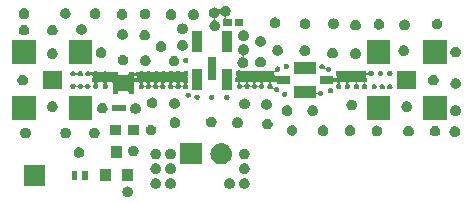
<source format=gts>
G04 #@! TF.GenerationSoftware,KiCad,Pcbnew,(5.0.1)-4*
G04 #@! TF.CreationDate,2019-05-23T13:05:23-07:00*
G04 #@! TF.ProjectId,Transmit_circuit,5472616E736D69745F63697263756974,rev?*
G04 #@! TF.SameCoordinates,Original*
G04 #@! TF.FileFunction,Soldermask,Top*
G04 #@! TF.FilePolarity,Negative*
%FSLAX46Y46*%
G04 Gerber Fmt 4.6, Leading zero omitted, Abs format (unit mm)*
G04 Created by KiCad (PCBNEW (5.0.1)-4) date 5/23/2019 1:05:23 PM*
%MOMM*%
%LPD*%
G01*
G04 APERTURE LIST*
%ADD10C,0.200000*%
G04 APERTURE END LIST*
D10*
G36*
X108756552Y-123516331D02*
X108838625Y-123550327D01*
X108838626Y-123550328D01*
X108838629Y-123550329D01*
X108912496Y-123599686D01*
X108912500Y-123599689D01*
X108975311Y-123662500D01*
X108975313Y-123662503D01*
X108975314Y-123662504D01*
X109024671Y-123736371D01*
X109024672Y-123736374D01*
X109024673Y-123736375D01*
X109058669Y-123818448D01*
X109076000Y-123905579D01*
X109076000Y-123994421D01*
X109058669Y-124081552D01*
X109024673Y-124163625D01*
X109024671Y-124163629D01*
X108975314Y-124237496D01*
X108975311Y-124237500D01*
X108912500Y-124300311D01*
X108912497Y-124300313D01*
X108912496Y-124300314D01*
X108838629Y-124349671D01*
X108838626Y-124349672D01*
X108838625Y-124349673D01*
X108756552Y-124383669D01*
X108669421Y-124401000D01*
X108580579Y-124401000D01*
X108493448Y-124383669D01*
X108411375Y-124349673D01*
X108411374Y-124349672D01*
X108411371Y-124349671D01*
X108337504Y-124300314D01*
X108337503Y-124300313D01*
X108337500Y-124300311D01*
X108274689Y-124237500D01*
X108274686Y-124237496D01*
X108225329Y-124163629D01*
X108225327Y-124163625D01*
X108191331Y-124081552D01*
X108174000Y-123994421D01*
X108174000Y-123905579D01*
X108191331Y-123818448D01*
X108225327Y-123736375D01*
X108225328Y-123736374D01*
X108225329Y-123736371D01*
X108274686Y-123662504D01*
X108274687Y-123662503D01*
X108274689Y-123662500D01*
X108337500Y-123599689D01*
X108337504Y-123599686D01*
X108411371Y-123550329D01*
X108411374Y-123550328D01*
X108411375Y-123550327D01*
X108493448Y-123516331D01*
X108580579Y-123499000D01*
X108669421Y-123499000D01*
X108756552Y-123516331D01*
X108756552Y-123516331D01*
G37*
G36*
X118631552Y-122816331D02*
X118713625Y-122850327D01*
X118713626Y-122850328D01*
X118713629Y-122850329D01*
X118787496Y-122899686D01*
X118787500Y-122899689D01*
X118850311Y-122962500D01*
X118850313Y-122962503D01*
X118850314Y-122962504D01*
X118899671Y-123036371D01*
X118899672Y-123036374D01*
X118899673Y-123036375D01*
X118933669Y-123118448D01*
X118951000Y-123205579D01*
X118951000Y-123294421D01*
X118933669Y-123381552D01*
X118899673Y-123463625D01*
X118899671Y-123463629D01*
X118850314Y-123537496D01*
X118850311Y-123537500D01*
X118787500Y-123600311D01*
X118787497Y-123600313D01*
X118787496Y-123600314D01*
X118713629Y-123649671D01*
X118713626Y-123649672D01*
X118713625Y-123649673D01*
X118631552Y-123683669D01*
X118544421Y-123701000D01*
X118455579Y-123701000D01*
X118368448Y-123683669D01*
X118286375Y-123649673D01*
X118286374Y-123649672D01*
X118286371Y-123649671D01*
X118212504Y-123600314D01*
X118212503Y-123600313D01*
X118212500Y-123600311D01*
X118149689Y-123537500D01*
X118149686Y-123537496D01*
X118100329Y-123463629D01*
X118100327Y-123463625D01*
X118066331Y-123381552D01*
X118049000Y-123294421D01*
X118049000Y-123205579D01*
X118066331Y-123118448D01*
X118100327Y-123036375D01*
X118100328Y-123036374D01*
X118100329Y-123036371D01*
X118149686Y-122962504D01*
X118149687Y-122962503D01*
X118149689Y-122962500D01*
X118212500Y-122899689D01*
X118212504Y-122899686D01*
X118286371Y-122850329D01*
X118286374Y-122850328D01*
X118286375Y-122850327D01*
X118368448Y-122816331D01*
X118455579Y-122799000D01*
X118544421Y-122799000D01*
X118631552Y-122816331D01*
X118631552Y-122816331D01*
G37*
G36*
X117381552Y-122816331D02*
X117463625Y-122850327D01*
X117463626Y-122850328D01*
X117463629Y-122850329D01*
X117537496Y-122899686D01*
X117537500Y-122899689D01*
X117600311Y-122962500D01*
X117600313Y-122962503D01*
X117600314Y-122962504D01*
X117649671Y-123036371D01*
X117649672Y-123036374D01*
X117649673Y-123036375D01*
X117683669Y-123118448D01*
X117701000Y-123205579D01*
X117701000Y-123294421D01*
X117683669Y-123381552D01*
X117649673Y-123463625D01*
X117649671Y-123463629D01*
X117600314Y-123537496D01*
X117600311Y-123537500D01*
X117537500Y-123600311D01*
X117537497Y-123600313D01*
X117537496Y-123600314D01*
X117463629Y-123649671D01*
X117463626Y-123649672D01*
X117463625Y-123649673D01*
X117381552Y-123683669D01*
X117294421Y-123701000D01*
X117205579Y-123701000D01*
X117118448Y-123683669D01*
X117036375Y-123649673D01*
X117036374Y-123649672D01*
X117036371Y-123649671D01*
X116962504Y-123600314D01*
X116962503Y-123600313D01*
X116962500Y-123600311D01*
X116899689Y-123537500D01*
X116899686Y-123537496D01*
X116850329Y-123463629D01*
X116850327Y-123463625D01*
X116816331Y-123381552D01*
X116799000Y-123294421D01*
X116799000Y-123205579D01*
X116816331Y-123118448D01*
X116850327Y-123036375D01*
X116850328Y-123036374D01*
X116850329Y-123036371D01*
X116899686Y-122962504D01*
X116899687Y-122962503D01*
X116899689Y-122962500D01*
X116962500Y-122899689D01*
X116962504Y-122899686D01*
X117036371Y-122850329D01*
X117036374Y-122850328D01*
X117036375Y-122850327D01*
X117118448Y-122816331D01*
X117205579Y-122799000D01*
X117294421Y-122799000D01*
X117381552Y-122816331D01*
X117381552Y-122816331D01*
G37*
G36*
X111131552Y-122816331D02*
X111213625Y-122850327D01*
X111213626Y-122850328D01*
X111213629Y-122850329D01*
X111287496Y-122899686D01*
X111287500Y-122899689D01*
X111350311Y-122962500D01*
X111350313Y-122962503D01*
X111350314Y-122962504D01*
X111399671Y-123036371D01*
X111399672Y-123036374D01*
X111399673Y-123036375D01*
X111433669Y-123118448D01*
X111451000Y-123205579D01*
X111451000Y-123294421D01*
X111433669Y-123381552D01*
X111399673Y-123463625D01*
X111399671Y-123463629D01*
X111350314Y-123537496D01*
X111350311Y-123537500D01*
X111287500Y-123600311D01*
X111287497Y-123600313D01*
X111287496Y-123600314D01*
X111213629Y-123649671D01*
X111213626Y-123649672D01*
X111213625Y-123649673D01*
X111131552Y-123683669D01*
X111044421Y-123701000D01*
X110955579Y-123701000D01*
X110868448Y-123683669D01*
X110786375Y-123649673D01*
X110786374Y-123649672D01*
X110786371Y-123649671D01*
X110712504Y-123600314D01*
X110712503Y-123600313D01*
X110712500Y-123600311D01*
X110649689Y-123537500D01*
X110649686Y-123537496D01*
X110600329Y-123463629D01*
X110600327Y-123463625D01*
X110566331Y-123381552D01*
X110549000Y-123294421D01*
X110549000Y-123205579D01*
X110566331Y-123118448D01*
X110600327Y-123036375D01*
X110600328Y-123036374D01*
X110600329Y-123036371D01*
X110649686Y-122962504D01*
X110649687Y-122962503D01*
X110649689Y-122962500D01*
X110712500Y-122899689D01*
X110712504Y-122899686D01*
X110786371Y-122850329D01*
X110786374Y-122850328D01*
X110786375Y-122850327D01*
X110868448Y-122816331D01*
X110955579Y-122799000D01*
X111044421Y-122799000D01*
X111131552Y-122816331D01*
X111131552Y-122816331D01*
G37*
G36*
X112381552Y-122816331D02*
X112463625Y-122850327D01*
X112463626Y-122850328D01*
X112463629Y-122850329D01*
X112537496Y-122899686D01*
X112537500Y-122899689D01*
X112600311Y-122962500D01*
X112600313Y-122962503D01*
X112600314Y-122962504D01*
X112649671Y-123036371D01*
X112649672Y-123036374D01*
X112649673Y-123036375D01*
X112683669Y-123118448D01*
X112701000Y-123205579D01*
X112701000Y-123294421D01*
X112683669Y-123381552D01*
X112649673Y-123463625D01*
X112649671Y-123463629D01*
X112600314Y-123537496D01*
X112600311Y-123537500D01*
X112537500Y-123600311D01*
X112537497Y-123600313D01*
X112537496Y-123600314D01*
X112463629Y-123649671D01*
X112463626Y-123649672D01*
X112463625Y-123649673D01*
X112381552Y-123683669D01*
X112294421Y-123701000D01*
X112205579Y-123701000D01*
X112118448Y-123683669D01*
X112036375Y-123649673D01*
X112036374Y-123649672D01*
X112036371Y-123649671D01*
X111962504Y-123600314D01*
X111962503Y-123600313D01*
X111962500Y-123600311D01*
X111899689Y-123537500D01*
X111899686Y-123537496D01*
X111850329Y-123463629D01*
X111850327Y-123463625D01*
X111816331Y-123381552D01*
X111799000Y-123294421D01*
X111799000Y-123205579D01*
X111816331Y-123118448D01*
X111850327Y-123036375D01*
X111850328Y-123036374D01*
X111850329Y-123036371D01*
X111899686Y-122962504D01*
X111899687Y-122962503D01*
X111899689Y-122962500D01*
X111962500Y-122899689D01*
X111962504Y-122899686D01*
X112036371Y-122850329D01*
X112036374Y-122850328D01*
X112036375Y-122850327D01*
X112118448Y-122816331D01*
X112205579Y-122799000D01*
X112294421Y-122799000D01*
X112381552Y-122816331D01*
X112381552Y-122816331D01*
G37*
G36*
X101626000Y-123476000D02*
X99824000Y-123476000D01*
X99824000Y-121674000D01*
X101626000Y-121674000D01*
X101626000Y-123476000D01*
X101626000Y-123476000D01*
G37*
G36*
X109076000Y-123076000D02*
X108174000Y-123076000D01*
X108174000Y-122074000D01*
X109076000Y-122074000D01*
X109076000Y-123076000D01*
X109076000Y-123076000D01*
G37*
G36*
X107176000Y-123076000D02*
X106274000Y-123076000D01*
X106274000Y-122074000D01*
X107176000Y-122074000D01*
X107176000Y-123076000D01*
X107176000Y-123076000D01*
G37*
G36*
X104376000Y-122926000D02*
X103874000Y-122926000D01*
X103874000Y-122224000D01*
X104376000Y-122224000D01*
X104376000Y-122926000D01*
X104376000Y-122926000D01*
G37*
G36*
X105276000Y-122926000D02*
X104774000Y-122926000D01*
X104774000Y-122224000D01*
X105276000Y-122224000D01*
X105276000Y-122926000D01*
X105276000Y-122926000D01*
G37*
G36*
X111131552Y-121566331D02*
X111213625Y-121600327D01*
X111213626Y-121600328D01*
X111213629Y-121600329D01*
X111287496Y-121649686D01*
X111287500Y-121649689D01*
X111350311Y-121712500D01*
X111350313Y-121712503D01*
X111350314Y-121712504D01*
X111399671Y-121786371D01*
X111399672Y-121786374D01*
X111399673Y-121786375D01*
X111433669Y-121868448D01*
X111451000Y-121955579D01*
X111451000Y-122044421D01*
X111433669Y-122131552D01*
X111399673Y-122213625D01*
X111399671Y-122213629D01*
X111392741Y-122224000D01*
X111350311Y-122287500D01*
X111287500Y-122350311D01*
X111287497Y-122350313D01*
X111287496Y-122350314D01*
X111213629Y-122399671D01*
X111213626Y-122399672D01*
X111213625Y-122399673D01*
X111131552Y-122433669D01*
X111044421Y-122451000D01*
X110955579Y-122451000D01*
X110868448Y-122433669D01*
X110786375Y-122399673D01*
X110786374Y-122399672D01*
X110786371Y-122399671D01*
X110712504Y-122350314D01*
X110712503Y-122350313D01*
X110712500Y-122350311D01*
X110649689Y-122287500D01*
X110607259Y-122224000D01*
X110600329Y-122213629D01*
X110600327Y-122213625D01*
X110566331Y-122131552D01*
X110549000Y-122044421D01*
X110549000Y-121955579D01*
X110566331Y-121868448D01*
X110600327Y-121786375D01*
X110600328Y-121786374D01*
X110600329Y-121786371D01*
X110649686Y-121712504D01*
X110649687Y-121712503D01*
X110649689Y-121712500D01*
X110712500Y-121649689D01*
X110712504Y-121649686D01*
X110786371Y-121600329D01*
X110786374Y-121600328D01*
X110786375Y-121600327D01*
X110868448Y-121566331D01*
X110955579Y-121549000D01*
X111044421Y-121549000D01*
X111131552Y-121566331D01*
X111131552Y-121566331D01*
G37*
G36*
X112381552Y-121566331D02*
X112463625Y-121600327D01*
X112463626Y-121600328D01*
X112463629Y-121600329D01*
X112537496Y-121649686D01*
X112537500Y-121649689D01*
X112600311Y-121712500D01*
X112600313Y-121712503D01*
X112600314Y-121712504D01*
X112649671Y-121786371D01*
X112649672Y-121786374D01*
X112649673Y-121786375D01*
X112683669Y-121868448D01*
X112701000Y-121955579D01*
X112701000Y-122044421D01*
X112683669Y-122131552D01*
X112649673Y-122213625D01*
X112649671Y-122213629D01*
X112642741Y-122224000D01*
X112600311Y-122287500D01*
X112537500Y-122350311D01*
X112537497Y-122350313D01*
X112537496Y-122350314D01*
X112463629Y-122399671D01*
X112463626Y-122399672D01*
X112463625Y-122399673D01*
X112381552Y-122433669D01*
X112294421Y-122451000D01*
X112205579Y-122451000D01*
X112118448Y-122433669D01*
X112036375Y-122399673D01*
X112036374Y-122399672D01*
X112036371Y-122399671D01*
X111962504Y-122350314D01*
X111962503Y-122350313D01*
X111962500Y-122350311D01*
X111899689Y-122287500D01*
X111857259Y-122224000D01*
X111850329Y-122213629D01*
X111850327Y-122213625D01*
X111816331Y-122131552D01*
X111799000Y-122044421D01*
X111799000Y-121955579D01*
X111816331Y-121868448D01*
X111850327Y-121786375D01*
X111850328Y-121786374D01*
X111850329Y-121786371D01*
X111899686Y-121712504D01*
X111899687Y-121712503D01*
X111899689Y-121712500D01*
X111962500Y-121649689D01*
X111962504Y-121649686D01*
X112036371Y-121600329D01*
X112036374Y-121600328D01*
X112036375Y-121600327D01*
X112118448Y-121566331D01*
X112205579Y-121549000D01*
X112294421Y-121549000D01*
X112381552Y-121566331D01*
X112381552Y-121566331D01*
G37*
G36*
X118631552Y-121566331D02*
X118713625Y-121600327D01*
X118713626Y-121600328D01*
X118713629Y-121600329D01*
X118787496Y-121649686D01*
X118787500Y-121649689D01*
X118850311Y-121712500D01*
X118850313Y-121712503D01*
X118850314Y-121712504D01*
X118899671Y-121786371D01*
X118899672Y-121786374D01*
X118899673Y-121786375D01*
X118933669Y-121868448D01*
X118951000Y-121955579D01*
X118951000Y-122044421D01*
X118933669Y-122131552D01*
X118899673Y-122213625D01*
X118899671Y-122213629D01*
X118892741Y-122224000D01*
X118850311Y-122287500D01*
X118787500Y-122350311D01*
X118787497Y-122350313D01*
X118787496Y-122350314D01*
X118713629Y-122399671D01*
X118713626Y-122399672D01*
X118713625Y-122399673D01*
X118631552Y-122433669D01*
X118544421Y-122451000D01*
X118455579Y-122451000D01*
X118368448Y-122433669D01*
X118286375Y-122399673D01*
X118286374Y-122399672D01*
X118286371Y-122399671D01*
X118212504Y-122350314D01*
X118212503Y-122350313D01*
X118212500Y-122350311D01*
X118149689Y-122287500D01*
X118107259Y-122224000D01*
X118100329Y-122213629D01*
X118100327Y-122213625D01*
X118066331Y-122131552D01*
X118049000Y-122044421D01*
X118049000Y-121955579D01*
X118066331Y-121868448D01*
X118100327Y-121786375D01*
X118100328Y-121786374D01*
X118100329Y-121786371D01*
X118149686Y-121712504D01*
X118149687Y-121712503D01*
X118149689Y-121712500D01*
X118212500Y-121649689D01*
X118212504Y-121649686D01*
X118286371Y-121600329D01*
X118286374Y-121600328D01*
X118286375Y-121600327D01*
X118368448Y-121566331D01*
X118455579Y-121549000D01*
X118544421Y-121549000D01*
X118631552Y-121566331D01*
X118631552Y-121566331D01*
G37*
G36*
X114901000Y-121651000D02*
X113099000Y-121651000D01*
X113099000Y-119849000D01*
X114901000Y-119849000D01*
X114901000Y-121651000D01*
X114901000Y-121651000D01*
G37*
G36*
X116650443Y-119855519D02*
X116716627Y-119862037D01*
X116829853Y-119896384D01*
X116886467Y-119913557D01*
X117025087Y-119987652D01*
X117042991Y-119997222D01*
X117078729Y-120026552D01*
X117180186Y-120109814D01*
X117232861Y-120174000D01*
X117292778Y-120247009D01*
X117292779Y-120247011D01*
X117376443Y-120403533D01*
X117378822Y-120411375D01*
X117427963Y-120573373D01*
X117445359Y-120750000D01*
X117427963Y-120926627D01*
X117413195Y-120975311D01*
X117376443Y-121096467D01*
X117348004Y-121149671D01*
X117292778Y-121252991D01*
X117263448Y-121288729D01*
X117180186Y-121390186D01*
X117078729Y-121473448D01*
X117042991Y-121502778D01*
X117042989Y-121502779D01*
X116886467Y-121586443D01*
X116840690Y-121600329D01*
X116716627Y-121637963D01*
X116650443Y-121644481D01*
X116584260Y-121651000D01*
X116495740Y-121651000D01*
X116429557Y-121644481D01*
X116363373Y-121637963D01*
X116239310Y-121600329D01*
X116193533Y-121586443D01*
X116037011Y-121502779D01*
X116037009Y-121502778D01*
X116001271Y-121473448D01*
X115899814Y-121390186D01*
X115816552Y-121288729D01*
X115787222Y-121252991D01*
X115731996Y-121149671D01*
X115703557Y-121096467D01*
X115666805Y-120975311D01*
X115652037Y-120926627D01*
X115634641Y-120750000D01*
X115652037Y-120573373D01*
X115701178Y-120411375D01*
X115703557Y-120403533D01*
X115787221Y-120247011D01*
X115787222Y-120247009D01*
X115847139Y-120174000D01*
X115899814Y-120109814D01*
X116001271Y-120026552D01*
X116037009Y-119997222D01*
X116054913Y-119987652D01*
X116193533Y-119913557D01*
X116250147Y-119896384D01*
X116363373Y-119862037D01*
X116429557Y-119855519D01*
X116495740Y-119849000D01*
X116584260Y-119849000D01*
X116650443Y-119855519D01*
X116650443Y-119855519D01*
G37*
G36*
X112381552Y-120316331D02*
X112463625Y-120350327D01*
X112463626Y-120350328D01*
X112463629Y-120350329D01*
X112537496Y-120399686D01*
X112537500Y-120399689D01*
X112600311Y-120462500D01*
X112600313Y-120462503D01*
X112600314Y-120462504D01*
X112649671Y-120536371D01*
X112649672Y-120536374D01*
X112649673Y-120536375D01*
X112683669Y-120618448D01*
X112701000Y-120705579D01*
X112701000Y-120794421D01*
X112683669Y-120881552D01*
X112662081Y-120933669D01*
X112649671Y-120963629D01*
X112608882Y-121024673D01*
X112600311Y-121037500D01*
X112537500Y-121100311D01*
X112537497Y-121100313D01*
X112537496Y-121100314D01*
X112463629Y-121149671D01*
X112463626Y-121149672D01*
X112463625Y-121149673D01*
X112381552Y-121183669D01*
X112294421Y-121201000D01*
X112205579Y-121201000D01*
X112118448Y-121183669D01*
X112036375Y-121149673D01*
X112036374Y-121149672D01*
X112036371Y-121149671D01*
X111962504Y-121100314D01*
X111962503Y-121100313D01*
X111962500Y-121100311D01*
X111899689Y-121037500D01*
X111891118Y-121024673D01*
X111850329Y-120963629D01*
X111837919Y-120933669D01*
X111816331Y-120881552D01*
X111799000Y-120794421D01*
X111799000Y-120705579D01*
X111816331Y-120618448D01*
X111850327Y-120536375D01*
X111850328Y-120536374D01*
X111850329Y-120536371D01*
X111899686Y-120462504D01*
X111899687Y-120462503D01*
X111899689Y-120462500D01*
X111962500Y-120399689D01*
X111962504Y-120399686D01*
X112036371Y-120350329D01*
X112036374Y-120350328D01*
X112036375Y-120350327D01*
X112118448Y-120316331D01*
X112205579Y-120299000D01*
X112294421Y-120299000D01*
X112381552Y-120316331D01*
X112381552Y-120316331D01*
G37*
G36*
X111131552Y-120316331D02*
X111213625Y-120350327D01*
X111213626Y-120350328D01*
X111213629Y-120350329D01*
X111287496Y-120399686D01*
X111287500Y-120399689D01*
X111350311Y-120462500D01*
X111350313Y-120462503D01*
X111350314Y-120462504D01*
X111399671Y-120536371D01*
X111399672Y-120536374D01*
X111399673Y-120536375D01*
X111433669Y-120618448D01*
X111451000Y-120705579D01*
X111451000Y-120794421D01*
X111433669Y-120881552D01*
X111412081Y-120933669D01*
X111399671Y-120963629D01*
X111358882Y-121024673D01*
X111350311Y-121037500D01*
X111287500Y-121100311D01*
X111287497Y-121100313D01*
X111287496Y-121100314D01*
X111213629Y-121149671D01*
X111213626Y-121149672D01*
X111213625Y-121149673D01*
X111131552Y-121183669D01*
X111044421Y-121201000D01*
X110955579Y-121201000D01*
X110868448Y-121183669D01*
X110786375Y-121149673D01*
X110786374Y-121149672D01*
X110786371Y-121149671D01*
X110712504Y-121100314D01*
X110712503Y-121100313D01*
X110712500Y-121100311D01*
X110649689Y-121037500D01*
X110641118Y-121024673D01*
X110600329Y-120963629D01*
X110587919Y-120933669D01*
X110566331Y-120881552D01*
X110549000Y-120794421D01*
X110549000Y-120705579D01*
X110566331Y-120618448D01*
X110600327Y-120536375D01*
X110600328Y-120536374D01*
X110600329Y-120536371D01*
X110649686Y-120462504D01*
X110649687Y-120462503D01*
X110649689Y-120462500D01*
X110712500Y-120399689D01*
X110712504Y-120399686D01*
X110786371Y-120350329D01*
X110786374Y-120350328D01*
X110786375Y-120350327D01*
X110868448Y-120316331D01*
X110955579Y-120299000D01*
X111044421Y-120299000D01*
X111131552Y-120316331D01*
X111131552Y-120316331D01*
G37*
G36*
X118631552Y-120316331D02*
X118713625Y-120350327D01*
X118713626Y-120350328D01*
X118713629Y-120350329D01*
X118787496Y-120399686D01*
X118787500Y-120399689D01*
X118850311Y-120462500D01*
X118850313Y-120462503D01*
X118850314Y-120462504D01*
X118899671Y-120536371D01*
X118899672Y-120536374D01*
X118899673Y-120536375D01*
X118933669Y-120618448D01*
X118951000Y-120705579D01*
X118951000Y-120794421D01*
X118933669Y-120881552D01*
X118912081Y-120933669D01*
X118899671Y-120963629D01*
X118858882Y-121024673D01*
X118850311Y-121037500D01*
X118787500Y-121100311D01*
X118787497Y-121100313D01*
X118787496Y-121100314D01*
X118713629Y-121149671D01*
X118713626Y-121149672D01*
X118713625Y-121149673D01*
X118631552Y-121183669D01*
X118544421Y-121201000D01*
X118455579Y-121201000D01*
X118368448Y-121183669D01*
X118286375Y-121149673D01*
X118286374Y-121149672D01*
X118286371Y-121149671D01*
X118212504Y-121100314D01*
X118212503Y-121100313D01*
X118212500Y-121100311D01*
X118149689Y-121037500D01*
X118141118Y-121024673D01*
X118100329Y-120963629D01*
X118087919Y-120933669D01*
X118066331Y-120881552D01*
X118049000Y-120794421D01*
X118049000Y-120705579D01*
X118066331Y-120618448D01*
X118100327Y-120536375D01*
X118100328Y-120536374D01*
X118100329Y-120536371D01*
X118149686Y-120462504D01*
X118149687Y-120462503D01*
X118149689Y-120462500D01*
X118212500Y-120399689D01*
X118212504Y-120399686D01*
X118286371Y-120350329D01*
X118286374Y-120350328D01*
X118286375Y-120350327D01*
X118368448Y-120316331D01*
X118455579Y-120299000D01*
X118544421Y-120299000D01*
X118631552Y-120316331D01*
X118631552Y-120316331D01*
G37*
G36*
X104631552Y-120191331D02*
X104713625Y-120225327D01*
X104713626Y-120225328D01*
X104713629Y-120225329D01*
X104787496Y-120274686D01*
X104787500Y-120274689D01*
X104850311Y-120337500D01*
X104850313Y-120337503D01*
X104850314Y-120337504D01*
X104899671Y-120411371D01*
X104899672Y-120411374D01*
X104899673Y-120411375D01*
X104933669Y-120493448D01*
X104951000Y-120580579D01*
X104951000Y-120669421D01*
X104933669Y-120756552D01*
X104899673Y-120838625D01*
X104899671Y-120838629D01*
X104858882Y-120899673D01*
X104850311Y-120912500D01*
X104787500Y-120975311D01*
X104787497Y-120975313D01*
X104787496Y-120975314D01*
X104713629Y-121024671D01*
X104713626Y-121024672D01*
X104713625Y-121024673D01*
X104631552Y-121058669D01*
X104544421Y-121076000D01*
X104455579Y-121076000D01*
X104368448Y-121058669D01*
X104286375Y-121024673D01*
X104286374Y-121024672D01*
X104286371Y-121024671D01*
X104212504Y-120975314D01*
X104212503Y-120975313D01*
X104212500Y-120975311D01*
X104149689Y-120912500D01*
X104141118Y-120899673D01*
X104100329Y-120838629D01*
X104100327Y-120838625D01*
X104066331Y-120756552D01*
X104049000Y-120669421D01*
X104049000Y-120580579D01*
X104066331Y-120493448D01*
X104100327Y-120411375D01*
X104100328Y-120411374D01*
X104100329Y-120411371D01*
X104149686Y-120337504D01*
X104149687Y-120337503D01*
X104149689Y-120337500D01*
X104212500Y-120274689D01*
X104212504Y-120274686D01*
X104286371Y-120225329D01*
X104286374Y-120225328D01*
X104286375Y-120225327D01*
X104368448Y-120191331D01*
X104455579Y-120174000D01*
X104544421Y-120174000D01*
X104631552Y-120191331D01*
X104631552Y-120191331D01*
G37*
G36*
X108126000Y-121076000D02*
X107224000Y-121076000D01*
X107224000Y-120074000D01*
X108126000Y-120074000D01*
X108126000Y-121076000D01*
X108126000Y-121076000D01*
G37*
G36*
X109231552Y-120066331D02*
X109313625Y-120100327D01*
X109313626Y-120100328D01*
X109313629Y-120100329D01*
X109387496Y-120149686D01*
X109387500Y-120149689D01*
X109450311Y-120212500D01*
X109450313Y-120212503D01*
X109450314Y-120212504D01*
X109499671Y-120286371D01*
X109499672Y-120286374D01*
X109499673Y-120286375D01*
X109533669Y-120368448D01*
X109551000Y-120455579D01*
X109551000Y-120544421D01*
X109533669Y-120631552D01*
X109503005Y-120705580D01*
X109499671Y-120713629D01*
X109475368Y-120750000D01*
X109450311Y-120787500D01*
X109387500Y-120850311D01*
X109387497Y-120850313D01*
X109387496Y-120850314D01*
X109313629Y-120899671D01*
X109313626Y-120899672D01*
X109313625Y-120899673D01*
X109231552Y-120933669D01*
X109144421Y-120951000D01*
X109055579Y-120951000D01*
X108968448Y-120933669D01*
X108886375Y-120899673D01*
X108886374Y-120899672D01*
X108886371Y-120899671D01*
X108812504Y-120850314D01*
X108812503Y-120850313D01*
X108812500Y-120850311D01*
X108749689Y-120787500D01*
X108724632Y-120750000D01*
X108700329Y-120713629D01*
X108696995Y-120705580D01*
X108666331Y-120631552D01*
X108649000Y-120544421D01*
X108649000Y-120455579D01*
X108666331Y-120368448D01*
X108700327Y-120286375D01*
X108700328Y-120286374D01*
X108700329Y-120286371D01*
X108749686Y-120212504D01*
X108749687Y-120212503D01*
X108749689Y-120212500D01*
X108812500Y-120149689D01*
X108812504Y-120149686D01*
X108886371Y-120100329D01*
X108886374Y-120100328D01*
X108886375Y-120100327D01*
X108968448Y-120066331D01*
X109055579Y-120049000D01*
X109144421Y-120049000D01*
X109231552Y-120066331D01*
X109231552Y-120066331D01*
G37*
G36*
X100106552Y-118541331D02*
X100188625Y-118575327D01*
X100188626Y-118575328D01*
X100188629Y-118575329D01*
X100262496Y-118624686D01*
X100262500Y-118624689D01*
X100325311Y-118687500D01*
X100325313Y-118687503D01*
X100325314Y-118687504D01*
X100374671Y-118761371D01*
X100374672Y-118761374D01*
X100374673Y-118761375D01*
X100408669Y-118843448D01*
X100426000Y-118930579D01*
X100426000Y-119019421D01*
X100408669Y-119106552D01*
X100374673Y-119188625D01*
X100374671Y-119188629D01*
X100327871Y-119258669D01*
X100325311Y-119262500D01*
X100262500Y-119325311D01*
X100262497Y-119325313D01*
X100262496Y-119325314D01*
X100188629Y-119374671D01*
X100188626Y-119374672D01*
X100188625Y-119374673D01*
X100106552Y-119408669D01*
X100019421Y-119426000D01*
X99930579Y-119426000D01*
X99843448Y-119408669D01*
X99761375Y-119374673D01*
X99761374Y-119374672D01*
X99761371Y-119374671D01*
X99687504Y-119325314D01*
X99687503Y-119325313D01*
X99687500Y-119325311D01*
X99624689Y-119262500D01*
X99622129Y-119258669D01*
X99575329Y-119188629D01*
X99575327Y-119188625D01*
X99541331Y-119106552D01*
X99524000Y-119019421D01*
X99524000Y-118930579D01*
X99541331Y-118843448D01*
X99575327Y-118761375D01*
X99575328Y-118761374D01*
X99575329Y-118761371D01*
X99624686Y-118687504D01*
X99624687Y-118687503D01*
X99624689Y-118687500D01*
X99687500Y-118624689D01*
X99687504Y-118624686D01*
X99761371Y-118575329D01*
X99761374Y-118575328D01*
X99761375Y-118575327D01*
X99843448Y-118541331D01*
X99930579Y-118524000D01*
X100019421Y-118524000D01*
X100106552Y-118541331D01*
X100106552Y-118541331D01*
G37*
G36*
X103506552Y-118541331D02*
X103588625Y-118575327D01*
X103588626Y-118575328D01*
X103588629Y-118575329D01*
X103662496Y-118624686D01*
X103662500Y-118624689D01*
X103725311Y-118687500D01*
X103725313Y-118687503D01*
X103725314Y-118687504D01*
X103774671Y-118761371D01*
X103774672Y-118761374D01*
X103774673Y-118761375D01*
X103808669Y-118843448D01*
X103826000Y-118930579D01*
X103826000Y-119019421D01*
X103808669Y-119106552D01*
X103774673Y-119188625D01*
X103774671Y-119188629D01*
X103727871Y-119258669D01*
X103725311Y-119262500D01*
X103662500Y-119325311D01*
X103662497Y-119325313D01*
X103662496Y-119325314D01*
X103588629Y-119374671D01*
X103588626Y-119374672D01*
X103588625Y-119374673D01*
X103506552Y-119408669D01*
X103419421Y-119426000D01*
X103330579Y-119426000D01*
X103243448Y-119408669D01*
X103161375Y-119374673D01*
X103161374Y-119374672D01*
X103161371Y-119374671D01*
X103087504Y-119325314D01*
X103087503Y-119325313D01*
X103087500Y-119325311D01*
X103024689Y-119262500D01*
X103022129Y-119258669D01*
X102975329Y-119188629D01*
X102975327Y-119188625D01*
X102941331Y-119106552D01*
X102924000Y-119019421D01*
X102924000Y-118930579D01*
X102941331Y-118843448D01*
X102975327Y-118761375D01*
X102975328Y-118761374D01*
X102975329Y-118761371D01*
X103024686Y-118687504D01*
X103024687Y-118687503D01*
X103024689Y-118687500D01*
X103087500Y-118624689D01*
X103087504Y-118624686D01*
X103161371Y-118575329D01*
X103161374Y-118575328D01*
X103161375Y-118575327D01*
X103243448Y-118541331D01*
X103330579Y-118524000D01*
X103419421Y-118524000D01*
X103506552Y-118541331D01*
X103506552Y-118541331D01*
G37*
G36*
X105931552Y-118541331D02*
X106013625Y-118575327D01*
X106013626Y-118575328D01*
X106013629Y-118575329D01*
X106087496Y-118624686D01*
X106087500Y-118624689D01*
X106150311Y-118687500D01*
X106150313Y-118687503D01*
X106150314Y-118687504D01*
X106199671Y-118761371D01*
X106199672Y-118761374D01*
X106199673Y-118761375D01*
X106233669Y-118843448D01*
X106251000Y-118930579D01*
X106251000Y-119019421D01*
X106233669Y-119106552D01*
X106199673Y-119188625D01*
X106199671Y-119188629D01*
X106152871Y-119258669D01*
X106150311Y-119262500D01*
X106087500Y-119325311D01*
X106087497Y-119325313D01*
X106087496Y-119325314D01*
X106013629Y-119374671D01*
X106013626Y-119374672D01*
X106013625Y-119374673D01*
X105931552Y-119408669D01*
X105844421Y-119426000D01*
X105755579Y-119426000D01*
X105668448Y-119408669D01*
X105586375Y-119374673D01*
X105586374Y-119374672D01*
X105586371Y-119374671D01*
X105512504Y-119325314D01*
X105512503Y-119325313D01*
X105512500Y-119325311D01*
X105449689Y-119262500D01*
X105447129Y-119258669D01*
X105400329Y-119188629D01*
X105400327Y-119188625D01*
X105366331Y-119106552D01*
X105349000Y-119019421D01*
X105349000Y-118930579D01*
X105366331Y-118843448D01*
X105400327Y-118761375D01*
X105400328Y-118761374D01*
X105400329Y-118761371D01*
X105449686Y-118687504D01*
X105449687Y-118687503D01*
X105449689Y-118687500D01*
X105512500Y-118624689D01*
X105512504Y-118624686D01*
X105586371Y-118575329D01*
X105586374Y-118575328D01*
X105586375Y-118575327D01*
X105668448Y-118541331D01*
X105755579Y-118524000D01*
X105844421Y-118524000D01*
X105931552Y-118541331D01*
X105931552Y-118541331D01*
G37*
G36*
X136456552Y-118416331D02*
X136538625Y-118450327D01*
X136538626Y-118450328D01*
X136538629Y-118450329D01*
X136612496Y-118499686D01*
X136612500Y-118499689D01*
X136675311Y-118562500D01*
X136675313Y-118562503D01*
X136675314Y-118562504D01*
X136724671Y-118636371D01*
X136724672Y-118636374D01*
X136724673Y-118636375D01*
X136758669Y-118718448D01*
X136776000Y-118805579D01*
X136776000Y-118894421D01*
X136758669Y-118981552D01*
X136725139Y-119062500D01*
X136724671Y-119063629D01*
X136675314Y-119137496D01*
X136675311Y-119137500D01*
X136612500Y-119200311D01*
X136612497Y-119200313D01*
X136612496Y-119200314D01*
X136538629Y-119249671D01*
X136538626Y-119249672D01*
X136538625Y-119249673D01*
X136456552Y-119283669D01*
X136369421Y-119301000D01*
X136280579Y-119301000D01*
X136193448Y-119283669D01*
X136111375Y-119249673D01*
X136111374Y-119249672D01*
X136111371Y-119249671D01*
X136037504Y-119200314D01*
X136037503Y-119200313D01*
X136037500Y-119200311D01*
X135974689Y-119137500D01*
X135974686Y-119137496D01*
X135925329Y-119063629D01*
X135924861Y-119062500D01*
X135891331Y-118981552D01*
X135874000Y-118894421D01*
X135874000Y-118805579D01*
X135891331Y-118718448D01*
X135925327Y-118636375D01*
X135925328Y-118636374D01*
X135925329Y-118636371D01*
X135974686Y-118562504D01*
X135974687Y-118562503D01*
X135974689Y-118562500D01*
X136037500Y-118499689D01*
X136037504Y-118499686D01*
X136111371Y-118450329D01*
X136111374Y-118450328D01*
X136111375Y-118450327D01*
X136193448Y-118416331D01*
X136280579Y-118399000D01*
X136369421Y-118399000D01*
X136456552Y-118416331D01*
X136456552Y-118416331D01*
G37*
G36*
X132531552Y-118391331D02*
X132613625Y-118425327D01*
X132613626Y-118425328D01*
X132613629Y-118425329D01*
X132687496Y-118474686D01*
X132687500Y-118474689D01*
X132750311Y-118537500D01*
X132750313Y-118537503D01*
X132750314Y-118537504D01*
X132799671Y-118611371D01*
X132799672Y-118611374D01*
X132799673Y-118611375D01*
X132833669Y-118693448D01*
X132851000Y-118780579D01*
X132851000Y-118869421D01*
X132833669Y-118956552D01*
X132800139Y-119037500D01*
X132799671Y-119038629D01*
X132750314Y-119112496D01*
X132750311Y-119112500D01*
X132687500Y-119175311D01*
X132687497Y-119175313D01*
X132687496Y-119175314D01*
X132613629Y-119224671D01*
X132613626Y-119224672D01*
X132613625Y-119224673D01*
X132531552Y-119258669D01*
X132444421Y-119276000D01*
X132355579Y-119276000D01*
X132268448Y-119258669D01*
X132186375Y-119224673D01*
X132186374Y-119224672D01*
X132186371Y-119224671D01*
X132112504Y-119175314D01*
X132112503Y-119175313D01*
X132112500Y-119175311D01*
X132049689Y-119112500D01*
X132049686Y-119112496D01*
X132000329Y-119038629D01*
X131999861Y-119037500D01*
X131966331Y-118956552D01*
X131949000Y-118869421D01*
X131949000Y-118780579D01*
X131966331Y-118693448D01*
X132000327Y-118611375D01*
X132000328Y-118611374D01*
X132000329Y-118611371D01*
X132049686Y-118537504D01*
X132049687Y-118537503D01*
X132049689Y-118537500D01*
X132112500Y-118474689D01*
X132112504Y-118474686D01*
X132186371Y-118425329D01*
X132186374Y-118425328D01*
X132186375Y-118425327D01*
X132268448Y-118391331D01*
X132355579Y-118374000D01*
X132444421Y-118374000D01*
X132531552Y-118391331D01*
X132531552Y-118391331D01*
G37*
G36*
X134781552Y-118391331D02*
X134863625Y-118425327D01*
X134863626Y-118425328D01*
X134863629Y-118425329D01*
X134937496Y-118474686D01*
X134937500Y-118474689D01*
X135000311Y-118537500D01*
X135000313Y-118537503D01*
X135000314Y-118537504D01*
X135049671Y-118611371D01*
X135049672Y-118611374D01*
X135049673Y-118611375D01*
X135083669Y-118693448D01*
X135101000Y-118780579D01*
X135101000Y-118869421D01*
X135083669Y-118956552D01*
X135050139Y-119037500D01*
X135049671Y-119038629D01*
X135000314Y-119112496D01*
X135000311Y-119112500D01*
X134937500Y-119175311D01*
X134937497Y-119175313D01*
X134937496Y-119175314D01*
X134863629Y-119224671D01*
X134863626Y-119224672D01*
X134863625Y-119224673D01*
X134781552Y-119258669D01*
X134694421Y-119276000D01*
X134605579Y-119276000D01*
X134518448Y-119258669D01*
X134436375Y-119224673D01*
X134436374Y-119224672D01*
X134436371Y-119224671D01*
X134362504Y-119175314D01*
X134362503Y-119175313D01*
X134362500Y-119175311D01*
X134299689Y-119112500D01*
X134299686Y-119112496D01*
X134250329Y-119038629D01*
X134249861Y-119037500D01*
X134216331Y-118956552D01*
X134199000Y-118869421D01*
X134199000Y-118780579D01*
X134216331Y-118693448D01*
X134250327Y-118611375D01*
X134250328Y-118611374D01*
X134250329Y-118611371D01*
X134299686Y-118537504D01*
X134299687Y-118537503D01*
X134299689Y-118537500D01*
X134362500Y-118474689D01*
X134362504Y-118474686D01*
X134436371Y-118425329D01*
X134436374Y-118425328D01*
X134436375Y-118425327D01*
X134518448Y-118391331D01*
X134605579Y-118374000D01*
X134694421Y-118374000D01*
X134781552Y-118391331D01*
X134781552Y-118391331D01*
G37*
G36*
X129856552Y-118366331D02*
X129938625Y-118400327D01*
X129938626Y-118400328D01*
X129938629Y-118400329D01*
X130012496Y-118449686D01*
X130012500Y-118449689D01*
X130075311Y-118512500D01*
X130075313Y-118512503D01*
X130075314Y-118512504D01*
X130124671Y-118586371D01*
X130124672Y-118586374D01*
X130124673Y-118586375D01*
X130158669Y-118668448D01*
X130176000Y-118755579D01*
X130176000Y-118844421D01*
X130158669Y-118931552D01*
X130125139Y-119012500D01*
X130124671Y-119013629D01*
X130075314Y-119087496D01*
X130075311Y-119087500D01*
X130012500Y-119150311D01*
X130012497Y-119150313D01*
X130012496Y-119150314D01*
X129938629Y-119199671D01*
X129938626Y-119199672D01*
X129938625Y-119199673D01*
X129856552Y-119233669D01*
X129769421Y-119251000D01*
X129680579Y-119251000D01*
X129593448Y-119233669D01*
X129511375Y-119199673D01*
X129511374Y-119199672D01*
X129511371Y-119199671D01*
X129437504Y-119150314D01*
X129437503Y-119150313D01*
X129437500Y-119150311D01*
X129374689Y-119087500D01*
X129374686Y-119087496D01*
X129325329Y-119013629D01*
X129324861Y-119012500D01*
X129291331Y-118931552D01*
X129274000Y-118844421D01*
X129274000Y-118755579D01*
X129291331Y-118668448D01*
X129325327Y-118586375D01*
X129325328Y-118586374D01*
X129325329Y-118586371D01*
X129374686Y-118512504D01*
X129374687Y-118512503D01*
X129374689Y-118512500D01*
X129437500Y-118449689D01*
X129437504Y-118449686D01*
X129511371Y-118400329D01*
X129511374Y-118400328D01*
X129511375Y-118400327D01*
X129593448Y-118366331D01*
X129680579Y-118349000D01*
X129769421Y-118349000D01*
X129856552Y-118366331D01*
X129856552Y-118366331D01*
G37*
G36*
X125306552Y-118341331D02*
X125388625Y-118375327D01*
X125388626Y-118375328D01*
X125388629Y-118375329D01*
X125462496Y-118424686D01*
X125462500Y-118424689D01*
X125525311Y-118487500D01*
X125525313Y-118487503D01*
X125525314Y-118487504D01*
X125574671Y-118561371D01*
X125574672Y-118561374D01*
X125574673Y-118561375D01*
X125608669Y-118643448D01*
X125626000Y-118730579D01*
X125626000Y-118819421D01*
X125608669Y-118906552D01*
X125574673Y-118988625D01*
X125574671Y-118988629D01*
X125525314Y-119062496D01*
X125525311Y-119062500D01*
X125462500Y-119125311D01*
X125462497Y-119125313D01*
X125462496Y-119125314D01*
X125388629Y-119174671D01*
X125388626Y-119174672D01*
X125388625Y-119174673D01*
X125306552Y-119208669D01*
X125219421Y-119226000D01*
X125130579Y-119226000D01*
X125043448Y-119208669D01*
X124961375Y-119174673D01*
X124961374Y-119174672D01*
X124961371Y-119174671D01*
X124887504Y-119125314D01*
X124887503Y-119125313D01*
X124887500Y-119125311D01*
X124824689Y-119062500D01*
X124824686Y-119062496D01*
X124775329Y-118988629D01*
X124775327Y-118988625D01*
X124741331Y-118906552D01*
X124724000Y-118819421D01*
X124724000Y-118730579D01*
X124741331Y-118643448D01*
X124775327Y-118561375D01*
X124775328Y-118561374D01*
X124775329Y-118561371D01*
X124824686Y-118487504D01*
X124824687Y-118487503D01*
X124824689Y-118487500D01*
X124887500Y-118424689D01*
X124887504Y-118424686D01*
X124961371Y-118375329D01*
X124961374Y-118375328D01*
X124961375Y-118375327D01*
X125043448Y-118341331D01*
X125130579Y-118324000D01*
X125219421Y-118324000D01*
X125306552Y-118341331D01*
X125306552Y-118341331D01*
G37*
G36*
X127581552Y-118341331D02*
X127663625Y-118375327D01*
X127663626Y-118375328D01*
X127663629Y-118375329D01*
X127737496Y-118424686D01*
X127737500Y-118424689D01*
X127800311Y-118487500D01*
X127800313Y-118487503D01*
X127800314Y-118487504D01*
X127849671Y-118561371D01*
X127849672Y-118561374D01*
X127849673Y-118561375D01*
X127883669Y-118643448D01*
X127901000Y-118730579D01*
X127901000Y-118819421D01*
X127883669Y-118906552D01*
X127849673Y-118988625D01*
X127849671Y-118988629D01*
X127800314Y-119062496D01*
X127800311Y-119062500D01*
X127737500Y-119125311D01*
X127737497Y-119125313D01*
X127737496Y-119125314D01*
X127663629Y-119174671D01*
X127663626Y-119174672D01*
X127663625Y-119174673D01*
X127581552Y-119208669D01*
X127494421Y-119226000D01*
X127405579Y-119226000D01*
X127318448Y-119208669D01*
X127236375Y-119174673D01*
X127236374Y-119174672D01*
X127236371Y-119174671D01*
X127162504Y-119125314D01*
X127162503Y-119125313D01*
X127162500Y-119125311D01*
X127099689Y-119062500D01*
X127099686Y-119062496D01*
X127050329Y-118988629D01*
X127050327Y-118988625D01*
X127016331Y-118906552D01*
X126999000Y-118819421D01*
X126999000Y-118730579D01*
X127016331Y-118643448D01*
X127050327Y-118561375D01*
X127050328Y-118561374D01*
X127050329Y-118561371D01*
X127099686Y-118487504D01*
X127099687Y-118487503D01*
X127099689Y-118487500D01*
X127162500Y-118424689D01*
X127162504Y-118424686D01*
X127236371Y-118375329D01*
X127236374Y-118375328D01*
X127236375Y-118375327D01*
X127318448Y-118341331D01*
X127405579Y-118324000D01*
X127494421Y-118324000D01*
X127581552Y-118341331D01*
X127581552Y-118341331D01*
G37*
G36*
X122681552Y-118316331D02*
X122763625Y-118350327D01*
X122763626Y-118350328D01*
X122763629Y-118350329D01*
X122836469Y-118399000D01*
X122837500Y-118399689D01*
X122900311Y-118462500D01*
X122900313Y-118462503D01*
X122900314Y-118462504D01*
X122949671Y-118536371D01*
X122949672Y-118536374D01*
X122949673Y-118536375D01*
X122983669Y-118618448D01*
X123001000Y-118705579D01*
X123001000Y-118794421D01*
X122983669Y-118881552D01*
X122949673Y-118963625D01*
X122949671Y-118963629D01*
X122912392Y-119019420D01*
X122900311Y-119037500D01*
X122837500Y-119100311D01*
X122837497Y-119100313D01*
X122837496Y-119100314D01*
X122763629Y-119149671D01*
X122763626Y-119149672D01*
X122763625Y-119149673D01*
X122681552Y-119183669D01*
X122594421Y-119201000D01*
X122505579Y-119201000D01*
X122418448Y-119183669D01*
X122336375Y-119149673D01*
X122336374Y-119149672D01*
X122336371Y-119149671D01*
X122262504Y-119100314D01*
X122262503Y-119100313D01*
X122262500Y-119100311D01*
X122199689Y-119037500D01*
X122187608Y-119019420D01*
X122150329Y-118963629D01*
X122150327Y-118963625D01*
X122116331Y-118881552D01*
X122099000Y-118794421D01*
X122099000Y-118705579D01*
X122116331Y-118618448D01*
X122150327Y-118536375D01*
X122150328Y-118536374D01*
X122150329Y-118536371D01*
X122199686Y-118462504D01*
X122199687Y-118462503D01*
X122199689Y-118462500D01*
X122262500Y-118399689D01*
X122263531Y-118399000D01*
X122336371Y-118350329D01*
X122336374Y-118350328D01*
X122336375Y-118350327D01*
X122418448Y-118316331D01*
X122505579Y-118299000D01*
X122594421Y-118299000D01*
X122681552Y-118316331D01*
X122681552Y-118316331D01*
G37*
G36*
X110731552Y-118291331D02*
X110813625Y-118325327D01*
X110813626Y-118325328D01*
X110813629Y-118325329D01*
X110886469Y-118374000D01*
X110887500Y-118374689D01*
X110950311Y-118437500D01*
X110950313Y-118437503D01*
X110950314Y-118437504D01*
X110999671Y-118511371D01*
X110999672Y-118511374D01*
X110999673Y-118511375D01*
X111033669Y-118593448D01*
X111051000Y-118680579D01*
X111051000Y-118769421D01*
X111033669Y-118856552D01*
X110999673Y-118938625D01*
X110999671Y-118938629D01*
X110950314Y-119012496D01*
X110950311Y-119012500D01*
X110887500Y-119075311D01*
X110887497Y-119075313D01*
X110887496Y-119075314D01*
X110813629Y-119124671D01*
X110813626Y-119124672D01*
X110813625Y-119124673D01*
X110731552Y-119158669D01*
X110644421Y-119176000D01*
X110555579Y-119176000D01*
X110468448Y-119158669D01*
X110386375Y-119124673D01*
X110386374Y-119124672D01*
X110386371Y-119124671D01*
X110312504Y-119075314D01*
X110312503Y-119075313D01*
X110312500Y-119075311D01*
X110249689Y-119012500D01*
X110249686Y-119012496D01*
X110200329Y-118938629D01*
X110200327Y-118938625D01*
X110166331Y-118856552D01*
X110149000Y-118769421D01*
X110149000Y-118680579D01*
X110166331Y-118593448D01*
X110200327Y-118511375D01*
X110200328Y-118511374D01*
X110200329Y-118511371D01*
X110249686Y-118437504D01*
X110249687Y-118437503D01*
X110249689Y-118437500D01*
X110312500Y-118374689D01*
X110313531Y-118374000D01*
X110386371Y-118325329D01*
X110386374Y-118325328D01*
X110386375Y-118325327D01*
X110468448Y-118291331D01*
X110555579Y-118274000D01*
X110644421Y-118274000D01*
X110731552Y-118291331D01*
X110731552Y-118291331D01*
G37*
G36*
X108051000Y-119151000D02*
X107149000Y-119151000D01*
X107149000Y-118299000D01*
X108051000Y-118299000D01*
X108051000Y-119151000D01*
X108051000Y-119151000D01*
G37*
G36*
X109551000Y-119151000D02*
X108649000Y-119151000D01*
X108649000Y-118299000D01*
X109551000Y-118299000D01*
X109551000Y-119151000D01*
X109551000Y-119151000D01*
G37*
G36*
X120581552Y-117791331D02*
X120663625Y-117825327D01*
X120663626Y-117825328D01*
X120663629Y-117825329D01*
X120737496Y-117874686D01*
X120737500Y-117874689D01*
X120800311Y-117937500D01*
X120800313Y-117937503D01*
X120800314Y-117937504D01*
X120849671Y-118011371D01*
X120849672Y-118011374D01*
X120849673Y-118011375D01*
X120883669Y-118093448D01*
X120901000Y-118180579D01*
X120901000Y-118269421D01*
X120883669Y-118356552D01*
X120855181Y-118425327D01*
X120849671Y-118438629D01*
X120801063Y-118511375D01*
X120800311Y-118512500D01*
X120737500Y-118575311D01*
X120737497Y-118575313D01*
X120737496Y-118575314D01*
X120663629Y-118624671D01*
X120663626Y-118624672D01*
X120663625Y-118624673D01*
X120581552Y-118658669D01*
X120494421Y-118676000D01*
X120405579Y-118676000D01*
X120318448Y-118658669D01*
X120236375Y-118624673D01*
X120236374Y-118624672D01*
X120236371Y-118624671D01*
X120162504Y-118575314D01*
X120162503Y-118575313D01*
X120162500Y-118575311D01*
X120099689Y-118512500D01*
X120098937Y-118511375D01*
X120050329Y-118438629D01*
X120044819Y-118425327D01*
X120016331Y-118356552D01*
X119999000Y-118269421D01*
X119999000Y-118180579D01*
X120016331Y-118093448D01*
X120050327Y-118011375D01*
X120050328Y-118011374D01*
X120050329Y-118011371D01*
X120099686Y-117937504D01*
X120099687Y-117937503D01*
X120099689Y-117937500D01*
X120162500Y-117874689D01*
X120162504Y-117874686D01*
X120236371Y-117825329D01*
X120236374Y-117825328D01*
X120236375Y-117825327D01*
X120318448Y-117791331D01*
X120405579Y-117774000D01*
X120494421Y-117774000D01*
X120581552Y-117791331D01*
X120581552Y-117791331D01*
G37*
G36*
X118056552Y-117666331D02*
X118138625Y-117700327D01*
X118138626Y-117700328D01*
X118138629Y-117700329D01*
X118212496Y-117749686D01*
X118212500Y-117749689D01*
X118275311Y-117812500D01*
X118275313Y-117812503D01*
X118275314Y-117812504D01*
X118324671Y-117886371D01*
X118324672Y-117886374D01*
X118324673Y-117886375D01*
X118358669Y-117968448D01*
X118376000Y-118055579D01*
X118376000Y-118144421D01*
X118358669Y-118231552D01*
X118324673Y-118313625D01*
X118324671Y-118313629D01*
X118275314Y-118387496D01*
X118275311Y-118387500D01*
X118212500Y-118450311D01*
X118212497Y-118450313D01*
X118212496Y-118450314D01*
X118138629Y-118499671D01*
X118138626Y-118499672D01*
X118138625Y-118499673D01*
X118056552Y-118533669D01*
X117969421Y-118551000D01*
X117880579Y-118551000D01*
X117793448Y-118533669D01*
X117711375Y-118499673D01*
X117711374Y-118499672D01*
X117711371Y-118499671D01*
X117637504Y-118450314D01*
X117637503Y-118450313D01*
X117637500Y-118450311D01*
X117574689Y-118387500D01*
X117574686Y-118387496D01*
X117525329Y-118313629D01*
X117525327Y-118313625D01*
X117491331Y-118231552D01*
X117474000Y-118144421D01*
X117474000Y-118055579D01*
X117491331Y-117968448D01*
X117525327Y-117886375D01*
X117525328Y-117886374D01*
X117525329Y-117886371D01*
X117574686Y-117812504D01*
X117574687Y-117812503D01*
X117574689Y-117812500D01*
X117637500Y-117749689D01*
X117637504Y-117749686D01*
X117711371Y-117700329D01*
X117711374Y-117700328D01*
X117711375Y-117700327D01*
X117793448Y-117666331D01*
X117880579Y-117649000D01*
X117969421Y-117649000D01*
X118056552Y-117666331D01*
X118056552Y-117666331D01*
G37*
G36*
X112756552Y-117666331D02*
X112838625Y-117700327D01*
X112838626Y-117700328D01*
X112838629Y-117700329D01*
X112912496Y-117749686D01*
X112912500Y-117749689D01*
X112975311Y-117812500D01*
X112975313Y-117812503D01*
X112975314Y-117812504D01*
X113024671Y-117886371D01*
X113024672Y-117886374D01*
X113024673Y-117886375D01*
X113058669Y-117968448D01*
X113076000Y-118055579D01*
X113076000Y-118144421D01*
X113058669Y-118231552D01*
X113024673Y-118313625D01*
X113024671Y-118313629D01*
X112975314Y-118387496D01*
X112975311Y-118387500D01*
X112912500Y-118450311D01*
X112912497Y-118450313D01*
X112912496Y-118450314D01*
X112838629Y-118499671D01*
X112838626Y-118499672D01*
X112838625Y-118499673D01*
X112756552Y-118533669D01*
X112669421Y-118551000D01*
X112580579Y-118551000D01*
X112493448Y-118533669D01*
X112411375Y-118499673D01*
X112411374Y-118499672D01*
X112411371Y-118499671D01*
X112337504Y-118450314D01*
X112337503Y-118450313D01*
X112337500Y-118450311D01*
X112274689Y-118387500D01*
X112274686Y-118387496D01*
X112225329Y-118313629D01*
X112225327Y-118313625D01*
X112191331Y-118231552D01*
X112174000Y-118144421D01*
X112174000Y-118055579D01*
X112191331Y-117968448D01*
X112225327Y-117886375D01*
X112225328Y-117886374D01*
X112225329Y-117886371D01*
X112274686Y-117812504D01*
X112274687Y-117812503D01*
X112274689Y-117812500D01*
X112337500Y-117749689D01*
X112337504Y-117749686D01*
X112411371Y-117700329D01*
X112411374Y-117700328D01*
X112411375Y-117700327D01*
X112493448Y-117666331D01*
X112580579Y-117649000D01*
X112669421Y-117649000D01*
X112756552Y-117666331D01*
X112756552Y-117666331D01*
G37*
G36*
X115831552Y-117616331D02*
X115913625Y-117650327D01*
X115913626Y-117650328D01*
X115913629Y-117650329D01*
X115987496Y-117699686D01*
X115987500Y-117699689D01*
X116050311Y-117762500D01*
X116050313Y-117762503D01*
X116050314Y-117762504D01*
X116099671Y-117836371D01*
X116099672Y-117836374D01*
X116099673Y-117836375D01*
X116133669Y-117918448D01*
X116151000Y-118005579D01*
X116151000Y-118094421D01*
X116133669Y-118181552D01*
X116112958Y-118231552D01*
X116099671Y-118263629D01*
X116050314Y-118337496D01*
X116050311Y-118337500D01*
X115987500Y-118400311D01*
X115987497Y-118400313D01*
X115987496Y-118400314D01*
X115913629Y-118449671D01*
X115913626Y-118449672D01*
X115913625Y-118449673D01*
X115831552Y-118483669D01*
X115744421Y-118501000D01*
X115655579Y-118501000D01*
X115568448Y-118483669D01*
X115486375Y-118449673D01*
X115486374Y-118449672D01*
X115486371Y-118449671D01*
X115412504Y-118400314D01*
X115412503Y-118400313D01*
X115412500Y-118400311D01*
X115349689Y-118337500D01*
X115349686Y-118337496D01*
X115300329Y-118263629D01*
X115287042Y-118231552D01*
X115266331Y-118181552D01*
X115249000Y-118094421D01*
X115249000Y-118005579D01*
X115266331Y-117918448D01*
X115300327Y-117836375D01*
X115300328Y-117836374D01*
X115300329Y-117836371D01*
X115349686Y-117762504D01*
X115349687Y-117762503D01*
X115349689Y-117762500D01*
X115412500Y-117699689D01*
X115412504Y-117699686D01*
X115486371Y-117650329D01*
X115486374Y-117650328D01*
X115486375Y-117650327D01*
X115568448Y-117616331D01*
X115655579Y-117599000D01*
X115744421Y-117599000D01*
X115831552Y-117616331D01*
X115831552Y-117616331D01*
G37*
G36*
X135626000Y-117876000D02*
X133624000Y-117876000D01*
X133624000Y-115874000D01*
X135626000Y-115874000D01*
X135626000Y-117876000D01*
X135626000Y-117876000D01*
G37*
G36*
X130876000Y-117876000D02*
X128874000Y-117876000D01*
X128874000Y-115874000D01*
X130876000Y-115874000D01*
X130876000Y-117876000D01*
X130876000Y-117876000D01*
G37*
G36*
X105626000Y-117876000D02*
X103624000Y-117876000D01*
X103624000Y-115874000D01*
X105626000Y-115874000D01*
X105626000Y-117876000D01*
X105626000Y-117876000D01*
G37*
G36*
X100876000Y-117876000D02*
X98874000Y-117876000D01*
X98874000Y-115874000D01*
X100876000Y-115874000D01*
X100876000Y-117876000D01*
X100876000Y-117876000D01*
G37*
G36*
X122256552Y-116641331D02*
X122338625Y-116675327D01*
X122338626Y-116675328D01*
X122338629Y-116675329D01*
X122395942Y-116713625D01*
X122412500Y-116724689D01*
X122475311Y-116787500D01*
X122475313Y-116787503D01*
X122475314Y-116787504D01*
X122524671Y-116861371D01*
X122524672Y-116861374D01*
X122524673Y-116861375D01*
X122558669Y-116943448D01*
X122576000Y-117030579D01*
X122576000Y-117119421D01*
X122558669Y-117206552D01*
X122530453Y-117274671D01*
X122524671Y-117288629D01*
X122482995Y-117351000D01*
X122475311Y-117362500D01*
X122412500Y-117425311D01*
X122412497Y-117425313D01*
X122412496Y-117425314D01*
X122338629Y-117474671D01*
X122338626Y-117474672D01*
X122338625Y-117474673D01*
X122256552Y-117508669D01*
X122169421Y-117526000D01*
X122080579Y-117526000D01*
X121993448Y-117508669D01*
X121911375Y-117474673D01*
X121911374Y-117474672D01*
X121911371Y-117474671D01*
X121837504Y-117425314D01*
X121837503Y-117425313D01*
X121837500Y-117425311D01*
X121774689Y-117362500D01*
X121767005Y-117351000D01*
X121725329Y-117288629D01*
X121719547Y-117274671D01*
X121691331Y-117206552D01*
X121674000Y-117119421D01*
X121674000Y-117030579D01*
X121691331Y-116943448D01*
X121725327Y-116861375D01*
X121725328Y-116861374D01*
X121725329Y-116861371D01*
X121774686Y-116787504D01*
X121774687Y-116787503D01*
X121774689Y-116787500D01*
X121837500Y-116724689D01*
X121854058Y-116713625D01*
X121911371Y-116675329D01*
X121911374Y-116675328D01*
X121911375Y-116675327D01*
X121993448Y-116641331D01*
X122080579Y-116624000D01*
X122169421Y-116624000D01*
X122256552Y-116641331D01*
X122256552Y-116641331D01*
G37*
G36*
X136506552Y-116641331D02*
X136588625Y-116675327D01*
X136588626Y-116675328D01*
X136588629Y-116675329D01*
X136645942Y-116713625D01*
X136662500Y-116724689D01*
X136725311Y-116787500D01*
X136725313Y-116787503D01*
X136725314Y-116787504D01*
X136774671Y-116861371D01*
X136774672Y-116861374D01*
X136774673Y-116861375D01*
X136808669Y-116943448D01*
X136826000Y-117030579D01*
X136826000Y-117119421D01*
X136808669Y-117206552D01*
X136780453Y-117274671D01*
X136774671Y-117288629D01*
X136732995Y-117351000D01*
X136725311Y-117362500D01*
X136662500Y-117425311D01*
X136662497Y-117425313D01*
X136662496Y-117425314D01*
X136588629Y-117474671D01*
X136588626Y-117474672D01*
X136588625Y-117474673D01*
X136506552Y-117508669D01*
X136419421Y-117526000D01*
X136330579Y-117526000D01*
X136243448Y-117508669D01*
X136161375Y-117474673D01*
X136161374Y-117474672D01*
X136161371Y-117474671D01*
X136087504Y-117425314D01*
X136087503Y-117425313D01*
X136087500Y-117425311D01*
X136024689Y-117362500D01*
X136017005Y-117351000D01*
X135975329Y-117288629D01*
X135969547Y-117274671D01*
X135941331Y-117206552D01*
X135924000Y-117119421D01*
X135924000Y-117030579D01*
X135941331Y-116943448D01*
X135975327Y-116861375D01*
X135975328Y-116861374D01*
X135975329Y-116861371D01*
X136024686Y-116787504D01*
X136024687Y-116787503D01*
X136024689Y-116787500D01*
X136087500Y-116724689D01*
X136104058Y-116713625D01*
X136161371Y-116675329D01*
X136161374Y-116675328D01*
X136161375Y-116675327D01*
X136243448Y-116641331D01*
X136330579Y-116624000D01*
X136419421Y-116624000D01*
X136506552Y-116641331D01*
X136506552Y-116641331D01*
G37*
G36*
X124431552Y-116641331D02*
X124513625Y-116675327D01*
X124513626Y-116675328D01*
X124513629Y-116675329D01*
X124570942Y-116713625D01*
X124587500Y-116724689D01*
X124650311Y-116787500D01*
X124650313Y-116787503D01*
X124650314Y-116787504D01*
X124699671Y-116861371D01*
X124699672Y-116861374D01*
X124699673Y-116861375D01*
X124733669Y-116943448D01*
X124751000Y-117030579D01*
X124751000Y-117119421D01*
X124733669Y-117206552D01*
X124705453Y-117274671D01*
X124699671Y-117288629D01*
X124657995Y-117351000D01*
X124650311Y-117362500D01*
X124587500Y-117425311D01*
X124587497Y-117425313D01*
X124587496Y-117425314D01*
X124513629Y-117474671D01*
X124513626Y-117474672D01*
X124513625Y-117474673D01*
X124431552Y-117508669D01*
X124344421Y-117526000D01*
X124255579Y-117526000D01*
X124168448Y-117508669D01*
X124086375Y-117474673D01*
X124086374Y-117474672D01*
X124086371Y-117474671D01*
X124012504Y-117425314D01*
X124012503Y-117425313D01*
X124012500Y-117425311D01*
X123949689Y-117362500D01*
X123942005Y-117351000D01*
X123900329Y-117288629D01*
X123894547Y-117274671D01*
X123866331Y-117206552D01*
X123849000Y-117119421D01*
X123849000Y-117030579D01*
X123866331Y-116943448D01*
X123900327Y-116861375D01*
X123900328Y-116861374D01*
X123900329Y-116861371D01*
X123949686Y-116787504D01*
X123949687Y-116787503D01*
X123949689Y-116787500D01*
X124012500Y-116724689D01*
X124029058Y-116713625D01*
X124086371Y-116675329D01*
X124086374Y-116675328D01*
X124086375Y-116675327D01*
X124168448Y-116641331D01*
X124255579Y-116624000D01*
X124344421Y-116624000D01*
X124431552Y-116641331D01*
X124431552Y-116641331D01*
G37*
G36*
X109431552Y-116466331D02*
X109513625Y-116500327D01*
X109513626Y-116500328D01*
X109513629Y-116500329D01*
X109579616Y-116544421D01*
X109587500Y-116549689D01*
X109650311Y-116612500D01*
X109650313Y-116612503D01*
X109650314Y-116612504D01*
X109699671Y-116686371D01*
X109699672Y-116686374D01*
X109699673Y-116686375D01*
X109733669Y-116768448D01*
X109751000Y-116855579D01*
X109751000Y-116944421D01*
X109733669Y-117031552D01*
X109703308Y-117104849D01*
X109699671Y-117113629D01*
X109652871Y-117183669D01*
X109650311Y-117187500D01*
X109587500Y-117250311D01*
X109587497Y-117250313D01*
X109587496Y-117250314D01*
X109513629Y-117299671D01*
X109513626Y-117299672D01*
X109513625Y-117299673D01*
X109431552Y-117333669D01*
X109344421Y-117351000D01*
X109255579Y-117351000D01*
X109168448Y-117333669D01*
X109086375Y-117299673D01*
X109086374Y-117299672D01*
X109086371Y-117299671D01*
X109012504Y-117250314D01*
X109012503Y-117250313D01*
X109012500Y-117250311D01*
X108949689Y-117187500D01*
X108947129Y-117183669D01*
X108900329Y-117113629D01*
X108896692Y-117104849D01*
X108866331Y-117031552D01*
X108849000Y-116944421D01*
X108849000Y-116855579D01*
X108866331Y-116768448D01*
X108900327Y-116686375D01*
X108900328Y-116686374D01*
X108900329Y-116686371D01*
X108949686Y-116612504D01*
X108949687Y-116612503D01*
X108949689Y-116612500D01*
X109012500Y-116549689D01*
X109020384Y-116544421D01*
X109086371Y-116500329D01*
X109086374Y-116500328D01*
X109086375Y-116500327D01*
X109168448Y-116466331D01*
X109255579Y-116449000D01*
X109344421Y-116449000D01*
X109431552Y-116466331D01*
X109431552Y-116466331D01*
G37*
G36*
X106606552Y-116441331D02*
X106688625Y-116475327D01*
X106688626Y-116475328D01*
X106688629Y-116475329D01*
X106754616Y-116519421D01*
X106762500Y-116524689D01*
X106825311Y-116587500D01*
X106825313Y-116587503D01*
X106825314Y-116587504D01*
X106874671Y-116661371D01*
X106874672Y-116661374D01*
X106874673Y-116661375D01*
X106908669Y-116743448D01*
X106926000Y-116830579D01*
X106926000Y-116919421D01*
X106908669Y-117006552D01*
X106882295Y-117070224D01*
X106874671Y-117088629D01*
X106833882Y-117149673D01*
X106825311Y-117162500D01*
X106762500Y-117225311D01*
X106762497Y-117225313D01*
X106762496Y-117225314D01*
X106688629Y-117274671D01*
X106688626Y-117274672D01*
X106688625Y-117274673D01*
X106606552Y-117308669D01*
X106519421Y-117326000D01*
X106430579Y-117326000D01*
X106343448Y-117308669D01*
X106261375Y-117274673D01*
X106261374Y-117274672D01*
X106261371Y-117274671D01*
X106187504Y-117225314D01*
X106187503Y-117225313D01*
X106187500Y-117225311D01*
X106124689Y-117162500D01*
X106116118Y-117149673D01*
X106075329Y-117088629D01*
X106067705Y-117070224D01*
X106041331Y-117006552D01*
X106024000Y-116919421D01*
X106024000Y-116830579D01*
X106041331Y-116743448D01*
X106075327Y-116661375D01*
X106075328Y-116661374D01*
X106075329Y-116661371D01*
X106124686Y-116587504D01*
X106124687Y-116587503D01*
X106124689Y-116587500D01*
X106187500Y-116524689D01*
X106195384Y-116519421D01*
X106261371Y-116475329D01*
X106261374Y-116475328D01*
X106261375Y-116475327D01*
X106343448Y-116441331D01*
X106430579Y-116424000D01*
X106519421Y-116424000D01*
X106606552Y-116441331D01*
X106606552Y-116441331D01*
G37*
G36*
X132381552Y-116316331D02*
X132463625Y-116350327D01*
X132463626Y-116350328D01*
X132463629Y-116350329D01*
X132537496Y-116399686D01*
X132537500Y-116399689D01*
X132600311Y-116462500D01*
X132600313Y-116462503D01*
X132600314Y-116462504D01*
X132649671Y-116536371D01*
X132649672Y-116536374D01*
X132649673Y-116536375D01*
X132683669Y-116618448D01*
X132701000Y-116705579D01*
X132701000Y-116794421D01*
X132683669Y-116881552D01*
X132654902Y-116951000D01*
X132649671Y-116963629D01*
X132602871Y-117033669D01*
X132600311Y-117037500D01*
X132537500Y-117100311D01*
X132537497Y-117100313D01*
X132537496Y-117100314D01*
X132463629Y-117149671D01*
X132463626Y-117149672D01*
X132463625Y-117149673D01*
X132381552Y-117183669D01*
X132294421Y-117201000D01*
X132205579Y-117201000D01*
X132118448Y-117183669D01*
X132036375Y-117149673D01*
X132036374Y-117149672D01*
X132036371Y-117149671D01*
X131962504Y-117100314D01*
X131962503Y-117100313D01*
X131962500Y-117100311D01*
X131899689Y-117037500D01*
X131897129Y-117033669D01*
X131850329Y-116963629D01*
X131845098Y-116951000D01*
X131816331Y-116881552D01*
X131799000Y-116794421D01*
X131799000Y-116705579D01*
X131816331Y-116618448D01*
X131850327Y-116536375D01*
X131850328Y-116536374D01*
X131850329Y-116536371D01*
X131899686Y-116462504D01*
X131899687Y-116462503D01*
X131899689Y-116462500D01*
X131962500Y-116399689D01*
X131962504Y-116399686D01*
X132036371Y-116350329D01*
X132036374Y-116350328D01*
X132036375Y-116350327D01*
X132118448Y-116316331D01*
X132205579Y-116299000D01*
X132294421Y-116299000D01*
X132381552Y-116316331D01*
X132381552Y-116316331D01*
G37*
G36*
X102381552Y-116316331D02*
X102463625Y-116350327D01*
X102463626Y-116350328D01*
X102463629Y-116350329D01*
X102537496Y-116399686D01*
X102537500Y-116399689D01*
X102600311Y-116462500D01*
X102600313Y-116462503D01*
X102600314Y-116462504D01*
X102649671Y-116536371D01*
X102649672Y-116536374D01*
X102649673Y-116536375D01*
X102683669Y-116618448D01*
X102701000Y-116705579D01*
X102701000Y-116794421D01*
X102683669Y-116881552D01*
X102654902Y-116951000D01*
X102649671Y-116963629D01*
X102602871Y-117033669D01*
X102600311Y-117037500D01*
X102537500Y-117100311D01*
X102537497Y-117100313D01*
X102537496Y-117100314D01*
X102463629Y-117149671D01*
X102463626Y-117149672D01*
X102463625Y-117149673D01*
X102381552Y-117183669D01*
X102294421Y-117201000D01*
X102205579Y-117201000D01*
X102118448Y-117183669D01*
X102036375Y-117149673D01*
X102036374Y-117149672D01*
X102036371Y-117149671D01*
X101962504Y-117100314D01*
X101962503Y-117100313D01*
X101962500Y-117100311D01*
X101899689Y-117037500D01*
X101897129Y-117033669D01*
X101850329Y-116963629D01*
X101845098Y-116951000D01*
X101816331Y-116881552D01*
X101799000Y-116794421D01*
X101799000Y-116705579D01*
X101816331Y-116618448D01*
X101850327Y-116536375D01*
X101850328Y-116536374D01*
X101850329Y-116536371D01*
X101899686Y-116462504D01*
X101899687Y-116462503D01*
X101899689Y-116462500D01*
X101962500Y-116399689D01*
X101962504Y-116399686D01*
X102036371Y-116350329D01*
X102036374Y-116350328D01*
X102036375Y-116350327D01*
X102118448Y-116316331D01*
X102205579Y-116299000D01*
X102294421Y-116299000D01*
X102381552Y-116316331D01*
X102381552Y-116316331D01*
G37*
G36*
X107810170Y-116625803D02*
X107821875Y-116629354D01*
X107841076Y-116639617D01*
X107863715Y-116648994D01*
X107887749Y-116653774D01*
X107912253Y-116653774D01*
X107936286Y-116648993D01*
X107958924Y-116639617D01*
X107978125Y-116629354D01*
X107989830Y-116625803D01*
X108008138Y-116624000D01*
X108431862Y-116624000D01*
X108450170Y-116625803D01*
X108461879Y-116629355D01*
X108472662Y-116635119D01*
X108482120Y-116642880D01*
X108489881Y-116652338D01*
X108495645Y-116663121D01*
X108499197Y-116674830D01*
X108501000Y-116693138D01*
X108501000Y-117056862D01*
X108499197Y-117075170D01*
X108495645Y-117086879D01*
X108489881Y-117097662D01*
X108482120Y-117107120D01*
X108472662Y-117114881D01*
X108461879Y-117120645D01*
X108450170Y-117124197D01*
X108431862Y-117126000D01*
X108008138Y-117126000D01*
X107989830Y-117124197D01*
X107978125Y-117120646D01*
X107958924Y-117110383D01*
X107936285Y-117101006D01*
X107912251Y-117096226D01*
X107887747Y-117096226D01*
X107863714Y-117101007D01*
X107841076Y-117110383D01*
X107821875Y-117120646D01*
X107810170Y-117124197D01*
X107791862Y-117126000D01*
X107368138Y-117126000D01*
X107349830Y-117124197D01*
X107338121Y-117120645D01*
X107327338Y-117114881D01*
X107317880Y-117107120D01*
X107310119Y-117097662D01*
X107304355Y-117086879D01*
X107300803Y-117075170D01*
X107299000Y-117056862D01*
X107299000Y-116693138D01*
X107300803Y-116674830D01*
X107304355Y-116663121D01*
X107310119Y-116652338D01*
X107317880Y-116642880D01*
X107327338Y-116635119D01*
X107338121Y-116629355D01*
X107349830Y-116625803D01*
X107368138Y-116624000D01*
X107791862Y-116624000D01*
X107810170Y-116625803D01*
X107810170Y-116625803D01*
G37*
G36*
X127731552Y-116166331D02*
X127813625Y-116200327D01*
X127813626Y-116200328D01*
X127813629Y-116200329D01*
X127887496Y-116249686D01*
X127887500Y-116249689D01*
X127950311Y-116312500D01*
X127950313Y-116312503D01*
X127950314Y-116312504D01*
X127999671Y-116386371D01*
X127999672Y-116386374D01*
X127999673Y-116386375D01*
X128033669Y-116468448D01*
X128051000Y-116555579D01*
X128051000Y-116644421D01*
X128033669Y-116731552D01*
X127999673Y-116813625D01*
X127999671Y-116813629D01*
X127950314Y-116887496D01*
X127950311Y-116887500D01*
X127887500Y-116950311D01*
X127887497Y-116950313D01*
X127887496Y-116950314D01*
X127813629Y-116999671D01*
X127813626Y-116999672D01*
X127813625Y-116999673D01*
X127731552Y-117033669D01*
X127644421Y-117051000D01*
X127555579Y-117051000D01*
X127468448Y-117033669D01*
X127386375Y-116999673D01*
X127386374Y-116999672D01*
X127386371Y-116999671D01*
X127312504Y-116950314D01*
X127312503Y-116950313D01*
X127312500Y-116950311D01*
X127249689Y-116887500D01*
X127249686Y-116887496D01*
X127200329Y-116813629D01*
X127200327Y-116813625D01*
X127166331Y-116731552D01*
X127149000Y-116644421D01*
X127149000Y-116555579D01*
X127166331Y-116468448D01*
X127200327Y-116386375D01*
X127200328Y-116386374D01*
X127200329Y-116386371D01*
X127249686Y-116312504D01*
X127249687Y-116312503D01*
X127249689Y-116312500D01*
X127312500Y-116249689D01*
X127312504Y-116249686D01*
X127386371Y-116200329D01*
X127386374Y-116200328D01*
X127386375Y-116200327D01*
X127468448Y-116166331D01*
X127555579Y-116149000D01*
X127644421Y-116149000D01*
X127731552Y-116166331D01*
X127731552Y-116166331D01*
G37*
G36*
X120506552Y-116116331D02*
X120588625Y-116150327D01*
X120588626Y-116150328D01*
X120588629Y-116150329D01*
X120662496Y-116199686D01*
X120662500Y-116199689D01*
X120725311Y-116262500D01*
X120725313Y-116262503D01*
X120725314Y-116262504D01*
X120774671Y-116336371D01*
X120774672Y-116336374D01*
X120774673Y-116336375D01*
X120808669Y-116418448D01*
X120826000Y-116505579D01*
X120826000Y-116594421D01*
X120808669Y-116681552D01*
X120775139Y-116762500D01*
X120774671Y-116763629D01*
X120729935Y-116830580D01*
X120725311Y-116837500D01*
X120662500Y-116900311D01*
X120662497Y-116900313D01*
X120662496Y-116900314D01*
X120588629Y-116949671D01*
X120588626Y-116949672D01*
X120588625Y-116949673D01*
X120506552Y-116983669D01*
X120419421Y-117001000D01*
X120330579Y-117001000D01*
X120243448Y-116983669D01*
X120161375Y-116949673D01*
X120161374Y-116949672D01*
X120161371Y-116949671D01*
X120087504Y-116900314D01*
X120087503Y-116900313D01*
X120087500Y-116900311D01*
X120024689Y-116837500D01*
X120020065Y-116830580D01*
X119975329Y-116763629D01*
X119974861Y-116762500D01*
X119941331Y-116681552D01*
X119924000Y-116594421D01*
X119924000Y-116505579D01*
X119941331Y-116418448D01*
X119975327Y-116336375D01*
X119975328Y-116336374D01*
X119975329Y-116336371D01*
X120024686Y-116262504D01*
X120024687Y-116262503D01*
X120024689Y-116262500D01*
X120087500Y-116199689D01*
X120087504Y-116199686D01*
X120161371Y-116150329D01*
X120161374Y-116150328D01*
X120161375Y-116150327D01*
X120243448Y-116116331D01*
X120330579Y-116099000D01*
X120419421Y-116099000D01*
X120506552Y-116116331D01*
X120506552Y-116116331D01*
G37*
G36*
X118656552Y-116066331D02*
X118738625Y-116100327D01*
X118738626Y-116100328D01*
X118738629Y-116100329D01*
X118811469Y-116149000D01*
X118812500Y-116149689D01*
X118875311Y-116212500D01*
X118875313Y-116212503D01*
X118875314Y-116212504D01*
X118924671Y-116286371D01*
X118924672Y-116286374D01*
X118924673Y-116286375D01*
X118958669Y-116368448D01*
X118976000Y-116455579D01*
X118976000Y-116544421D01*
X118958669Y-116631552D01*
X118925139Y-116712500D01*
X118924671Y-116713629D01*
X118875314Y-116787496D01*
X118875311Y-116787500D01*
X118812500Y-116850311D01*
X118812497Y-116850313D01*
X118812496Y-116850314D01*
X118738629Y-116899671D01*
X118738626Y-116899672D01*
X118738625Y-116899673D01*
X118656552Y-116933669D01*
X118569421Y-116951000D01*
X118480579Y-116951000D01*
X118393448Y-116933669D01*
X118311375Y-116899673D01*
X118311374Y-116899672D01*
X118311371Y-116899671D01*
X118237504Y-116850314D01*
X118237503Y-116850313D01*
X118237500Y-116850311D01*
X118174689Y-116787500D01*
X118174686Y-116787496D01*
X118125329Y-116713629D01*
X118124861Y-116712500D01*
X118091331Y-116631552D01*
X118074000Y-116544421D01*
X118074000Y-116455579D01*
X118091331Y-116368448D01*
X118125327Y-116286375D01*
X118125328Y-116286374D01*
X118125329Y-116286371D01*
X118174686Y-116212504D01*
X118174687Y-116212503D01*
X118174689Y-116212500D01*
X118237500Y-116149689D01*
X118238531Y-116149000D01*
X118311371Y-116100329D01*
X118311374Y-116100328D01*
X118311375Y-116100327D01*
X118393448Y-116066331D01*
X118480579Y-116049000D01*
X118569421Y-116049000D01*
X118656552Y-116066331D01*
X118656552Y-116066331D01*
G37*
G36*
X112731552Y-116041331D02*
X112813625Y-116075327D01*
X112813626Y-116075328D01*
X112813629Y-116075329D01*
X112887496Y-116124686D01*
X112887500Y-116124689D01*
X112950311Y-116187500D01*
X112950313Y-116187503D01*
X112950314Y-116187504D01*
X112999671Y-116261371D01*
X112999672Y-116261374D01*
X112999673Y-116261375D01*
X113033669Y-116343448D01*
X113051000Y-116430579D01*
X113051000Y-116519421D01*
X113033669Y-116606552D01*
X113000605Y-116686375D01*
X112999671Y-116688629D01*
X112950314Y-116762496D01*
X112950311Y-116762500D01*
X112887500Y-116825311D01*
X112887497Y-116825313D01*
X112887496Y-116825314D01*
X112813629Y-116874671D01*
X112813626Y-116874672D01*
X112813625Y-116874673D01*
X112731552Y-116908669D01*
X112644421Y-116926000D01*
X112555579Y-116926000D01*
X112468448Y-116908669D01*
X112386375Y-116874673D01*
X112386374Y-116874672D01*
X112386371Y-116874671D01*
X112312504Y-116825314D01*
X112312503Y-116825313D01*
X112312500Y-116825311D01*
X112249689Y-116762500D01*
X112249686Y-116762496D01*
X112200329Y-116688629D01*
X112199395Y-116686375D01*
X112166331Y-116606552D01*
X112149000Y-116519421D01*
X112149000Y-116430579D01*
X112166331Y-116343448D01*
X112200327Y-116261375D01*
X112200328Y-116261374D01*
X112200329Y-116261371D01*
X112249686Y-116187504D01*
X112249687Y-116187503D01*
X112249689Y-116187500D01*
X112312500Y-116124689D01*
X112312504Y-116124686D01*
X112386371Y-116075329D01*
X112386374Y-116075328D01*
X112386375Y-116075327D01*
X112468448Y-116041331D01*
X112555579Y-116024000D01*
X112644421Y-116024000D01*
X112731552Y-116041331D01*
X112731552Y-116041331D01*
G37*
G36*
X110831552Y-115991331D02*
X110913625Y-116025327D01*
X110913626Y-116025328D01*
X110913629Y-116025329D01*
X110987496Y-116074686D01*
X110987500Y-116074689D01*
X111050311Y-116137500D01*
X111050313Y-116137503D01*
X111050314Y-116137504D01*
X111099671Y-116211371D01*
X111099672Y-116211374D01*
X111099673Y-116211375D01*
X111133669Y-116293448D01*
X111151000Y-116380579D01*
X111151000Y-116469421D01*
X111133669Y-116556552D01*
X111101774Y-116633553D01*
X111099671Y-116638629D01*
X111054935Y-116705580D01*
X111050311Y-116712500D01*
X110987500Y-116775311D01*
X110987497Y-116775313D01*
X110987496Y-116775314D01*
X110913629Y-116824671D01*
X110913626Y-116824672D01*
X110913625Y-116824673D01*
X110831552Y-116858669D01*
X110744421Y-116876000D01*
X110655579Y-116876000D01*
X110568448Y-116858669D01*
X110486375Y-116824673D01*
X110486374Y-116824672D01*
X110486371Y-116824671D01*
X110412504Y-116775314D01*
X110412503Y-116775313D01*
X110412500Y-116775311D01*
X110349689Y-116712500D01*
X110345065Y-116705580D01*
X110300329Y-116638629D01*
X110298226Y-116633553D01*
X110266331Y-116556552D01*
X110249000Y-116469421D01*
X110249000Y-116380579D01*
X110266331Y-116293448D01*
X110300327Y-116211375D01*
X110300328Y-116211374D01*
X110300329Y-116211371D01*
X110349686Y-116137504D01*
X110349687Y-116137503D01*
X110349689Y-116137500D01*
X110412500Y-116074689D01*
X110412504Y-116074686D01*
X110486371Y-116025329D01*
X110486374Y-116025328D01*
X110486375Y-116025327D01*
X110568448Y-115991331D01*
X110655579Y-115974000D01*
X110744421Y-115974000D01*
X110831552Y-115991331D01*
X110831552Y-115991331D01*
G37*
G36*
X115815922Y-115732685D02*
X115857051Y-115749721D01*
X115894067Y-115774454D01*
X115925546Y-115805933D01*
X115950279Y-115842949D01*
X115967315Y-115884078D01*
X115976000Y-115927741D01*
X115976000Y-115972259D01*
X115967315Y-116015922D01*
X115950279Y-116057051D01*
X115925546Y-116094067D01*
X115894067Y-116125546D01*
X115857051Y-116150279D01*
X115815922Y-116167315D01*
X115772259Y-116176000D01*
X115727741Y-116176000D01*
X115684078Y-116167315D01*
X115642949Y-116150279D01*
X115605933Y-116125546D01*
X115574454Y-116094067D01*
X115549721Y-116057051D01*
X115532685Y-116015922D01*
X115524000Y-115972259D01*
X115524000Y-115927741D01*
X115532685Y-115884078D01*
X115549721Y-115842949D01*
X115574454Y-115805933D01*
X115605933Y-115774454D01*
X115642949Y-115749721D01*
X115684078Y-115732685D01*
X115727741Y-115724000D01*
X115772259Y-115724000D01*
X115815922Y-115732685D01*
X115815922Y-115732685D01*
G37*
G36*
X114565922Y-115732685D02*
X114607051Y-115749721D01*
X114644067Y-115774454D01*
X114675546Y-115805933D01*
X114700279Y-115842949D01*
X114717315Y-115884078D01*
X114726000Y-115927741D01*
X114726000Y-115972259D01*
X114717315Y-116015922D01*
X114700279Y-116057051D01*
X114675546Y-116094067D01*
X114644067Y-116125546D01*
X114626176Y-116137500D01*
X114607051Y-116150279D01*
X114565922Y-116167315D01*
X114522259Y-116176000D01*
X114477741Y-116176000D01*
X114434078Y-116167315D01*
X114392949Y-116150279D01*
X114373824Y-116137500D01*
X114355933Y-116125546D01*
X114324454Y-116094067D01*
X114299721Y-116057051D01*
X114282685Y-116015922D01*
X114274000Y-115972259D01*
X114274000Y-115927741D01*
X114282685Y-115884078D01*
X114299721Y-115842949D01*
X114324454Y-115805933D01*
X114355933Y-115774454D01*
X114392949Y-115749721D01*
X114434078Y-115732685D01*
X114477741Y-115724000D01*
X114522259Y-115724000D01*
X114565922Y-115732685D01*
X114565922Y-115732685D01*
G37*
G36*
X117090922Y-115732685D02*
X117132051Y-115749721D01*
X117169067Y-115774454D01*
X117200546Y-115805933D01*
X117225279Y-115842949D01*
X117242315Y-115884078D01*
X117251000Y-115927741D01*
X117251000Y-115972259D01*
X117242315Y-116015922D01*
X117225279Y-116057051D01*
X117200546Y-116094067D01*
X117169067Y-116125546D01*
X117132051Y-116150279D01*
X117090922Y-116167315D01*
X117047259Y-116176000D01*
X117002741Y-116176000D01*
X116959078Y-116167315D01*
X116917949Y-116150279D01*
X116880933Y-116125546D01*
X116849454Y-116094067D01*
X116824721Y-116057051D01*
X116807685Y-116015922D01*
X116799000Y-115972259D01*
X116799000Y-115927741D01*
X116807685Y-115884078D01*
X116824721Y-115842949D01*
X116849454Y-115805933D01*
X116880933Y-115774454D01*
X116917949Y-115749721D01*
X116959078Y-115732685D01*
X117002741Y-115724000D01*
X117047259Y-115724000D01*
X117090922Y-115732685D01*
X117090922Y-115732685D01*
G37*
G36*
X124551000Y-115440702D02*
X124553402Y-115465088D01*
X124560515Y-115488537D01*
X124572066Y-115510148D01*
X124587612Y-115529090D01*
X124606554Y-115544636D01*
X124628165Y-115556187D01*
X124651614Y-115563300D01*
X124676000Y-115565702D01*
X124700386Y-115563300D01*
X124723835Y-115556187D01*
X124745446Y-115544636D01*
X124764388Y-115529090D01*
X124779928Y-115510156D01*
X124799454Y-115480933D01*
X124830933Y-115449454D01*
X124867949Y-115424721D01*
X124909078Y-115407685D01*
X124952741Y-115399000D01*
X124997259Y-115399000D01*
X125040922Y-115407685D01*
X125082051Y-115424721D01*
X125119067Y-115449454D01*
X125150546Y-115480933D01*
X125175279Y-115517949D01*
X125192315Y-115559078D01*
X125201000Y-115602741D01*
X125201000Y-115647259D01*
X125192315Y-115690922D01*
X125175279Y-115732051D01*
X125150546Y-115769067D01*
X125119067Y-115800546D01*
X125082051Y-115825279D01*
X125040922Y-115842315D01*
X124997259Y-115851000D01*
X124952741Y-115851000D01*
X124909078Y-115842315D01*
X124867949Y-115825279D01*
X124830933Y-115800546D01*
X124799454Y-115769067D01*
X124779928Y-115739844D01*
X124764387Y-115720909D01*
X124745445Y-115705363D01*
X124723834Y-115693812D01*
X124700385Y-115686700D01*
X124675999Y-115684298D01*
X124651612Y-115686700D01*
X124628163Y-115693814D01*
X124606552Y-115705365D01*
X124587611Y-115720911D01*
X124572065Y-115739853D01*
X124560514Y-115761464D01*
X124553402Y-115784913D01*
X124551000Y-115809298D01*
X124551000Y-116061000D01*
X122699000Y-116061000D01*
X122699000Y-114969000D01*
X124551000Y-114969000D01*
X124551000Y-115440702D01*
X124551000Y-115440702D01*
G37*
G36*
X113815923Y-115557685D02*
X113861165Y-115576425D01*
X113876503Y-115581078D01*
X113883324Y-115589388D01*
X113887094Y-115592482D01*
X113894064Y-115599452D01*
X113894067Y-115599454D01*
X113925546Y-115630933D01*
X113950279Y-115667949D01*
X113967315Y-115709078D01*
X113976000Y-115752741D01*
X113976000Y-115797259D01*
X113967315Y-115840922D01*
X113950279Y-115882051D01*
X113925546Y-115919067D01*
X113894067Y-115950546D01*
X113857051Y-115975279D01*
X113815922Y-115992315D01*
X113772259Y-116001000D01*
X113727741Y-116001000D01*
X113684078Y-115992315D01*
X113642949Y-115975279D01*
X113605933Y-115950546D01*
X113574454Y-115919067D01*
X113549721Y-115882051D01*
X113532685Y-115840922D01*
X113524000Y-115797259D01*
X113524000Y-115752741D01*
X113532685Y-115709078D01*
X113549721Y-115667949D01*
X113574454Y-115630933D01*
X113605933Y-115599454D01*
X113642949Y-115574721D01*
X113684078Y-115557685D01*
X113727741Y-115549000D01*
X113772259Y-115549000D01*
X113815923Y-115557685D01*
X113815923Y-115557685D01*
G37*
G36*
X121990922Y-115482685D02*
X122032051Y-115499721D01*
X122069067Y-115524454D01*
X122100546Y-115555933D01*
X122125279Y-115592949D01*
X122142315Y-115634078D01*
X122151000Y-115677741D01*
X122151000Y-115722259D01*
X122142315Y-115765922D01*
X122125279Y-115807051D01*
X122100546Y-115844067D01*
X122069067Y-115875546D01*
X122032051Y-115900279D01*
X121990922Y-115917315D01*
X121947259Y-115926000D01*
X121902741Y-115926000D01*
X121859078Y-115917315D01*
X121817949Y-115900279D01*
X121780933Y-115875546D01*
X121749454Y-115844067D01*
X121724721Y-115807051D01*
X121707685Y-115765922D01*
X121699000Y-115722259D01*
X121699000Y-115677741D01*
X121707685Y-115634078D01*
X121724721Y-115592949D01*
X121749454Y-115555933D01*
X121780933Y-115524454D01*
X121817949Y-115499721D01*
X121859078Y-115482685D01*
X121902741Y-115474000D01*
X121947259Y-115474000D01*
X121990922Y-115482685D01*
X121990922Y-115482685D01*
G37*
G36*
X111115922Y-113732685D02*
X111157051Y-113749721D01*
X111194067Y-113774454D01*
X111196833Y-113777220D01*
X111215769Y-113792761D01*
X111237380Y-113804312D01*
X111260829Y-113811425D01*
X111285945Y-113813825D01*
X111416281Y-113813063D01*
X111440650Y-113810518D01*
X111464057Y-113803268D01*
X111485600Y-113791591D01*
X111503929Y-113776458D01*
X111505933Y-113774454D01*
X111542949Y-113749721D01*
X111584078Y-113732685D01*
X111627741Y-113724000D01*
X111672259Y-113724000D01*
X111715922Y-113732685D01*
X111757051Y-113749721D01*
X111794067Y-113774454D01*
X111794070Y-113774457D01*
X111794923Y-113775027D01*
X111812281Y-113789273D01*
X111833892Y-113800824D01*
X111857341Y-113807937D01*
X111882454Y-113810337D01*
X111995159Y-113809677D01*
X112044956Y-113809386D01*
X112069327Y-113806841D01*
X112092734Y-113799591D01*
X112114277Y-113787914D01*
X112129073Y-113775698D01*
X112130930Y-113774457D01*
X112130933Y-113774454D01*
X112167949Y-113749721D01*
X112209078Y-113732685D01*
X112252741Y-113724000D01*
X112297259Y-113724000D01*
X112340922Y-113732685D01*
X112382051Y-113749721D01*
X112419067Y-113774454D01*
X112419068Y-113774455D01*
X112424195Y-113777881D01*
X112433647Y-113785639D01*
X112455258Y-113797190D01*
X112478707Y-113804303D01*
X112503822Y-113806703D01*
X112673633Y-113805710D01*
X112698003Y-113803165D01*
X112721410Y-113795915D01*
X112742953Y-113784238D01*
X112750002Y-113778418D01*
X112755930Y-113774457D01*
X112755933Y-113774454D01*
X112792949Y-113749721D01*
X112834078Y-113732685D01*
X112877741Y-113724000D01*
X112922259Y-113724000D01*
X112965922Y-113732685D01*
X113007051Y-113749721D01*
X113044067Y-113774454D01*
X113044071Y-113774458D01*
X113053466Y-113780736D01*
X113055013Y-113782005D01*
X113076624Y-113793556D01*
X113100073Y-113800669D01*
X113125190Y-113803069D01*
X113184367Y-113802723D01*
X113327694Y-113801885D01*
X113352064Y-113799340D01*
X113375471Y-113792090D01*
X113396409Y-113780820D01*
X113405927Y-113774460D01*
X113405933Y-113774454D01*
X113442949Y-113749721D01*
X113484078Y-113732685D01*
X113527741Y-113724000D01*
X113572259Y-113724000D01*
X113615922Y-113732685D01*
X113657051Y-113749721D01*
X113694067Y-113774454D01*
X113725546Y-113805933D01*
X113750279Y-113842949D01*
X113767315Y-113884078D01*
X113776000Y-113927741D01*
X113776000Y-113972259D01*
X113767315Y-114015922D01*
X113750279Y-114057051D01*
X113725546Y-114094067D01*
X113725543Y-114094070D01*
X113719665Y-114102867D01*
X113717485Y-114105523D01*
X113705934Y-114127134D01*
X113701858Y-114140572D01*
X113699389Y-114145721D01*
X113700000Y-114150000D01*
X113697337Y-114150000D01*
X113696084Y-114152612D01*
X113687705Y-114175640D01*
X113683979Y-114199859D01*
X113685050Y-114224340D01*
X113690877Y-114248142D01*
X113701235Y-114270349D01*
X113715726Y-114290109D01*
X113733794Y-114306662D01*
X113754744Y-114319372D01*
X113769491Y-114324242D01*
X113770676Y-114325024D01*
X113775000Y-114325000D01*
X113775000Y-114675000D01*
X113762690Y-114675000D01*
X113754157Y-114676697D01*
X113747002Y-114677402D01*
X113723553Y-114684515D01*
X113701942Y-114696066D01*
X113683000Y-114711612D01*
X113667454Y-114730554D01*
X113655903Y-114752165D01*
X113648790Y-114775614D01*
X113646388Y-114800000D01*
X113648790Y-114824386D01*
X113655903Y-114847835D01*
X113667454Y-114869446D01*
X113682995Y-114888382D01*
X113700546Y-114905933D01*
X113725279Y-114942949D01*
X113742315Y-114984078D01*
X113751000Y-115027741D01*
X113751000Y-115072259D01*
X113742315Y-115115922D01*
X113725279Y-115157051D01*
X113700546Y-115194067D01*
X113669067Y-115225546D01*
X113632051Y-115250279D01*
X113590922Y-115267315D01*
X113547259Y-115276000D01*
X113502741Y-115276000D01*
X113459078Y-115267315D01*
X113417949Y-115250279D01*
X113380933Y-115225546D01*
X113349454Y-115194067D01*
X113324721Y-115157051D01*
X113324721Y-115157050D01*
X113319985Y-115149963D01*
X113316435Y-115143321D01*
X113300890Y-115124379D01*
X113281949Y-115108833D01*
X113260338Y-115097281D01*
X113236889Y-115090167D01*
X113212503Y-115087765D01*
X113188116Y-115090166D01*
X113164667Y-115097279D01*
X113143056Y-115108830D01*
X113124114Y-115124375D01*
X113108568Y-115143316D01*
X113105016Y-115149961D01*
X113100280Y-115157049D01*
X113100279Y-115157051D01*
X113075546Y-115194067D01*
X113044067Y-115225546D01*
X113007051Y-115250279D01*
X112965922Y-115267315D01*
X112922259Y-115276000D01*
X112877741Y-115276000D01*
X112834078Y-115267315D01*
X112792949Y-115250279D01*
X112755933Y-115225546D01*
X112724454Y-115194067D01*
X112699721Y-115157051D01*
X112699721Y-115157050D01*
X112694985Y-115149963D01*
X112691435Y-115143321D01*
X112675890Y-115124379D01*
X112656949Y-115108833D01*
X112635338Y-115097281D01*
X112611889Y-115090167D01*
X112587503Y-115087765D01*
X112563116Y-115090166D01*
X112539667Y-115097279D01*
X112518056Y-115108830D01*
X112499114Y-115124375D01*
X112483568Y-115143316D01*
X112480016Y-115149961D01*
X112475280Y-115157049D01*
X112475279Y-115157051D01*
X112450546Y-115194067D01*
X112419067Y-115225546D01*
X112382051Y-115250279D01*
X112340922Y-115267315D01*
X112297259Y-115276000D01*
X112252741Y-115276000D01*
X112209078Y-115267315D01*
X112167949Y-115250279D01*
X112130933Y-115225546D01*
X112099454Y-115194067D01*
X112078932Y-115163354D01*
X112074722Y-115157053D01*
X112074512Y-115156546D01*
X112057685Y-115115922D01*
X112057685Y-115115920D01*
X112052985Y-115104574D01*
X112041434Y-115082964D01*
X112025888Y-115064022D01*
X112008803Y-115050000D01*
X112025888Y-115035978D01*
X112041434Y-115017036D01*
X112052985Y-114995426D01*
X112058263Y-114982684D01*
X112074721Y-114942949D01*
X112076526Y-114940248D01*
X112086688Y-114925039D01*
X112099454Y-114905933D01*
X112117005Y-114888382D01*
X112132546Y-114869446D01*
X112144097Y-114847835D01*
X112151210Y-114824386D01*
X112153612Y-114800000D01*
X112396388Y-114800000D01*
X112398790Y-114824386D01*
X112405903Y-114847835D01*
X112417454Y-114869446D01*
X112432995Y-114888382D01*
X112450546Y-114905933D01*
X112473474Y-114940248D01*
X112480015Y-114950037D01*
X112483565Y-114956679D01*
X112499110Y-114975621D01*
X112518051Y-114991167D01*
X112539662Y-115002719D01*
X112563111Y-115009833D01*
X112587497Y-115012235D01*
X112611884Y-115009834D01*
X112635333Y-115002721D01*
X112656944Y-114991170D01*
X112675886Y-114975625D01*
X112691432Y-114956684D01*
X112694984Y-114950039D01*
X112699721Y-114942949D01*
X112724454Y-114905933D01*
X112742005Y-114888382D01*
X112757546Y-114869446D01*
X112769097Y-114847835D01*
X112776210Y-114824386D01*
X112778612Y-114800000D01*
X113021388Y-114800000D01*
X113023790Y-114824386D01*
X113030903Y-114847835D01*
X113042454Y-114869446D01*
X113057995Y-114888382D01*
X113075546Y-114905933D01*
X113098474Y-114940248D01*
X113105015Y-114950037D01*
X113108565Y-114956679D01*
X113124110Y-114975621D01*
X113143051Y-114991167D01*
X113164662Y-115002719D01*
X113188111Y-115009833D01*
X113212497Y-115012235D01*
X113236884Y-115009834D01*
X113260333Y-115002721D01*
X113281944Y-114991170D01*
X113300886Y-114975625D01*
X113316432Y-114956684D01*
X113319984Y-114950039D01*
X113324721Y-114942949D01*
X113349454Y-114905933D01*
X113367005Y-114888382D01*
X113382546Y-114869446D01*
X113394097Y-114847835D01*
X113401210Y-114824386D01*
X113403612Y-114800000D01*
X113401210Y-114775614D01*
X113394097Y-114752165D01*
X113382546Y-114730554D01*
X113367000Y-114711612D01*
X113348058Y-114696066D01*
X113326447Y-114684515D01*
X113302998Y-114677402D01*
X113278612Y-114675000D01*
X113146388Y-114675000D01*
X113122002Y-114677402D01*
X113098553Y-114684515D01*
X113076942Y-114696066D01*
X113058000Y-114711612D01*
X113042454Y-114730554D01*
X113030903Y-114752165D01*
X113023790Y-114775614D01*
X113021388Y-114800000D01*
X112778612Y-114800000D01*
X112776210Y-114775614D01*
X112769097Y-114752165D01*
X112757546Y-114730554D01*
X112742000Y-114711612D01*
X112723058Y-114696066D01*
X112701447Y-114684515D01*
X112677998Y-114677402D01*
X112653612Y-114675000D01*
X112521388Y-114675000D01*
X112497002Y-114677402D01*
X112473553Y-114684515D01*
X112451942Y-114696066D01*
X112433000Y-114711612D01*
X112417454Y-114730554D01*
X112405903Y-114752165D01*
X112398790Y-114775614D01*
X112396388Y-114800000D01*
X112153612Y-114800000D01*
X112151210Y-114775614D01*
X112144097Y-114752165D01*
X112132546Y-114730554D01*
X112117000Y-114711612D01*
X112098058Y-114696066D01*
X112076447Y-114684515D01*
X112052998Y-114677402D01*
X112028612Y-114675000D01*
X111846388Y-114675000D01*
X111822002Y-114677402D01*
X111798553Y-114684515D01*
X111776942Y-114696066D01*
X111758000Y-114711612D01*
X111742454Y-114730554D01*
X111730903Y-114752165D01*
X111723790Y-114775614D01*
X111721388Y-114800000D01*
X111723790Y-114824386D01*
X111730903Y-114847835D01*
X111742454Y-114869446D01*
X111757995Y-114888382D01*
X111775546Y-114905933D01*
X111788312Y-114925039D01*
X111798475Y-114940248D01*
X111800279Y-114942949D01*
X111816738Y-114982684D01*
X111822015Y-114995426D01*
X111833566Y-115017036D01*
X111849112Y-115035978D01*
X111866197Y-115050000D01*
X111849112Y-115064022D01*
X111833566Y-115082964D01*
X111822015Y-115104574D01*
X111817315Y-115115920D01*
X111817315Y-115115922D01*
X111800488Y-115156546D01*
X111800278Y-115157053D01*
X111796068Y-115163354D01*
X111775546Y-115194067D01*
X111744067Y-115225546D01*
X111707051Y-115250279D01*
X111665922Y-115267315D01*
X111622259Y-115276000D01*
X111577741Y-115276000D01*
X111534078Y-115267315D01*
X111492949Y-115250279D01*
X111455933Y-115225546D01*
X111424454Y-115194067D01*
X111403930Y-115163351D01*
X111388388Y-115144412D01*
X111369446Y-115128867D01*
X111347835Y-115117316D01*
X111324385Y-115110203D01*
X111299999Y-115107801D01*
X111275613Y-115110203D01*
X111252164Y-115117316D01*
X111230553Y-115128868D01*
X111211611Y-115144413D01*
X111196070Y-115163351D01*
X111175546Y-115194067D01*
X111144067Y-115225546D01*
X111107051Y-115250279D01*
X111065922Y-115267315D01*
X111022259Y-115276000D01*
X110977741Y-115276000D01*
X110934078Y-115267315D01*
X110892949Y-115250279D01*
X110855933Y-115225546D01*
X110824454Y-115194067D01*
X110799721Y-115157051D01*
X110799721Y-115157050D01*
X110794985Y-115149963D01*
X110791435Y-115143321D01*
X110775890Y-115124379D01*
X110756949Y-115108833D01*
X110735338Y-115097281D01*
X110711889Y-115090167D01*
X110687503Y-115087765D01*
X110663116Y-115090166D01*
X110639667Y-115097279D01*
X110618056Y-115108830D01*
X110599114Y-115124375D01*
X110583568Y-115143316D01*
X110580016Y-115149961D01*
X110575280Y-115157049D01*
X110575279Y-115157051D01*
X110550546Y-115194067D01*
X110519067Y-115225546D01*
X110493970Y-115242315D01*
X110482051Y-115250279D01*
X110440922Y-115267315D01*
X110397259Y-115276000D01*
X110352741Y-115276000D01*
X110309078Y-115267315D01*
X110267949Y-115250279D01*
X110256030Y-115242315D01*
X110230933Y-115225546D01*
X110199454Y-115194067D01*
X110178930Y-115163351D01*
X110163388Y-115144412D01*
X110144446Y-115128867D01*
X110122835Y-115117316D01*
X110099385Y-115110203D01*
X110074999Y-115107801D01*
X110050613Y-115110203D01*
X110027164Y-115117316D01*
X110005553Y-115128868D01*
X109986611Y-115144413D01*
X109971070Y-115163351D01*
X109950546Y-115194067D01*
X109919067Y-115225546D01*
X109893970Y-115242315D01*
X109882051Y-115250279D01*
X109840922Y-115267315D01*
X109797259Y-115276000D01*
X109752741Y-115276000D01*
X109709078Y-115267315D01*
X109667949Y-115250279D01*
X109656030Y-115242315D01*
X109630933Y-115225546D01*
X109599454Y-115194067D01*
X109574721Y-115157051D01*
X109557685Y-115115922D01*
X109549000Y-115072259D01*
X109549000Y-115027741D01*
X109557685Y-114984078D01*
X109574721Y-114942949D01*
X109599454Y-114905933D01*
X109617005Y-114888382D01*
X109632546Y-114869446D01*
X109644097Y-114847835D01*
X109651210Y-114824386D01*
X109653612Y-114800000D01*
X109896388Y-114800000D01*
X109898790Y-114824386D01*
X109905903Y-114847835D01*
X109917454Y-114869446D01*
X109932995Y-114888382D01*
X109950546Y-114905933D01*
X109971070Y-114936649D01*
X109986612Y-114955588D01*
X110005554Y-114971133D01*
X110027165Y-114982684D01*
X110050615Y-114989797D01*
X110075001Y-114992199D01*
X110099387Y-114989797D01*
X110122836Y-114982684D01*
X110144447Y-114971132D01*
X110163389Y-114955587D01*
X110178930Y-114936649D01*
X110199454Y-114905933D01*
X110217005Y-114888382D01*
X110232546Y-114869446D01*
X110244097Y-114847835D01*
X110251210Y-114824386D01*
X110253612Y-114800000D01*
X110496388Y-114800000D01*
X110498790Y-114824386D01*
X110505903Y-114847835D01*
X110517454Y-114869446D01*
X110532995Y-114888382D01*
X110550546Y-114905933D01*
X110573474Y-114940248D01*
X110580015Y-114950037D01*
X110583565Y-114956679D01*
X110599110Y-114975621D01*
X110618051Y-114991167D01*
X110639662Y-115002719D01*
X110663111Y-115009833D01*
X110687497Y-115012235D01*
X110711884Y-115009834D01*
X110735333Y-115002721D01*
X110756944Y-114991170D01*
X110775886Y-114975625D01*
X110791432Y-114956684D01*
X110794984Y-114950039D01*
X110799721Y-114942949D01*
X110824454Y-114905933D01*
X110842005Y-114888382D01*
X110857546Y-114869446D01*
X110869097Y-114847835D01*
X110876210Y-114824386D01*
X110878612Y-114800000D01*
X111121388Y-114800000D01*
X111123790Y-114824386D01*
X111130903Y-114847835D01*
X111142454Y-114869446D01*
X111157995Y-114888382D01*
X111175546Y-114905933D01*
X111196070Y-114936649D01*
X111211612Y-114955588D01*
X111230554Y-114971133D01*
X111252165Y-114982684D01*
X111275615Y-114989797D01*
X111300001Y-114992199D01*
X111324387Y-114989797D01*
X111347836Y-114982684D01*
X111369447Y-114971132D01*
X111388389Y-114955587D01*
X111403930Y-114936649D01*
X111424454Y-114905933D01*
X111442005Y-114888382D01*
X111457546Y-114869446D01*
X111469097Y-114847835D01*
X111476210Y-114824386D01*
X111478612Y-114800000D01*
X111476210Y-114775614D01*
X111469097Y-114752165D01*
X111457546Y-114730554D01*
X111442000Y-114711612D01*
X111423058Y-114696066D01*
X111401447Y-114684515D01*
X111377998Y-114677402D01*
X111353612Y-114675000D01*
X111246388Y-114675000D01*
X111222002Y-114677402D01*
X111198553Y-114684515D01*
X111176942Y-114696066D01*
X111158000Y-114711612D01*
X111142454Y-114730554D01*
X111130903Y-114752165D01*
X111123790Y-114775614D01*
X111121388Y-114800000D01*
X110878612Y-114800000D01*
X110876210Y-114775614D01*
X110869097Y-114752165D01*
X110857546Y-114730554D01*
X110842000Y-114711612D01*
X110823058Y-114696066D01*
X110801447Y-114684515D01*
X110777998Y-114677402D01*
X110753612Y-114675000D01*
X110621388Y-114675000D01*
X110597002Y-114677402D01*
X110573553Y-114684515D01*
X110551942Y-114696066D01*
X110533000Y-114711612D01*
X110517454Y-114730554D01*
X110505903Y-114752165D01*
X110498790Y-114775614D01*
X110496388Y-114800000D01*
X110253612Y-114800000D01*
X110251210Y-114775614D01*
X110244097Y-114752165D01*
X110232546Y-114730554D01*
X110217000Y-114711612D01*
X110198058Y-114696066D01*
X110176447Y-114684515D01*
X110152998Y-114677402D01*
X110128612Y-114675000D01*
X110021388Y-114675000D01*
X109997002Y-114677402D01*
X109973553Y-114684515D01*
X109951942Y-114696066D01*
X109933000Y-114711612D01*
X109917454Y-114730554D01*
X109905903Y-114752165D01*
X109898790Y-114775614D01*
X109896388Y-114800000D01*
X109653612Y-114800000D01*
X109651210Y-114775614D01*
X109644097Y-114752165D01*
X109632546Y-114730554D01*
X109617000Y-114711612D01*
X109598058Y-114696066D01*
X109576447Y-114684515D01*
X109552998Y-114677402D01*
X109528612Y-114675000D01*
X109350000Y-114675000D01*
X109350000Y-114672110D01*
X109345447Y-114669068D01*
X109323836Y-114657517D01*
X109300387Y-114650404D01*
X109276000Y-114648002D01*
X109251614Y-114650404D01*
X109228165Y-114657517D01*
X109206554Y-114669068D01*
X109187612Y-114684613D01*
X109172066Y-114703555D01*
X109160515Y-114725166D01*
X109153402Y-114748615D01*
X109151000Y-114773002D01*
X109151000Y-115676000D01*
X108699000Y-115676000D01*
X108699000Y-115526000D01*
X108696598Y-115501614D01*
X108689485Y-115478165D01*
X108677934Y-115456554D01*
X108662388Y-115437612D01*
X108643446Y-115422066D01*
X108621835Y-115410515D01*
X108598386Y-115403402D01*
X108574000Y-115401000D01*
X107926000Y-115401000D01*
X107901614Y-115403402D01*
X107878165Y-115410515D01*
X107856554Y-115422066D01*
X107837612Y-115437612D01*
X107822066Y-115456554D01*
X107810515Y-115478165D01*
X107803402Y-115501614D01*
X107801000Y-115526000D01*
X107801000Y-115676000D01*
X107349000Y-115676000D01*
X107349000Y-114789707D01*
X107346598Y-114765321D01*
X107339485Y-114741872D01*
X107327934Y-114720261D01*
X107312388Y-114701319D01*
X107293446Y-114685773D01*
X107271835Y-114674222D01*
X107248386Y-114667109D01*
X107224000Y-114664707D01*
X107199614Y-114667109D01*
X107194726Y-114668592D01*
X107175000Y-114672350D01*
X107175000Y-114675000D01*
X107034115Y-114672728D01*
X106970083Y-114671695D01*
X106945661Y-114673704D01*
X106922100Y-114680438D01*
X106900306Y-114691639D01*
X106881116Y-114706877D01*
X106865267Y-114725566D01*
X106853368Y-114746987D01*
X106845878Y-114770319D01*
X106843083Y-114794663D01*
X106845092Y-114819085D01*
X106851826Y-114842646D01*
X106863027Y-114864440D01*
X106879675Y-114885062D01*
X106900546Y-114905933D01*
X106925279Y-114942949D01*
X106942315Y-114984078D01*
X106951000Y-115027741D01*
X106951000Y-115072259D01*
X106942315Y-115115922D01*
X106925279Y-115157051D01*
X106900546Y-115194067D01*
X106869067Y-115225546D01*
X106832051Y-115250279D01*
X106790922Y-115267315D01*
X106747259Y-115276000D01*
X106702741Y-115276000D01*
X106659078Y-115267315D01*
X106617949Y-115250279D01*
X106580933Y-115225546D01*
X106549454Y-115194067D01*
X106524721Y-115157051D01*
X106507685Y-115115922D01*
X106499000Y-115072259D01*
X106499000Y-115027741D01*
X106507685Y-114984078D01*
X106524721Y-114942949D01*
X106549454Y-114905933D01*
X106578043Y-114877344D01*
X106593584Y-114858408D01*
X106605135Y-114836797D01*
X106612248Y-114813348D01*
X106614650Y-114788962D01*
X106612248Y-114764576D01*
X106605135Y-114741127D01*
X106593584Y-114719516D01*
X106578038Y-114700574D01*
X106559096Y-114685028D01*
X106537485Y-114673477D01*
X106514036Y-114666364D01*
X106491671Y-114663979D01*
X106201708Y-114659302D01*
X106182378Y-114658990D01*
X106157956Y-114660999D01*
X106134395Y-114667733D01*
X106112601Y-114678934D01*
X106093410Y-114694172D01*
X106077562Y-114712861D01*
X106065663Y-114734283D01*
X106058173Y-114757614D01*
X106055378Y-114781958D01*
X106057387Y-114806380D01*
X106064121Y-114829941D01*
X106075322Y-114851735D01*
X106091970Y-114872357D01*
X106100546Y-114880933D01*
X106125279Y-114917949D01*
X106142315Y-114959078D01*
X106151000Y-115002741D01*
X106151000Y-115047259D01*
X106142315Y-115090922D01*
X106125279Y-115132051D01*
X106100546Y-115169067D01*
X106069067Y-115200546D01*
X106032051Y-115225279D01*
X105990922Y-115242315D01*
X105947259Y-115251000D01*
X105902741Y-115251000D01*
X105859078Y-115242315D01*
X105817949Y-115225279D01*
X105780933Y-115200546D01*
X105749454Y-115169067D01*
X105724721Y-115132051D01*
X105707685Y-115090922D01*
X105707685Y-115090920D01*
X105702985Y-115079574D01*
X105691434Y-115057964D01*
X105675888Y-115039022D01*
X105658803Y-115025000D01*
X105675888Y-115010978D01*
X105691434Y-114992036D01*
X105702985Y-114970426D01*
X105711187Y-114950625D01*
X105724721Y-114917949D01*
X105749454Y-114880933D01*
X105766138Y-114864249D01*
X105781679Y-114845313D01*
X105793230Y-114823702D01*
X105800343Y-114800253D01*
X105802745Y-114775867D01*
X105800343Y-114751481D01*
X105793230Y-114728032D01*
X105781679Y-114706421D01*
X105766133Y-114687479D01*
X105747191Y-114671933D01*
X105725580Y-114660382D01*
X105702131Y-114653269D01*
X105679762Y-114650883D01*
X105665265Y-114650649D01*
X105637311Y-114650199D01*
X105637309Y-114650199D01*
X105625000Y-114650000D01*
X105625000Y-114350000D01*
X105628059Y-114350000D01*
X105641463Y-114339001D01*
X105657008Y-114320059D01*
X105668559Y-114298449D01*
X105675673Y-114274999D01*
X105678075Y-114250613D01*
X105675673Y-114226227D01*
X105674545Y-114222506D01*
X109151000Y-114222506D01*
X109151000Y-114251998D01*
X109153402Y-114276384D01*
X109160515Y-114299833D01*
X109172066Y-114321444D01*
X109187612Y-114340386D01*
X109206554Y-114355932D01*
X109228165Y-114367483D01*
X109251614Y-114374596D01*
X109276000Y-114376998D01*
X109300386Y-114374596D01*
X109323835Y-114367483D01*
X109345446Y-114355932D01*
X109350000Y-114352889D01*
X109350000Y-114350000D01*
X109354361Y-114349975D01*
X109360936Y-114345582D01*
X109379878Y-114330037D01*
X109395423Y-114311095D01*
X109406975Y-114289484D01*
X109414088Y-114266035D01*
X109416490Y-114241648D01*
X109414088Y-114217262D01*
X109406975Y-114193813D01*
X109395424Y-114172202D01*
X109380894Y-114154497D01*
X109379934Y-114153060D01*
X109377423Y-114150000D01*
X109375000Y-114150000D01*
X109375000Y-114147048D01*
X109364388Y-114134118D01*
X109345446Y-114118572D01*
X109323835Y-114107021D01*
X109300386Y-114099908D01*
X109276000Y-114097506D01*
X109251614Y-114099908D01*
X109228165Y-114107021D01*
X109206554Y-114118572D01*
X109187612Y-114134118D01*
X109172066Y-114153060D01*
X109160515Y-114174671D01*
X109153402Y-114198120D01*
X109151000Y-114222506D01*
X105674545Y-114222506D01*
X105668560Y-114202778D01*
X105657009Y-114181166D01*
X105652889Y-114175000D01*
X105650000Y-114175000D01*
X105650000Y-114170677D01*
X105649345Y-114169697D01*
X105648179Y-114165852D01*
X105636627Y-114144242D01*
X105621081Y-114125300D01*
X105602139Y-114109756D01*
X105580527Y-114098205D01*
X105557078Y-114091093D01*
X105532691Y-114088692D01*
X105508305Y-114091095D01*
X105484856Y-114098209D01*
X105463246Y-114109761D01*
X105444314Y-114125299D01*
X105419067Y-114150546D01*
X105393970Y-114167315D01*
X105382051Y-114175279D01*
X105340922Y-114192315D01*
X105297259Y-114201000D01*
X105252741Y-114201000D01*
X105209078Y-114192315D01*
X105167949Y-114175279D01*
X105156030Y-114167315D01*
X105130933Y-114150546D01*
X105099454Y-114119067D01*
X105074721Y-114082051D01*
X105065483Y-114059748D01*
X105053934Y-114038141D01*
X105038389Y-114019199D01*
X105019447Y-114003654D01*
X104997836Y-113992102D01*
X104974387Y-113984989D01*
X104950001Y-113982587D01*
X104925614Y-113984989D01*
X104902165Y-113992102D01*
X104880554Y-114003653D01*
X104861612Y-114019198D01*
X104846067Y-114038140D01*
X104834517Y-114059748D01*
X104825279Y-114082051D01*
X104800546Y-114119067D01*
X104769067Y-114150546D01*
X104732051Y-114175279D01*
X104690922Y-114192315D01*
X104647259Y-114201000D01*
X104602741Y-114201000D01*
X104559078Y-114192315D01*
X104517949Y-114175279D01*
X104480933Y-114150546D01*
X104449454Y-114119067D01*
X104424721Y-114082051D01*
X104424721Y-114082050D01*
X104419985Y-114074963D01*
X104416435Y-114068321D01*
X104400890Y-114049379D01*
X104381949Y-114033833D01*
X104360338Y-114022281D01*
X104336889Y-114015167D01*
X104312503Y-114012765D01*
X104288116Y-114015166D01*
X104264667Y-114022279D01*
X104243056Y-114033830D01*
X104224114Y-114049375D01*
X104208568Y-114068316D01*
X104205016Y-114074961D01*
X104200280Y-114082049D01*
X104200279Y-114082051D01*
X104175546Y-114119067D01*
X104144067Y-114150546D01*
X104118970Y-114167315D01*
X104107051Y-114175279D01*
X104065922Y-114192315D01*
X104022259Y-114201000D01*
X103977741Y-114201000D01*
X103934078Y-114192315D01*
X103892949Y-114175279D01*
X103881030Y-114167315D01*
X103855933Y-114150546D01*
X103824454Y-114119067D01*
X103799721Y-114082051D01*
X103782685Y-114040922D01*
X103774000Y-113997259D01*
X103774000Y-113952741D01*
X103782685Y-113909078D01*
X103799721Y-113867949D01*
X103824454Y-113830933D01*
X103855933Y-113799454D01*
X103892949Y-113774721D01*
X103934078Y-113757685D01*
X103977741Y-113749000D01*
X104022259Y-113749000D01*
X104065922Y-113757685D01*
X104107051Y-113774721D01*
X104144067Y-113799454D01*
X104175546Y-113830933D01*
X104196527Y-113862334D01*
X104205015Y-113875037D01*
X104208565Y-113881679D01*
X104224110Y-113900621D01*
X104243051Y-113916167D01*
X104264662Y-113927719D01*
X104288111Y-113934833D01*
X104312497Y-113937235D01*
X104336884Y-113934834D01*
X104360333Y-113927721D01*
X104381944Y-113916170D01*
X104400886Y-113900625D01*
X104416432Y-113881684D01*
X104419984Y-113875039D01*
X104428473Y-113862334D01*
X104449454Y-113830933D01*
X104480933Y-113799454D01*
X104517949Y-113774721D01*
X104559078Y-113757685D01*
X104602741Y-113749000D01*
X104647259Y-113749000D01*
X104690922Y-113757685D01*
X104732051Y-113774721D01*
X104769067Y-113799454D01*
X104800546Y-113830933D01*
X104825279Y-113867949D01*
X104833673Y-113888215D01*
X104834515Y-113890248D01*
X104846066Y-113911859D01*
X104861611Y-113930801D01*
X104880553Y-113946346D01*
X104902164Y-113957898D01*
X104925613Y-113965011D01*
X104949999Y-113967413D01*
X104974386Y-113965011D01*
X104997835Y-113957898D01*
X105019446Y-113946347D01*
X105038388Y-113930802D01*
X105053933Y-113911860D01*
X105065485Y-113890248D01*
X105066327Y-113888215D01*
X105074721Y-113867949D01*
X105099454Y-113830933D01*
X105130933Y-113799454D01*
X105167949Y-113774721D01*
X105209078Y-113757685D01*
X105252741Y-113749000D01*
X105297259Y-113749000D01*
X105340922Y-113757685D01*
X105382051Y-113774721D01*
X105419067Y-113799454D01*
X105450546Y-113830933D01*
X105450548Y-113830936D01*
X105451750Y-113832138D01*
X105470692Y-113847684D01*
X105492303Y-113859235D01*
X105515752Y-113866348D01*
X105540138Y-113868750D01*
X105564524Y-113866348D01*
X105587973Y-113859235D01*
X105609584Y-113847684D01*
X105628526Y-113832138D01*
X105644072Y-113813196D01*
X105650000Y-113804324D01*
X105650000Y-113800000D01*
X105742199Y-113800000D01*
X105766585Y-113797598D01*
X105790034Y-113790485D01*
X105811638Y-113778938D01*
X105817949Y-113774721D01*
X105859078Y-113757685D01*
X105902741Y-113749000D01*
X105947259Y-113749000D01*
X105990922Y-113757685D01*
X106032051Y-113774721D01*
X106038362Y-113778938D01*
X106059964Y-113790484D01*
X106083413Y-113797598D01*
X106107801Y-113800000D01*
X106542199Y-113800000D01*
X106566585Y-113797598D01*
X106590034Y-113790485D01*
X106611638Y-113778938D01*
X106617949Y-113774721D01*
X106659078Y-113757685D01*
X106702741Y-113749000D01*
X106747259Y-113749000D01*
X106790922Y-113757685D01*
X106832051Y-113774721D01*
X106838362Y-113778938D01*
X106859964Y-113790484D01*
X106883413Y-113797598D01*
X106907801Y-113800000D01*
X107150000Y-113800000D01*
X107150202Y-113803025D01*
X107154553Y-113805932D01*
X107176164Y-113817483D01*
X107199613Y-113824596D01*
X107224000Y-113826998D01*
X107248386Y-113824596D01*
X107250351Y-113824000D01*
X107801000Y-113824000D01*
X107801000Y-113974000D01*
X107803402Y-113998386D01*
X107810515Y-114021835D01*
X107822066Y-114043446D01*
X107837612Y-114062388D01*
X107856554Y-114077934D01*
X107878165Y-114089485D01*
X107901614Y-114096598D01*
X107926000Y-114099000D01*
X108574000Y-114099000D01*
X108598386Y-114096598D01*
X108621835Y-114089485D01*
X108643446Y-114077934D01*
X108662388Y-114062388D01*
X108677934Y-114043446D01*
X108689485Y-114021835D01*
X108696598Y-113998386D01*
X108699000Y-113974000D01*
X108699000Y-113824000D01*
X109173757Y-113824000D01*
X109187612Y-113840882D01*
X109206554Y-113856428D01*
X109228165Y-113867979D01*
X109251614Y-113875092D01*
X109276000Y-113877494D01*
X109300386Y-113875092D01*
X109323835Y-113867979D01*
X109345446Y-113856428D01*
X109364388Y-113840882D01*
X109375000Y-113827951D01*
X109375000Y-113825000D01*
X109387125Y-113824929D01*
X109421446Y-113824728D01*
X109582331Y-113823788D01*
X109606699Y-113821244D01*
X109630106Y-113813993D01*
X109651044Y-113802723D01*
X109655926Y-113799461D01*
X109655933Y-113799454D01*
X109692949Y-113774721D01*
X109734078Y-113757685D01*
X109777741Y-113749000D01*
X109822259Y-113749000D01*
X109865922Y-113757685D01*
X109907051Y-113774721D01*
X109944067Y-113799454D01*
X109944070Y-113799457D01*
X109945167Y-113800190D01*
X109966778Y-113811742D01*
X109990227Y-113818855D01*
X110015345Y-113821255D01*
X110162404Y-113820395D01*
X110186776Y-113817850D01*
X110210183Y-113810600D01*
X110231113Y-113799334D01*
X110267949Y-113774721D01*
X110309078Y-113757685D01*
X110352741Y-113749000D01*
X110397259Y-113749000D01*
X110440922Y-113757685D01*
X110482051Y-113774721D01*
X110515185Y-113796860D01*
X110536790Y-113808409D01*
X110560239Y-113815522D01*
X110585356Y-113817922D01*
X110699053Y-113817257D01*
X110812749Y-113816592D01*
X110837121Y-113814047D01*
X110860528Y-113806797D01*
X110882071Y-113795120D01*
X110900400Y-113779987D01*
X110905933Y-113774454D01*
X110942949Y-113749721D01*
X110984078Y-113732685D01*
X111027741Y-113724000D01*
X111072259Y-113724000D01*
X111115922Y-113732685D01*
X111115922Y-113732685D01*
G37*
G36*
X125865922Y-115182685D02*
X125907051Y-115199721D01*
X125944067Y-115224454D01*
X125975546Y-115255933D01*
X126000279Y-115292949D01*
X126017315Y-115334078D01*
X126026000Y-115377741D01*
X126026000Y-115422259D01*
X126017315Y-115465922D01*
X126000279Y-115507051D01*
X125975546Y-115544067D01*
X125944067Y-115575546D01*
X125907051Y-115600279D01*
X125865922Y-115617315D01*
X125822259Y-115626000D01*
X125777741Y-115626000D01*
X125734078Y-115617315D01*
X125692949Y-115600279D01*
X125655933Y-115575546D01*
X125624454Y-115544067D01*
X125599721Y-115507051D01*
X125582685Y-115465922D01*
X125574000Y-115422259D01*
X125574000Y-115377741D01*
X125582685Y-115334078D01*
X125599721Y-115292949D01*
X125624454Y-115255933D01*
X125655933Y-115224454D01*
X125692949Y-115199721D01*
X125734078Y-115182685D01*
X125777741Y-115174000D01*
X125822259Y-115174000D01*
X125865922Y-115182685D01*
X125865922Y-115182685D01*
G37*
G36*
X121390922Y-113357685D02*
X121432051Y-113374721D01*
X121469067Y-113399454D01*
X121500546Y-113430933D01*
X121525279Y-113467949D01*
X121542315Y-113509078D01*
X121551000Y-113552741D01*
X121551000Y-113597259D01*
X121542315Y-113640922D01*
X121525279Y-113682051D01*
X121500546Y-113719067D01*
X121469067Y-113750546D01*
X121432051Y-113775279D01*
X121390922Y-113792315D01*
X121347259Y-113801000D01*
X121302741Y-113801000D01*
X121259078Y-113792315D01*
X121217949Y-113775279D01*
X121217947Y-113775278D01*
X121208187Y-113771235D01*
X121184738Y-113764122D01*
X121160352Y-113761720D01*
X121135966Y-113764122D01*
X121112517Y-113771235D01*
X121090906Y-113782786D01*
X121071964Y-113798332D01*
X121056418Y-113817274D01*
X121044867Y-113838885D01*
X121037754Y-113862334D01*
X121035595Y-113894517D01*
X121043752Y-114025028D01*
X121043862Y-114026797D01*
X121047781Y-114050986D01*
X121056343Y-114073946D01*
X121069219Y-114094794D01*
X121085916Y-114112729D01*
X121105791Y-114127063D01*
X121128080Y-114137244D01*
X121151927Y-114142881D01*
X121168619Y-114144000D01*
X122356000Y-114144000D01*
X122356000Y-114856000D01*
X121319761Y-114856000D01*
X121295375Y-114858402D01*
X121271926Y-114865515D01*
X121264000Y-114869751D01*
X121264000Y-114747215D01*
X121261598Y-114722829D01*
X121254485Y-114699380D01*
X121242934Y-114677769D01*
X121227388Y-114658827D01*
X121208446Y-114643281D01*
X121186835Y-114631730D01*
X121163386Y-114624617D01*
X121139000Y-114622215D01*
X121125000Y-114623594D01*
X121125000Y-114625000D01*
X120857801Y-114625000D01*
X120833415Y-114627402D01*
X120809966Y-114634515D01*
X120788355Y-114646066D01*
X120769413Y-114661612D01*
X120753867Y-114680554D01*
X120742316Y-114702165D01*
X120735203Y-114725614D01*
X120732801Y-114750000D01*
X120735203Y-114774386D01*
X120742316Y-114797835D01*
X120753867Y-114819446D01*
X120769413Y-114838388D01*
X120788351Y-114853930D01*
X120819067Y-114874454D01*
X120850546Y-114905933D01*
X120873474Y-114940248D01*
X120875279Y-114942949D01*
X120892315Y-114984078D01*
X120901000Y-115027741D01*
X120901000Y-115052612D01*
X120903402Y-115076998D01*
X120910515Y-115100447D01*
X120922066Y-115122058D01*
X120937612Y-115141000D01*
X120956554Y-115156546D01*
X120978165Y-115168097D01*
X121001614Y-115175210D01*
X121026000Y-115177612D01*
X121050386Y-115175210D01*
X121073835Y-115168097D01*
X121095446Y-115156546D01*
X121095994Y-115156096D01*
X121105930Y-115149457D01*
X121105933Y-115149454D01*
X121142949Y-115124721D01*
X121184078Y-115107685D01*
X121204628Y-115103597D01*
X121228075Y-115096485D01*
X121249686Y-115084934D01*
X121250001Y-115084676D01*
X121250315Y-115084934D01*
X121271926Y-115096485D01*
X121295372Y-115103597D01*
X121315922Y-115107685D01*
X121357051Y-115124721D01*
X121394067Y-115149454D01*
X121425546Y-115180933D01*
X121450279Y-115217949D01*
X121467315Y-115259078D01*
X121476000Y-115302741D01*
X121476000Y-115347259D01*
X121467315Y-115390922D01*
X121450279Y-115432051D01*
X121425546Y-115469067D01*
X121394067Y-115500546D01*
X121357051Y-115525279D01*
X121315922Y-115542315D01*
X121272259Y-115551000D01*
X121227741Y-115551000D01*
X121184078Y-115542315D01*
X121142949Y-115525279D01*
X121105933Y-115500546D01*
X121074454Y-115469067D01*
X121049721Y-115432051D01*
X121032685Y-115390922D01*
X121024000Y-115347259D01*
X121024000Y-115322388D01*
X121021598Y-115298002D01*
X121014485Y-115274553D01*
X121002934Y-115252942D01*
X120987388Y-115234000D01*
X120968446Y-115218454D01*
X120946835Y-115206903D01*
X120923386Y-115199790D01*
X120899000Y-115197388D01*
X120874614Y-115199790D01*
X120851165Y-115206903D01*
X120829554Y-115218454D01*
X120829006Y-115218904D01*
X120819070Y-115225543D01*
X120819067Y-115225546D01*
X120782051Y-115250279D01*
X120740922Y-115267315D01*
X120697259Y-115276000D01*
X120652741Y-115276000D01*
X120609078Y-115267315D01*
X120567949Y-115250279D01*
X120530933Y-115225546D01*
X120499454Y-115194067D01*
X120474721Y-115157051D01*
X120457685Y-115115922D01*
X120449000Y-115072259D01*
X120449000Y-115069625D01*
X120446598Y-115045239D01*
X120445251Y-115040797D01*
X120448598Y-115029762D01*
X120457685Y-114984078D01*
X120474721Y-114942949D01*
X120476526Y-114940248D01*
X120499454Y-114905933D01*
X120530933Y-114874454D01*
X120561649Y-114853930D01*
X120580588Y-114838388D01*
X120596133Y-114819446D01*
X120607684Y-114797835D01*
X120614797Y-114774385D01*
X120617199Y-114749999D01*
X120614797Y-114725613D01*
X120607684Y-114702164D01*
X120596132Y-114680553D01*
X120580587Y-114661611D01*
X120561645Y-114646066D01*
X120540034Y-114634515D01*
X120516584Y-114627402D01*
X120492199Y-114625000D01*
X120195216Y-114625000D01*
X120170830Y-114627402D01*
X120147381Y-114634515D01*
X120125770Y-114646066D01*
X120106828Y-114661612D01*
X120091282Y-114680554D01*
X120079731Y-114702165D01*
X120072618Y-114725614D01*
X120070216Y-114750000D01*
X120072618Y-114774386D01*
X120079731Y-114797835D01*
X120091282Y-114819446D01*
X120106828Y-114838388D01*
X120113367Y-114843755D01*
X120119064Y-114849452D01*
X120119067Y-114849454D01*
X120150546Y-114880933D01*
X120167250Y-114905933D01*
X120175279Y-114917949D01*
X120192315Y-114959078D01*
X120201000Y-115002741D01*
X120201000Y-115005375D01*
X120203402Y-115029761D01*
X120204749Y-115034203D01*
X120201402Y-115045238D01*
X120201000Y-115047259D01*
X120192315Y-115090922D01*
X120175279Y-115132051D01*
X120150546Y-115169067D01*
X120119067Y-115200546D01*
X120082051Y-115225279D01*
X120040922Y-115242315D01*
X119997259Y-115251000D01*
X119952741Y-115251000D01*
X119909078Y-115242315D01*
X119867949Y-115225279D01*
X119830933Y-115200546D01*
X119799454Y-115169067D01*
X119774721Y-115132051D01*
X119774721Y-115132050D01*
X119769985Y-115124963D01*
X119766435Y-115118321D01*
X119750890Y-115099379D01*
X119731949Y-115083833D01*
X119710338Y-115072281D01*
X119686889Y-115065167D01*
X119662503Y-115062765D01*
X119638116Y-115065166D01*
X119614667Y-115072279D01*
X119593056Y-115083830D01*
X119574114Y-115099375D01*
X119558568Y-115118316D01*
X119555016Y-115124961D01*
X119550280Y-115132049D01*
X119550279Y-115132051D01*
X119525546Y-115169067D01*
X119494067Y-115200546D01*
X119457051Y-115225279D01*
X119415922Y-115242315D01*
X119372259Y-115251000D01*
X119327741Y-115251000D01*
X119284078Y-115242315D01*
X119242949Y-115225279D01*
X119205933Y-115200546D01*
X119174454Y-115169067D01*
X119149721Y-115132051D01*
X119149721Y-115132050D01*
X119144985Y-115124963D01*
X119141435Y-115118321D01*
X119125890Y-115099379D01*
X119106949Y-115083833D01*
X119085338Y-115072281D01*
X119061889Y-115065167D01*
X119037503Y-115062765D01*
X119013116Y-115065166D01*
X118989667Y-115072279D01*
X118968056Y-115083830D01*
X118949114Y-115099375D01*
X118933568Y-115118316D01*
X118930016Y-115124961D01*
X118925280Y-115132049D01*
X118925279Y-115132051D01*
X118900546Y-115169067D01*
X118869067Y-115200546D01*
X118843021Y-115217949D01*
X118832051Y-115225279D01*
X118790922Y-115242315D01*
X118747259Y-115251000D01*
X118702741Y-115251000D01*
X118659078Y-115242315D01*
X118617949Y-115225279D01*
X118606979Y-115217949D01*
X118580933Y-115200546D01*
X118549454Y-115169067D01*
X118524721Y-115132051D01*
X118515483Y-115109748D01*
X118503934Y-115088141D01*
X118488389Y-115069199D01*
X118469447Y-115053654D01*
X118447836Y-115042102D01*
X118424387Y-115034989D01*
X118400001Y-115032587D01*
X118375614Y-115034989D01*
X118352165Y-115042102D01*
X118330554Y-115053653D01*
X118311612Y-115069198D01*
X118296067Y-115088140D01*
X118284517Y-115109748D01*
X118275279Y-115132051D01*
X118250546Y-115169067D01*
X118219067Y-115200546D01*
X118193021Y-115217949D01*
X118182051Y-115225279D01*
X118140922Y-115242315D01*
X118097259Y-115251000D01*
X118052741Y-115251000D01*
X118009078Y-115242315D01*
X117967949Y-115225279D01*
X117956979Y-115217949D01*
X117930933Y-115200546D01*
X117899454Y-115169067D01*
X117874721Y-115132051D01*
X117857685Y-115090922D01*
X117849000Y-115047259D01*
X117849000Y-115002741D01*
X117857685Y-114959078D01*
X117874721Y-114917949D01*
X117899454Y-114880933D01*
X117930933Y-114849454D01*
X117930936Y-114849452D01*
X117936634Y-114843754D01*
X117943178Y-114838383D01*
X117958722Y-114819440D01*
X117970272Y-114797828D01*
X117977384Y-114774378D01*
X117979783Y-114750000D01*
X118170216Y-114750000D01*
X118172618Y-114774386D01*
X118179731Y-114797835D01*
X118191282Y-114819446D01*
X118206828Y-114838388D01*
X118213367Y-114843755D01*
X118219064Y-114849452D01*
X118219067Y-114849454D01*
X118250546Y-114880933D01*
X118275279Y-114917949D01*
X118281790Y-114933669D01*
X118284515Y-114940248D01*
X118296066Y-114961859D01*
X118311611Y-114980801D01*
X118330553Y-114996346D01*
X118352164Y-115007898D01*
X118375613Y-115015011D01*
X118399999Y-115017413D01*
X118424386Y-115015011D01*
X118447835Y-115007898D01*
X118469446Y-114996347D01*
X118488388Y-114980802D01*
X118503933Y-114961860D01*
X118515485Y-114940248D01*
X118518210Y-114933669D01*
X118524721Y-114917949D01*
X118549454Y-114880933D01*
X118580933Y-114849454D01*
X118580936Y-114849452D01*
X118586634Y-114843754D01*
X118593178Y-114838383D01*
X118608722Y-114819440D01*
X118620272Y-114797828D01*
X118627384Y-114774378D01*
X118629783Y-114750000D01*
X118820216Y-114750000D01*
X118822618Y-114774386D01*
X118829731Y-114797835D01*
X118841282Y-114819446D01*
X118856828Y-114838388D01*
X118863367Y-114843755D01*
X118869064Y-114849452D01*
X118869067Y-114849454D01*
X118900546Y-114880933D01*
X118925278Y-114917947D01*
X118930015Y-114925037D01*
X118933565Y-114931679D01*
X118949110Y-114950621D01*
X118968051Y-114966167D01*
X118989662Y-114977719D01*
X119013111Y-114984833D01*
X119037497Y-114987235D01*
X119061884Y-114984834D01*
X119085333Y-114977721D01*
X119106944Y-114966170D01*
X119125886Y-114950625D01*
X119141432Y-114931684D01*
X119144984Y-114925039D01*
X119149721Y-114917949D01*
X119174454Y-114880933D01*
X119205933Y-114849454D01*
X119205936Y-114849452D01*
X119211634Y-114843754D01*
X119218178Y-114838383D01*
X119233722Y-114819440D01*
X119245272Y-114797828D01*
X119252384Y-114774378D01*
X119254783Y-114750000D01*
X119445216Y-114750000D01*
X119447618Y-114774386D01*
X119454731Y-114797835D01*
X119466282Y-114819446D01*
X119481828Y-114838388D01*
X119488367Y-114843755D01*
X119494064Y-114849452D01*
X119494067Y-114849454D01*
X119525546Y-114880933D01*
X119550278Y-114917947D01*
X119555015Y-114925037D01*
X119558565Y-114931679D01*
X119574110Y-114950621D01*
X119593051Y-114966167D01*
X119614662Y-114977719D01*
X119638111Y-114984833D01*
X119662497Y-114987235D01*
X119686884Y-114984834D01*
X119710333Y-114977721D01*
X119731944Y-114966170D01*
X119750886Y-114950625D01*
X119766432Y-114931684D01*
X119769984Y-114925039D01*
X119774721Y-114917949D01*
X119799454Y-114880933D01*
X119830933Y-114849454D01*
X119830936Y-114849452D01*
X119836634Y-114843754D01*
X119843178Y-114838383D01*
X119858722Y-114819440D01*
X119870272Y-114797828D01*
X119877384Y-114774378D01*
X119879784Y-114749992D01*
X119877381Y-114725606D01*
X119870266Y-114702157D01*
X119858713Y-114680547D01*
X119843167Y-114661606D01*
X119824224Y-114646062D01*
X119802612Y-114634512D01*
X119779162Y-114627400D01*
X119754784Y-114625000D01*
X119570216Y-114625000D01*
X119545830Y-114627402D01*
X119522381Y-114634515D01*
X119500770Y-114646066D01*
X119481828Y-114661612D01*
X119466282Y-114680554D01*
X119454731Y-114702165D01*
X119447618Y-114725614D01*
X119445216Y-114750000D01*
X119254783Y-114750000D01*
X119254784Y-114749992D01*
X119252381Y-114725606D01*
X119245266Y-114702157D01*
X119233713Y-114680547D01*
X119218167Y-114661606D01*
X119199224Y-114646062D01*
X119177612Y-114634512D01*
X119154162Y-114627400D01*
X119129784Y-114625000D01*
X118945216Y-114625000D01*
X118920830Y-114627402D01*
X118897381Y-114634515D01*
X118875770Y-114646066D01*
X118856828Y-114661612D01*
X118841282Y-114680554D01*
X118829731Y-114702165D01*
X118822618Y-114725614D01*
X118820216Y-114750000D01*
X118629783Y-114750000D01*
X118629784Y-114749992D01*
X118627381Y-114725606D01*
X118620266Y-114702157D01*
X118608713Y-114680547D01*
X118593167Y-114661606D01*
X118574224Y-114646062D01*
X118552612Y-114634512D01*
X118529162Y-114627400D01*
X118504784Y-114625000D01*
X118295216Y-114625000D01*
X118270830Y-114627402D01*
X118247381Y-114634515D01*
X118225770Y-114646066D01*
X118206828Y-114661612D01*
X118191282Y-114680554D01*
X118179731Y-114702165D01*
X118172618Y-114725614D01*
X118170216Y-114750000D01*
X117979783Y-114750000D01*
X117979784Y-114749992D01*
X117977381Y-114725606D01*
X117970266Y-114702157D01*
X117958713Y-114680547D01*
X117943167Y-114661606D01*
X117924224Y-114646062D01*
X117902612Y-114634512D01*
X117879162Y-114627400D01*
X117854784Y-114625000D01*
X117750000Y-114625000D01*
X117750000Y-114325000D01*
X117759681Y-114325000D01*
X117778123Y-114319405D01*
X117799734Y-114307854D01*
X117818676Y-114292308D01*
X117834221Y-114273366D01*
X117845772Y-114251755D01*
X117852884Y-114228306D01*
X117855286Y-114203919D01*
X117852884Y-114179533D01*
X117845770Y-114156084D01*
X117834220Y-114134475D01*
X117827889Y-114125000D01*
X117825000Y-114125000D01*
X117825000Y-113725000D01*
X117892199Y-113725000D01*
X117916585Y-113722598D01*
X117940034Y-113715485D01*
X117961638Y-113703938D01*
X117967949Y-113699721D01*
X118009078Y-113682685D01*
X118052741Y-113674000D01*
X118097261Y-113674000D01*
X118133892Y-113681286D01*
X118152395Y-113683109D01*
X118156648Y-113686599D01*
X118178255Y-113698148D01*
X118182045Y-113699718D01*
X118182051Y-113699721D01*
X118188362Y-113703938D01*
X118209964Y-113715484D01*
X118233413Y-113722598D01*
X118257801Y-113725000D01*
X118313242Y-113725000D01*
X118337628Y-113722598D01*
X118361077Y-113715485D01*
X118375000Y-113708043D01*
X118388922Y-113715485D01*
X118412371Y-113722598D01*
X118436758Y-113725000D01*
X118592413Y-113725000D01*
X118616799Y-113722598D01*
X118640241Y-113715487D01*
X118659078Y-113707685D01*
X118702741Y-113699000D01*
X118747259Y-113699000D01*
X118790922Y-113707685D01*
X118809759Y-113715487D01*
X118833200Y-113722598D01*
X118857587Y-113725000D01*
X119292413Y-113725000D01*
X119316799Y-113722598D01*
X119340241Y-113715487D01*
X119359078Y-113707685D01*
X119402741Y-113699000D01*
X119447259Y-113699000D01*
X119490922Y-113707685D01*
X119509759Y-113715487D01*
X119533200Y-113722598D01*
X119557587Y-113725000D01*
X119917413Y-113725000D01*
X119941799Y-113722598D01*
X119965241Y-113715487D01*
X119984078Y-113707685D01*
X120027741Y-113699000D01*
X120072259Y-113699000D01*
X120115922Y-113707685D01*
X120134759Y-113715487D01*
X120158200Y-113722598D01*
X120182587Y-113725000D01*
X120710403Y-113725000D01*
X120720556Y-113724000D01*
X120779444Y-113724000D01*
X120789597Y-113725000D01*
X120974000Y-113725000D01*
X120998386Y-113722598D01*
X121021835Y-113715485D01*
X121043446Y-113703934D01*
X121062388Y-113688388D01*
X121077934Y-113669446D01*
X121089485Y-113647835D01*
X121096598Y-113624386D01*
X121099000Y-113600000D01*
X121099000Y-113552741D01*
X121107685Y-113509078D01*
X121124721Y-113467949D01*
X121130922Y-113458669D01*
X121149454Y-113430933D01*
X121180933Y-113399454D01*
X121217949Y-113374721D01*
X121259078Y-113357685D01*
X121302741Y-113349000D01*
X121347259Y-113349000D01*
X121390922Y-113357685D01*
X121390922Y-113357685D01*
G37*
G36*
X117466000Y-115376000D02*
X116574000Y-115376000D01*
X116574000Y-113594000D01*
X117466000Y-113594000D01*
X117466000Y-115376000D01*
X117466000Y-115376000D01*
G37*
G36*
X114926000Y-115376000D02*
X114034000Y-115376000D01*
X114034000Y-113594000D01*
X114926000Y-113594000D01*
X114926000Y-115376000D01*
X114926000Y-115376000D01*
G37*
G36*
X126590922Y-113707685D02*
X126632051Y-113724721D01*
X126638362Y-113728938D01*
X126659964Y-113740484D01*
X126683413Y-113747598D01*
X126707801Y-113750000D01*
X126992199Y-113750000D01*
X127016585Y-113747598D01*
X127040034Y-113740485D01*
X127061638Y-113728938D01*
X127067949Y-113724721D01*
X127109078Y-113707685D01*
X127152741Y-113699000D01*
X127197259Y-113699000D01*
X127240922Y-113707685D01*
X127282051Y-113724721D01*
X127288362Y-113728938D01*
X127309964Y-113740484D01*
X127333413Y-113747598D01*
X127357801Y-113750000D01*
X127642199Y-113750000D01*
X127666585Y-113747598D01*
X127690034Y-113740485D01*
X127711638Y-113728938D01*
X127717949Y-113724721D01*
X127759078Y-113707685D01*
X127802741Y-113699000D01*
X127847259Y-113699000D01*
X127890922Y-113707685D01*
X127932051Y-113724721D01*
X127938362Y-113728938D01*
X127959964Y-113740484D01*
X127983413Y-113747598D01*
X128007801Y-113750000D01*
X128292199Y-113750000D01*
X128316585Y-113747598D01*
X128340034Y-113740485D01*
X128361638Y-113728938D01*
X128367949Y-113724721D01*
X128409078Y-113707685D01*
X128452741Y-113699000D01*
X128497259Y-113699000D01*
X128540922Y-113707685D01*
X128582051Y-113724721D01*
X128588362Y-113728938D01*
X128609964Y-113740484D01*
X128633413Y-113747598D01*
X128657801Y-113750000D01*
X128775000Y-113750000D01*
X128781213Y-113796598D01*
X128786814Y-113820440D01*
X128796964Y-113842743D01*
X128811270Y-113862638D01*
X128829182Y-113879359D01*
X128850012Y-113892265D01*
X128872960Y-113900859D01*
X128897144Y-113904811D01*
X128921634Y-113903969D01*
X128945489Y-113898365D01*
X128967792Y-113888215D01*
X128987687Y-113873909D01*
X129004408Y-113855997D01*
X129020598Y-113827903D01*
X129024721Y-113817949D01*
X129027986Y-113813063D01*
X129049454Y-113780933D01*
X129080933Y-113749454D01*
X129117949Y-113724721D01*
X129159078Y-113707685D01*
X129202741Y-113699000D01*
X129247259Y-113699000D01*
X129290922Y-113707685D01*
X129332051Y-113724721D01*
X129369067Y-113749454D01*
X129400546Y-113780933D01*
X129425279Y-113817949D01*
X129442315Y-113859078D01*
X129451000Y-113902741D01*
X129451000Y-113947259D01*
X129442315Y-113990922D01*
X129425279Y-114032051D01*
X129400546Y-114069067D01*
X129369067Y-114100546D01*
X129341348Y-114119067D01*
X129332051Y-114125279D01*
X129290922Y-114142315D01*
X129247259Y-114151000D01*
X129202741Y-114151000D01*
X129159078Y-114142315D01*
X129117949Y-114125279D01*
X129108652Y-114119067D01*
X129080933Y-114100546D01*
X129049454Y-114069067D01*
X129049452Y-114069064D01*
X129047755Y-114067367D01*
X129035244Y-114052122D01*
X129016301Y-114036577D01*
X128994690Y-114025026D01*
X128971241Y-114017913D01*
X128946855Y-114015512D01*
X128922469Y-114017914D01*
X128899020Y-114025028D01*
X128877409Y-114036580D01*
X128858467Y-114052125D01*
X128842922Y-114071068D01*
X128831371Y-114092679D01*
X128824258Y-114116128D01*
X128824040Y-114117797D01*
X128825000Y-114125000D01*
X128821365Y-114125000D01*
X128805712Y-114138773D01*
X128788991Y-114156686D01*
X128776085Y-114177516D01*
X128767492Y-114200464D01*
X128763540Y-114224648D01*
X128764383Y-114249138D01*
X128769987Y-114272992D01*
X128780137Y-114295296D01*
X128794443Y-114315190D01*
X128812356Y-114331911D01*
X128833186Y-114344817D01*
X128842780Y-114348064D01*
X128845677Y-114350000D01*
X128850000Y-114350000D01*
X128850000Y-114650000D01*
X128837688Y-114650000D01*
X128831626Y-114651206D01*
X128808177Y-114658319D01*
X128786566Y-114669870D01*
X128767624Y-114685415D01*
X128752078Y-114704357D01*
X128740527Y-114725968D01*
X128733414Y-114749417D01*
X128731012Y-114773804D01*
X128733414Y-114798190D01*
X128740527Y-114821639D01*
X128752078Y-114843250D01*
X128767623Y-114862192D01*
X128786560Y-114877734D01*
X128819067Y-114899454D01*
X128850546Y-114930933D01*
X128875279Y-114967949D01*
X128892315Y-115009078D01*
X128901000Y-115052741D01*
X128901000Y-115097259D01*
X128892315Y-115140922D01*
X128875279Y-115182051D01*
X128850546Y-115219067D01*
X128819067Y-115250546D01*
X128793970Y-115267315D01*
X128782051Y-115275279D01*
X128740922Y-115292315D01*
X128697259Y-115301000D01*
X128652741Y-115301000D01*
X128609078Y-115292315D01*
X128567949Y-115275279D01*
X128556030Y-115267315D01*
X128530933Y-115250546D01*
X128499454Y-115219067D01*
X128480947Y-115191369D01*
X128474722Y-115182053D01*
X128474258Y-115180933D01*
X128457685Y-115140922D01*
X128457685Y-115140920D01*
X128452985Y-115129574D01*
X128441434Y-115107964D01*
X128425888Y-115089022D01*
X128408803Y-115075000D01*
X128425888Y-115060978D01*
X128441434Y-115042036D01*
X128452985Y-115020426D01*
X128462959Y-114996347D01*
X128474721Y-114967949D01*
X128475910Y-114966170D01*
X128486046Y-114951000D01*
X128499454Y-114930933D01*
X128530933Y-114899454D01*
X128561649Y-114878930D01*
X128580588Y-114863388D01*
X128596133Y-114844446D01*
X128607684Y-114822835D01*
X128614797Y-114799385D01*
X128617199Y-114774999D01*
X128614797Y-114750613D01*
X128607684Y-114727164D01*
X128596132Y-114705553D01*
X128580587Y-114686611D01*
X128561645Y-114671066D01*
X128540034Y-114659515D01*
X128516584Y-114652402D01*
X128492199Y-114650000D01*
X128182801Y-114650000D01*
X128158415Y-114652402D01*
X128134966Y-114659515D01*
X128113355Y-114671066D01*
X128094413Y-114686612D01*
X128078867Y-114705554D01*
X128067316Y-114727165D01*
X128060203Y-114750614D01*
X128057801Y-114775000D01*
X128060203Y-114799386D01*
X128067316Y-114822835D01*
X128078867Y-114844446D01*
X128094413Y-114863388D01*
X128113351Y-114878930D01*
X128144067Y-114899454D01*
X128175546Y-114930933D01*
X128188954Y-114951000D01*
X128199091Y-114966170D01*
X128200279Y-114967949D01*
X128212042Y-114996347D01*
X128222015Y-115020426D01*
X128233566Y-115042036D01*
X128249112Y-115060978D01*
X128266197Y-115075000D01*
X128249112Y-115089022D01*
X128233566Y-115107964D01*
X128222015Y-115129574D01*
X128217315Y-115140920D01*
X128217315Y-115140922D01*
X128200742Y-115180933D01*
X128200278Y-115182053D01*
X128194053Y-115191369D01*
X128175546Y-115219067D01*
X128144067Y-115250546D01*
X128107051Y-115275279D01*
X128065922Y-115292315D01*
X128022259Y-115301000D01*
X127977741Y-115301000D01*
X127934078Y-115292315D01*
X127892949Y-115275279D01*
X127855933Y-115250546D01*
X127824454Y-115219067D01*
X127799721Y-115182051D01*
X127782685Y-115140922D01*
X127774000Y-115097259D01*
X127774000Y-115052741D01*
X127782685Y-115009078D01*
X127799721Y-114967949D01*
X127824454Y-114930933D01*
X127855933Y-114899454D01*
X127886649Y-114878930D01*
X127905588Y-114863388D01*
X127921133Y-114844446D01*
X127932684Y-114822835D01*
X127939797Y-114799385D01*
X127942199Y-114774999D01*
X127939797Y-114750613D01*
X127932684Y-114727164D01*
X127921132Y-114705553D01*
X127905587Y-114686611D01*
X127886645Y-114671066D01*
X127865034Y-114659515D01*
X127841584Y-114652402D01*
X127817199Y-114650000D01*
X127445216Y-114650000D01*
X127420830Y-114652402D01*
X127397381Y-114659515D01*
X127375770Y-114671066D01*
X127356828Y-114686612D01*
X127341282Y-114705554D01*
X127329731Y-114727165D01*
X127322618Y-114750614D01*
X127320216Y-114775000D01*
X127322618Y-114799386D01*
X127329731Y-114822835D01*
X127341282Y-114844446D01*
X127356828Y-114863388D01*
X127363367Y-114868755D01*
X127369064Y-114874452D01*
X127369067Y-114874454D01*
X127400546Y-114905933D01*
X127425279Y-114942949D01*
X127442315Y-114984078D01*
X127451000Y-115027741D01*
X127451000Y-115072259D01*
X127442315Y-115115922D01*
X127425279Y-115157051D01*
X127400546Y-115194067D01*
X127369067Y-115225546D01*
X127332051Y-115250279D01*
X127290922Y-115267315D01*
X127247259Y-115276000D01*
X127202741Y-115276000D01*
X127159078Y-115267315D01*
X127117949Y-115250279D01*
X127080933Y-115225546D01*
X127049454Y-115194067D01*
X127024721Y-115157051D01*
X127007685Y-115115922D01*
X126999000Y-115072259D01*
X126999000Y-115027741D01*
X127007685Y-114984078D01*
X127024721Y-114942949D01*
X127049454Y-114905933D01*
X127080933Y-114874454D01*
X127080936Y-114874452D01*
X127086634Y-114868754D01*
X127093178Y-114863383D01*
X127108722Y-114844440D01*
X127120272Y-114822828D01*
X127127384Y-114799378D01*
X127129784Y-114774992D01*
X127127381Y-114750606D01*
X127120266Y-114727157D01*
X127108713Y-114705547D01*
X127093167Y-114686606D01*
X127074224Y-114671062D01*
X127052612Y-114659512D01*
X127029162Y-114652400D01*
X127004784Y-114650000D01*
X126720216Y-114650000D01*
X126695830Y-114652402D01*
X126672381Y-114659515D01*
X126650770Y-114671066D01*
X126631828Y-114686612D01*
X126616282Y-114705554D01*
X126604731Y-114727165D01*
X126597618Y-114750614D01*
X126595216Y-114775000D01*
X126597618Y-114799386D01*
X126604731Y-114822835D01*
X126616282Y-114844446D01*
X126631828Y-114863388D01*
X126638367Y-114868755D01*
X126644064Y-114874452D01*
X126644067Y-114874454D01*
X126675546Y-114905933D01*
X126700279Y-114942949D01*
X126717315Y-114984078D01*
X126726000Y-115027741D01*
X126726000Y-115072259D01*
X126717315Y-115115922D01*
X126700279Y-115157051D01*
X126675546Y-115194067D01*
X126644067Y-115225546D01*
X126607051Y-115250279D01*
X126565922Y-115267315D01*
X126522259Y-115276000D01*
X126477741Y-115276000D01*
X126434078Y-115267315D01*
X126392949Y-115250279D01*
X126355933Y-115225546D01*
X126324454Y-115194067D01*
X126299721Y-115157051D01*
X126282685Y-115115922D01*
X126274000Y-115072259D01*
X126274000Y-115027741D01*
X126282685Y-114984078D01*
X126299721Y-114942949D01*
X126324454Y-114905933D01*
X126355933Y-114874454D01*
X126355936Y-114874452D01*
X126361634Y-114868754D01*
X126368178Y-114863383D01*
X126383722Y-114844440D01*
X126395272Y-114822828D01*
X126402384Y-114799378D01*
X126404784Y-114774992D01*
X126402381Y-114750606D01*
X126395266Y-114727157D01*
X126383713Y-114705547D01*
X126368167Y-114686606D01*
X126349224Y-114671062D01*
X126327612Y-114659512D01*
X126304162Y-114652400D01*
X126279784Y-114650000D01*
X126125000Y-114650000D01*
X126125000Y-114648594D01*
X126111002Y-114647215D01*
X126086616Y-114649616D01*
X126063166Y-114656729D01*
X126041555Y-114668280D01*
X126022613Y-114683825D01*
X126007067Y-114702767D01*
X125995516Y-114724378D01*
X125988402Y-114747827D01*
X125986000Y-114772215D01*
X125986000Y-114856000D01*
X124894000Y-114856000D01*
X124894000Y-114144000D01*
X125986000Y-114144000D01*
X125986000Y-114227785D01*
X125988402Y-114252171D01*
X125995515Y-114275620D01*
X126007066Y-114297231D01*
X126022612Y-114316173D01*
X126041554Y-114331719D01*
X126063165Y-114343270D01*
X126086614Y-114350383D01*
X126111000Y-114352785D01*
X126125000Y-114351406D01*
X126125000Y-114350000D01*
X126228990Y-114350000D01*
X126253376Y-114347598D01*
X126276825Y-114340485D01*
X126298436Y-114328934D01*
X126317378Y-114313388D01*
X126332924Y-114294446D01*
X126344475Y-114272835D01*
X126351588Y-114249386D01*
X126353990Y-114225000D01*
X126351588Y-114200614D01*
X126344475Y-114177165D01*
X126332924Y-114155554D01*
X126317378Y-114136612D01*
X126303230Y-114125000D01*
X126300000Y-114125000D01*
X126300000Y-113964597D01*
X126299000Y-113954444D01*
X126299000Y-113895556D01*
X126300000Y-113885403D01*
X126300000Y-113750000D01*
X126342199Y-113750000D01*
X126366585Y-113747598D01*
X126390034Y-113740485D01*
X126411638Y-113728938D01*
X126417949Y-113724721D01*
X126459078Y-113707685D01*
X126502741Y-113699000D01*
X126547259Y-113699000D01*
X126590922Y-113707685D01*
X126590922Y-113707685D01*
G37*
G36*
X133051000Y-115301000D02*
X131449000Y-115301000D01*
X131449000Y-113699000D01*
X133051000Y-113699000D01*
X133051000Y-115301000D01*
X133051000Y-115301000D01*
G37*
G36*
X129565922Y-114857685D02*
X129607051Y-114874721D01*
X129644067Y-114899454D01*
X129675546Y-114930933D01*
X129688954Y-114951000D01*
X129699091Y-114966170D01*
X129700279Y-114967949D01*
X129712042Y-114996347D01*
X129722015Y-115020426D01*
X129733566Y-115042036D01*
X129749112Y-115060978D01*
X129766197Y-115075000D01*
X129749112Y-115089022D01*
X129733566Y-115107964D01*
X129722015Y-115129574D01*
X129717315Y-115140920D01*
X129717315Y-115140922D01*
X129700742Y-115180933D01*
X129700278Y-115182053D01*
X129694053Y-115191369D01*
X129675546Y-115219067D01*
X129644067Y-115250546D01*
X129607051Y-115275279D01*
X129565922Y-115292315D01*
X129522259Y-115301000D01*
X129477741Y-115301000D01*
X129434078Y-115292315D01*
X129392949Y-115275279D01*
X129355933Y-115250546D01*
X129324454Y-115219067D01*
X129299721Y-115182051D01*
X129282685Y-115140922D01*
X129274000Y-115097259D01*
X129274000Y-115052741D01*
X129282685Y-115009078D01*
X129299721Y-114967949D01*
X129324454Y-114930933D01*
X129355933Y-114899454D01*
X129392949Y-114874721D01*
X129434078Y-114857685D01*
X129477741Y-114849000D01*
X129522259Y-114849000D01*
X129565922Y-114857685D01*
X129565922Y-114857685D01*
G37*
G36*
X130240922Y-114857685D02*
X130282051Y-114874721D01*
X130319067Y-114899454D01*
X130350546Y-114930933D01*
X130375279Y-114967949D01*
X130384515Y-114990248D01*
X130396066Y-115011859D01*
X130411611Y-115030801D01*
X130430553Y-115046346D01*
X130452164Y-115057898D01*
X130475613Y-115065011D01*
X130499999Y-115067413D01*
X130524386Y-115065011D01*
X130547835Y-115057898D01*
X130569446Y-115046347D01*
X130588388Y-115030802D01*
X130603933Y-115011860D01*
X130615485Y-114990248D01*
X130624721Y-114967949D01*
X130649454Y-114930933D01*
X130680933Y-114899454D01*
X130717949Y-114874721D01*
X130759078Y-114857685D01*
X130802741Y-114849000D01*
X130847259Y-114849000D01*
X130890922Y-114857685D01*
X130932051Y-114874721D01*
X130969067Y-114899454D01*
X131000546Y-114930933D01*
X131025279Y-114967949D01*
X131042315Y-115009078D01*
X131051000Y-115052741D01*
X131051000Y-115097259D01*
X131042315Y-115140922D01*
X131025279Y-115182051D01*
X131000546Y-115219067D01*
X130969067Y-115250546D01*
X130932051Y-115275279D01*
X130890922Y-115292315D01*
X130847259Y-115301000D01*
X130802741Y-115301000D01*
X130759078Y-115292315D01*
X130717949Y-115275279D01*
X130680933Y-115250546D01*
X130649454Y-115219067D01*
X130624721Y-115182051D01*
X130615483Y-115159748D01*
X130603934Y-115138141D01*
X130588389Y-115119199D01*
X130569447Y-115103654D01*
X130547836Y-115092102D01*
X130524387Y-115084989D01*
X130500001Y-115082587D01*
X130475614Y-115084989D01*
X130452165Y-115092102D01*
X130430554Y-115103653D01*
X130411612Y-115119198D01*
X130396067Y-115138140D01*
X130384517Y-115159748D01*
X130375279Y-115182051D01*
X130350546Y-115219067D01*
X130319067Y-115250546D01*
X130282051Y-115275279D01*
X130240922Y-115292315D01*
X130197259Y-115301000D01*
X130152741Y-115301000D01*
X130109078Y-115292315D01*
X130067949Y-115275279D01*
X130030933Y-115250546D01*
X129999454Y-115219067D01*
X129980947Y-115191369D01*
X129974722Y-115182053D01*
X129974258Y-115180933D01*
X129957685Y-115140922D01*
X129957685Y-115140920D01*
X129952985Y-115129574D01*
X129941434Y-115107964D01*
X129925888Y-115089022D01*
X129908803Y-115075000D01*
X129925888Y-115060978D01*
X129941434Y-115042036D01*
X129952985Y-115020426D01*
X129962959Y-114996347D01*
X129974721Y-114967949D01*
X129975910Y-114966170D01*
X129986046Y-114951000D01*
X129999454Y-114930933D01*
X130030933Y-114899454D01*
X130067949Y-114874721D01*
X130109078Y-114857685D01*
X130152741Y-114849000D01*
X130197259Y-114849000D01*
X130240922Y-114857685D01*
X130240922Y-114857685D01*
G37*
G36*
X103051000Y-115301000D02*
X101449000Y-115301000D01*
X101449000Y-113699000D01*
X103051000Y-113699000D01*
X103051000Y-115301000D01*
X103051000Y-115301000D01*
G37*
G36*
X104065922Y-114807685D02*
X104107051Y-114824721D01*
X104144067Y-114849454D01*
X104175546Y-114880933D01*
X104200278Y-114917947D01*
X104205015Y-114925037D01*
X104208565Y-114931679D01*
X104224110Y-114950621D01*
X104243051Y-114966167D01*
X104264662Y-114977719D01*
X104288111Y-114984833D01*
X104312497Y-114987235D01*
X104336884Y-114984834D01*
X104360333Y-114977721D01*
X104381944Y-114966170D01*
X104400886Y-114950625D01*
X104416432Y-114931684D01*
X104419984Y-114925039D01*
X104424721Y-114917949D01*
X104449454Y-114880933D01*
X104480933Y-114849454D01*
X104517949Y-114824721D01*
X104559078Y-114807685D01*
X104602741Y-114799000D01*
X104647259Y-114799000D01*
X104690922Y-114807685D01*
X104732051Y-114824721D01*
X104769067Y-114849454D01*
X104800546Y-114880933D01*
X104825278Y-114917947D01*
X104830015Y-114925037D01*
X104833565Y-114931679D01*
X104849110Y-114950621D01*
X104868051Y-114966167D01*
X104889662Y-114977719D01*
X104913111Y-114984833D01*
X104937497Y-114987235D01*
X104961884Y-114984834D01*
X104985333Y-114977721D01*
X105006944Y-114966170D01*
X105025886Y-114950625D01*
X105041432Y-114931684D01*
X105044984Y-114925039D01*
X105049721Y-114917949D01*
X105074454Y-114880933D01*
X105105933Y-114849454D01*
X105142949Y-114824721D01*
X105184078Y-114807685D01*
X105227741Y-114799000D01*
X105272259Y-114799000D01*
X105315922Y-114807685D01*
X105357051Y-114824721D01*
X105394067Y-114849454D01*
X105425546Y-114880933D01*
X105450279Y-114917949D01*
X105463814Y-114950625D01*
X105472015Y-114970426D01*
X105483566Y-114992036D01*
X105499112Y-115010978D01*
X105516197Y-115025000D01*
X105499112Y-115039022D01*
X105483566Y-115057964D01*
X105472015Y-115079574D01*
X105467315Y-115090920D01*
X105467315Y-115090922D01*
X105450279Y-115132051D01*
X105425546Y-115169067D01*
X105394067Y-115200546D01*
X105368021Y-115217949D01*
X105357051Y-115225279D01*
X105315922Y-115242315D01*
X105272259Y-115251000D01*
X105227741Y-115251000D01*
X105184078Y-115242315D01*
X105142949Y-115225279D01*
X105131979Y-115217949D01*
X105105933Y-115200546D01*
X105074454Y-115169067D01*
X105049721Y-115132051D01*
X105049721Y-115132050D01*
X105044985Y-115124963D01*
X105041435Y-115118321D01*
X105025890Y-115099379D01*
X105006949Y-115083833D01*
X104985338Y-115072281D01*
X104961889Y-115065167D01*
X104937503Y-115062765D01*
X104913116Y-115065166D01*
X104889667Y-115072279D01*
X104868056Y-115083830D01*
X104849114Y-115099375D01*
X104833568Y-115118316D01*
X104830016Y-115124961D01*
X104825280Y-115132049D01*
X104825279Y-115132051D01*
X104800546Y-115169067D01*
X104769067Y-115200546D01*
X104732051Y-115225279D01*
X104690922Y-115242315D01*
X104647259Y-115251000D01*
X104602741Y-115251000D01*
X104559078Y-115242315D01*
X104517949Y-115225279D01*
X104480933Y-115200546D01*
X104449454Y-115169067D01*
X104424721Y-115132051D01*
X104424721Y-115132050D01*
X104419985Y-115124963D01*
X104416435Y-115118321D01*
X104400890Y-115099379D01*
X104381949Y-115083833D01*
X104360338Y-115072281D01*
X104336889Y-115065167D01*
X104312503Y-115062765D01*
X104288116Y-115065166D01*
X104264667Y-115072279D01*
X104243056Y-115083830D01*
X104224114Y-115099375D01*
X104208568Y-115118316D01*
X104205016Y-115124961D01*
X104200280Y-115132049D01*
X104200279Y-115132051D01*
X104175546Y-115169067D01*
X104144067Y-115200546D01*
X104118021Y-115217949D01*
X104107051Y-115225279D01*
X104065922Y-115242315D01*
X104022259Y-115251000D01*
X103977741Y-115251000D01*
X103934078Y-115242315D01*
X103892949Y-115225279D01*
X103881979Y-115217949D01*
X103855933Y-115200546D01*
X103824454Y-115169067D01*
X103799721Y-115132051D01*
X103782685Y-115090922D01*
X103774000Y-115047259D01*
X103774000Y-115002741D01*
X103782685Y-114959078D01*
X103799721Y-114917949D01*
X103824454Y-114880933D01*
X103855933Y-114849454D01*
X103892949Y-114824721D01*
X103934078Y-114807685D01*
X103977741Y-114799000D01*
X104022259Y-114799000D01*
X104065922Y-114807685D01*
X104065922Y-114807685D01*
G37*
G36*
X136531552Y-114341331D02*
X136613625Y-114375327D01*
X136613626Y-114375328D01*
X136613629Y-114375329D01*
X136687496Y-114424686D01*
X136687500Y-114424689D01*
X136750311Y-114487500D01*
X136750313Y-114487503D01*
X136750314Y-114487504D01*
X136799671Y-114561371D01*
X136799672Y-114561374D01*
X136799673Y-114561375D01*
X136833669Y-114643448D01*
X136851000Y-114730579D01*
X136851000Y-114819421D01*
X136833669Y-114906552D01*
X136799673Y-114988625D01*
X136799671Y-114988629D01*
X136756222Y-115053654D01*
X136750311Y-115062500D01*
X136687500Y-115125311D01*
X136687497Y-115125313D01*
X136687496Y-115125314D01*
X136613629Y-115174671D01*
X136613626Y-115174672D01*
X136613625Y-115174673D01*
X136531552Y-115208669D01*
X136444421Y-115226000D01*
X136355579Y-115226000D01*
X136268448Y-115208669D01*
X136186375Y-115174673D01*
X136186374Y-115174672D01*
X136186371Y-115174671D01*
X136112504Y-115125314D01*
X136112503Y-115125313D01*
X136112500Y-115125311D01*
X136049689Y-115062500D01*
X136043778Y-115053654D01*
X136000329Y-114988629D01*
X136000327Y-114988625D01*
X135966331Y-114906552D01*
X135949000Y-114819421D01*
X135949000Y-114730579D01*
X135966331Y-114643448D01*
X136000327Y-114561375D01*
X136000328Y-114561374D01*
X136000329Y-114561371D01*
X136049686Y-114487504D01*
X136049687Y-114487503D01*
X136049689Y-114487500D01*
X136112500Y-114424689D01*
X136112504Y-114424686D01*
X136186371Y-114375329D01*
X136186374Y-114375328D01*
X136186375Y-114375327D01*
X136268448Y-114341331D01*
X136355579Y-114324000D01*
X136444421Y-114324000D01*
X136531552Y-114341331D01*
X136531552Y-114341331D01*
G37*
G36*
X134631552Y-114066331D02*
X134713625Y-114100327D01*
X134713626Y-114100328D01*
X134713629Y-114100329D01*
X134787496Y-114149686D01*
X134787500Y-114149689D01*
X134850311Y-114212500D01*
X134850313Y-114212503D01*
X134850314Y-114212504D01*
X134899671Y-114286371D01*
X134899672Y-114286374D01*
X134899673Y-114286375D01*
X134933669Y-114368448D01*
X134951000Y-114455579D01*
X134951000Y-114544421D01*
X134933669Y-114631552D01*
X134899989Y-114712861D01*
X134899671Y-114713629D01*
X134858253Y-114775614D01*
X134850311Y-114787500D01*
X134787500Y-114850311D01*
X134787497Y-114850313D01*
X134787496Y-114850314D01*
X134713629Y-114899671D01*
X134713626Y-114899672D01*
X134713625Y-114899673D01*
X134631552Y-114933669D01*
X134544421Y-114951000D01*
X134455579Y-114951000D01*
X134368448Y-114933669D01*
X134286375Y-114899673D01*
X134286374Y-114899672D01*
X134286371Y-114899671D01*
X134212504Y-114850314D01*
X134212503Y-114850313D01*
X134212500Y-114850311D01*
X134149689Y-114787500D01*
X134141747Y-114775614D01*
X134100329Y-114713629D01*
X134100011Y-114712861D01*
X134066331Y-114631552D01*
X134049000Y-114544421D01*
X134049000Y-114455579D01*
X134066331Y-114368448D01*
X134100327Y-114286375D01*
X134100328Y-114286374D01*
X134100329Y-114286371D01*
X134149686Y-114212504D01*
X134149687Y-114212503D01*
X134149689Y-114212500D01*
X134212500Y-114149689D01*
X134212504Y-114149686D01*
X134286371Y-114100329D01*
X134286374Y-114100328D01*
X134286375Y-114100327D01*
X134368448Y-114066331D01*
X134455579Y-114049000D01*
X134544421Y-114049000D01*
X134631552Y-114066331D01*
X134631552Y-114066331D01*
G37*
G36*
X99881552Y-114066331D02*
X99963625Y-114100327D01*
X99963626Y-114100328D01*
X99963629Y-114100329D01*
X100037496Y-114149686D01*
X100037500Y-114149689D01*
X100100311Y-114212500D01*
X100100313Y-114212503D01*
X100100314Y-114212504D01*
X100149671Y-114286371D01*
X100149672Y-114286374D01*
X100149673Y-114286375D01*
X100183669Y-114368448D01*
X100201000Y-114455579D01*
X100201000Y-114544421D01*
X100183669Y-114631552D01*
X100149989Y-114712861D01*
X100149671Y-114713629D01*
X100108253Y-114775614D01*
X100100311Y-114787500D01*
X100037500Y-114850311D01*
X100037497Y-114850313D01*
X100037496Y-114850314D01*
X99963629Y-114899671D01*
X99963626Y-114899672D01*
X99963625Y-114899673D01*
X99881552Y-114933669D01*
X99794421Y-114951000D01*
X99705579Y-114951000D01*
X99618448Y-114933669D01*
X99536375Y-114899673D01*
X99536374Y-114899672D01*
X99536371Y-114899671D01*
X99462504Y-114850314D01*
X99462503Y-114850313D01*
X99462500Y-114850311D01*
X99399689Y-114787500D01*
X99391747Y-114775614D01*
X99350329Y-114713629D01*
X99350011Y-114712861D01*
X99316331Y-114631552D01*
X99299000Y-114544421D01*
X99299000Y-114455579D01*
X99316331Y-114368448D01*
X99350327Y-114286375D01*
X99350328Y-114286374D01*
X99350329Y-114286371D01*
X99399686Y-114212504D01*
X99399687Y-114212503D01*
X99399689Y-114212500D01*
X99462500Y-114149689D01*
X99462504Y-114149686D01*
X99536371Y-114100329D01*
X99536374Y-114100328D01*
X99536375Y-114100327D01*
X99618448Y-114066331D01*
X99705579Y-114049000D01*
X99794421Y-114049000D01*
X99881552Y-114066331D01*
X99881552Y-114066331D01*
G37*
G36*
X116100000Y-114475000D02*
X115400000Y-114475000D01*
X115400000Y-112525000D01*
X116100000Y-112525000D01*
X116100000Y-114475000D01*
X116100000Y-114475000D01*
G37*
G36*
X130890922Y-113707685D02*
X130932051Y-113724721D01*
X130969067Y-113749454D01*
X131000546Y-113780933D01*
X131025279Y-113817949D01*
X131042315Y-113859078D01*
X131051000Y-113902741D01*
X131051000Y-113947259D01*
X131042315Y-113990922D01*
X131025279Y-114032051D01*
X131000546Y-114069067D01*
X130969067Y-114100546D01*
X130932051Y-114125279D01*
X130890922Y-114142315D01*
X130847259Y-114151000D01*
X130802741Y-114151000D01*
X130759078Y-114142315D01*
X130717949Y-114125279D01*
X130680933Y-114100546D01*
X130649454Y-114069067D01*
X130624721Y-114032051D01*
X130607685Y-113990922D01*
X130599000Y-113947259D01*
X130599000Y-113902741D01*
X130607685Y-113859078D01*
X130624721Y-113817949D01*
X130649454Y-113780933D01*
X130680933Y-113749454D01*
X130717949Y-113724721D01*
X130759078Y-113707685D01*
X130802741Y-113699000D01*
X130847259Y-113699000D01*
X130890922Y-113707685D01*
X130890922Y-113707685D01*
G37*
G36*
X130115922Y-113707685D02*
X130157051Y-113724721D01*
X130194067Y-113749454D01*
X130225546Y-113780933D01*
X130250279Y-113817949D01*
X130267315Y-113859078D01*
X130276000Y-113902741D01*
X130276000Y-113947259D01*
X130267315Y-113990922D01*
X130250279Y-114032051D01*
X130225546Y-114069067D01*
X130194067Y-114100546D01*
X130166348Y-114119067D01*
X130157051Y-114125279D01*
X130115922Y-114142315D01*
X130072259Y-114151000D01*
X130027741Y-114151000D01*
X129984078Y-114142315D01*
X129942949Y-114125279D01*
X129933652Y-114119067D01*
X129905933Y-114100546D01*
X129874454Y-114069067D01*
X129849721Y-114032051D01*
X129832685Y-113990922D01*
X129824000Y-113947259D01*
X129824000Y-113902741D01*
X129832685Y-113859078D01*
X129849721Y-113817949D01*
X129874454Y-113780933D01*
X129905933Y-113749454D01*
X129942949Y-113724721D01*
X129984078Y-113707685D01*
X130027741Y-113699000D01*
X130072259Y-113699000D01*
X130115922Y-113707685D01*
X130115922Y-113707685D01*
G37*
G36*
X124551000Y-114031000D02*
X122699000Y-114031000D01*
X122699000Y-112939000D01*
X124551000Y-112939000D01*
X124551000Y-114031000D01*
X124551000Y-114031000D01*
G37*
G36*
X125140922Y-113157685D02*
X125182051Y-113174721D01*
X125219067Y-113199454D01*
X125250546Y-113230933D01*
X125275279Y-113267949D01*
X125292315Y-113309078D01*
X125300654Y-113351000D01*
X125301275Y-113354125D01*
X125308388Y-113377574D01*
X125319939Y-113399185D01*
X125335484Y-113418127D01*
X125354426Y-113433672D01*
X125376037Y-113445224D01*
X125399486Y-113452337D01*
X125423872Y-113454739D01*
X125448259Y-113452337D01*
X125471708Y-113445224D01*
X125493319Y-113433673D01*
X125498494Y-113429425D01*
X125505932Y-113424455D01*
X125505933Y-113424454D01*
X125542949Y-113399721D01*
X125584078Y-113382685D01*
X125627741Y-113374000D01*
X125672259Y-113374000D01*
X125715922Y-113382685D01*
X125757051Y-113399721D01*
X125794067Y-113424454D01*
X125825546Y-113455933D01*
X125850279Y-113492949D01*
X125867315Y-113534078D01*
X125876000Y-113577741D01*
X125876000Y-113622259D01*
X125867315Y-113665922D01*
X125850279Y-113707051D01*
X125825546Y-113744067D01*
X125794067Y-113775546D01*
X125762172Y-113796857D01*
X125757051Y-113800279D01*
X125715922Y-113817315D01*
X125672259Y-113826000D01*
X125627741Y-113826000D01*
X125584078Y-113817315D01*
X125542949Y-113800279D01*
X125537828Y-113796857D01*
X125505933Y-113775546D01*
X125474454Y-113744067D01*
X125449721Y-113707051D01*
X125432685Y-113665922D01*
X125424000Y-113622259D01*
X125424000Y-113622258D01*
X125423725Y-113620875D01*
X125416612Y-113597426D01*
X125405061Y-113575815D01*
X125389516Y-113556873D01*
X125370574Y-113541328D01*
X125348963Y-113529776D01*
X125325514Y-113522663D01*
X125301128Y-113520261D01*
X125276741Y-113522663D01*
X125253292Y-113529776D01*
X125231681Y-113541327D01*
X125226506Y-113545575D01*
X125219068Y-113550545D01*
X125219067Y-113550546D01*
X125182051Y-113575279D01*
X125140922Y-113592315D01*
X125097259Y-113601000D01*
X125052741Y-113601000D01*
X125009078Y-113592315D01*
X124967949Y-113575279D01*
X124930933Y-113550546D01*
X124899454Y-113519067D01*
X124874721Y-113482051D01*
X124857685Y-113440922D01*
X124849000Y-113397259D01*
X124849000Y-113352741D01*
X124857685Y-113309078D01*
X124874721Y-113267949D01*
X124899454Y-113230933D01*
X124930933Y-113199454D01*
X124967949Y-113174721D01*
X125009078Y-113157685D01*
X125052741Y-113149000D01*
X125097259Y-113149000D01*
X125140922Y-113157685D01*
X125140922Y-113157685D01*
G37*
G36*
X122115922Y-113107685D02*
X122157051Y-113124721D01*
X122194067Y-113149454D01*
X122225546Y-113180933D01*
X122250279Y-113217949D01*
X122267315Y-113259078D01*
X122276000Y-113302741D01*
X122276000Y-113347259D01*
X122267315Y-113390922D01*
X122250279Y-113432051D01*
X122225546Y-113469067D01*
X122194067Y-113500546D01*
X122157051Y-113525279D01*
X122115922Y-113542315D01*
X122072259Y-113551000D01*
X122027741Y-113551000D01*
X121984078Y-113542315D01*
X121942949Y-113525279D01*
X121905933Y-113500546D01*
X121874454Y-113469067D01*
X121849721Y-113432051D01*
X121832685Y-113390922D01*
X121824000Y-113347259D01*
X121824000Y-113302741D01*
X121832685Y-113259078D01*
X121849721Y-113217949D01*
X121874454Y-113180933D01*
X121905933Y-113149454D01*
X121942949Y-113124721D01*
X121984078Y-113107685D01*
X122027741Y-113099000D01*
X122072259Y-113099000D01*
X122115922Y-113107685D01*
X122115922Y-113107685D01*
G37*
G36*
X118556552Y-111491331D02*
X118638625Y-111525327D01*
X118638626Y-111525328D01*
X118638629Y-111525329D01*
X118712496Y-111574686D01*
X118712500Y-111574689D01*
X118775311Y-111637500D01*
X118775313Y-111637503D01*
X118775314Y-111637504D01*
X118824671Y-111711371D01*
X118824672Y-111711374D01*
X118824673Y-111711375D01*
X118858669Y-111793448D01*
X118876000Y-111880579D01*
X118876000Y-111969421D01*
X118858669Y-112056552D01*
X118824673Y-112138625D01*
X118824671Y-112138629D01*
X118779935Y-112205580D01*
X118775311Y-112212500D01*
X118712500Y-112275311D01*
X118712497Y-112275313D01*
X118712496Y-112275314D01*
X118638629Y-112324671D01*
X118638626Y-112324672D01*
X118638625Y-112324673D01*
X118556551Y-112358669D01*
X118547457Y-112360478D01*
X118524007Y-112367591D01*
X118502397Y-112379142D01*
X118483454Y-112394687D01*
X118467909Y-112413629D01*
X118456357Y-112435240D01*
X118449244Y-112458689D01*
X118446842Y-112483075D01*
X118449244Y-112507461D01*
X118456357Y-112530911D01*
X118467908Y-112552521D01*
X118483453Y-112571464D01*
X118502395Y-112587009D01*
X118524006Y-112598561D01*
X118569954Y-112617594D01*
X118588629Y-112625329D01*
X118662150Y-112674455D01*
X118662500Y-112674689D01*
X118725311Y-112737500D01*
X118725313Y-112737503D01*
X118725314Y-112737504D01*
X118774671Y-112811371D01*
X118774672Y-112811374D01*
X118774673Y-112811375D01*
X118808669Y-112893448D01*
X118826000Y-112980579D01*
X118826000Y-113069421D01*
X118808669Y-113156552D01*
X118774673Y-113238625D01*
X118774671Y-113238629D01*
X118733882Y-113299673D01*
X118725311Y-113312500D01*
X118662500Y-113375311D01*
X118662497Y-113375313D01*
X118662496Y-113375314D01*
X118588629Y-113424671D01*
X118588626Y-113424672D01*
X118588625Y-113424673D01*
X118506552Y-113458669D01*
X118412372Y-113477402D01*
X118388923Y-113484515D01*
X118375000Y-113491957D01*
X118361077Y-113484515D01*
X118337629Y-113477402D01*
X118330581Y-113476000D01*
X118330580Y-113476000D01*
X118250481Y-113460067D01*
X118231975Y-113458244D01*
X118227722Y-113454754D01*
X118206111Y-113443203D01*
X118161377Y-113424674D01*
X118161371Y-113424671D01*
X118087504Y-113375314D01*
X118087503Y-113375313D01*
X118087500Y-113375311D01*
X118024689Y-113312500D01*
X118016118Y-113299673D01*
X117975329Y-113238629D01*
X117975327Y-113238625D01*
X117941331Y-113156552D01*
X117924000Y-113069421D01*
X117924000Y-112980579D01*
X117941331Y-112893448D01*
X117975327Y-112811375D01*
X117975328Y-112811374D01*
X117975329Y-112811371D01*
X118024686Y-112737504D01*
X118024687Y-112737503D01*
X118024689Y-112737500D01*
X118087500Y-112674689D01*
X118087850Y-112674455D01*
X118161371Y-112625329D01*
X118161374Y-112625328D01*
X118161375Y-112625327D01*
X118243449Y-112591331D01*
X118252543Y-112589522D01*
X118275993Y-112582409D01*
X118297603Y-112570858D01*
X118316546Y-112555313D01*
X118332091Y-112536371D01*
X118343643Y-112514760D01*
X118350756Y-112491311D01*
X118353158Y-112466925D01*
X118350756Y-112442539D01*
X118343643Y-112419089D01*
X118332092Y-112397479D01*
X118316547Y-112378536D01*
X118297605Y-112362991D01*
X118275994Y-112351439D01*
X118230046Y-112332406D01*
X118211371Y-112324671D01*
X118137504Y-112275314D01*
X118137503Y-112275313D01*
X118137500Y-112275311D01*
X118074689Y-112212500D01*
X118070065Y-112205580D01*
X118025329Y-112138629D01*
X118025327Y-112138625D01*
X117991331Y-112056552D01*
X117974000Y-111969421D01*
X117974000Y-111880579D01*
X117991331Y-111793448D01*
X118025327Y-111711375D01*
X118025328Y-111711374D01*
X118025329Y-111711371D01*
X118074686Y-111637504D01*
X118074687Y-111637503D01*
X118074689Y-111637500D01*
X118137500Y-111574689D01*
X118137504Y-111574686D01*
X118211371Y-111525329D01*
X118211374Y-111525328D01*
X118211375Y-111525327D01*
X118293448Y-111491331D01*
X118380579Y-111474000D01*
X118469421Y-111474000D01*
X118556552Y-111491331D01*
X118556552Y-111491331D01*
G37*
G36*
X120006552Y-112541331D02*
X120088625Y-112575327D01*
X120088626Y-112575328D01*
X120088629Y-112575329D01*
X120162496Y-112624686D01*
X120162500Y-112624689D01*
X120225311Y-112687500D01*
X120225313Y-112687503D01*
X120225314Y-112687504D01*
X120274671Y-112761371D01*
X120274672Y-112761374D01*
X120274673Y-112761375D01*
X120308669Y-112843448D01*
X120326000Y-112930579D01*
X120326000Y-113019421D01*
X120308669Y-113106552D01*
X120275139Y-113187500D01*
X120274671Y-113188629D01*
X120232995Y-113251000D01*
X120225311Y-113262500D01*
X120162500Y-113325311D01*
X120162497Y-113325313D01*
X120162496Y-113325314D01*
X120088629Y-113374671D01*
X120088626Y-113374672D01*
X120088625Y-113374673D01*
X120006552Y-113408669D01*
X119919421Y-113426000D01*
X119830579Y-113426000D01*
X119743448Y-113408669D01*
X119661375Y-113374673D01*
X119661374Y-113374672D01*
X119661371Y-113374671D01*
X119587504Y-113325314D01*
X119587503Y-113325313D01*
X119587500Y-113325311D01*
X119524689Y-113262500D01*
X119517005Y-113251000D01*
X119475329Y-113188629D01*
X119474861Y-113187500D01*
X119441331Y-113106552D01*
X119424000Y-113019421D01*
X119424000Y-112930579D01*
X119441331Y-112843448D01*
X119475327Y-112761375D01*
X119475328Y-112761374D01*
X119475329Y-112761371D01*
X119524686Y-112687504D01*
X119524687Y-112687503D01*
X119524689Y-112687500D01*
X119587500Y-112624689D01*
X119587504Y-112624686D01*
X119661371Y-112575329D01*
X119661374Y-112575328D01*
X119661375Y-112575327D01*
X119743448Y-112541331D01*
X119830579Y-112524000D01*
X119919421Y-112524000D01*
X120006552Y-112541331D01*
X120006552Y-112541331D01*
G37*
G36*
X112681552Y-112466331D02*
X112763625Y-112500327D01*
X112763626Y-112500328D01*
X112763629Y-112500329D01*
X112837496Y-112549686D01*
X112837500Y-112549689D01*
X112900311Y-112612500D01*
X112900313Y-112612503D01*
X112900314Y-112612504D01*
X112949671Y-112686371D01*
X112949672Y-112686374D01*
X112949673Y-112686375D01*
X112983669Y-112768448D01*
X113001000Y-112855579D01*
X113001000Y-112944421D01*
X112983669Y-113031552D01*
X112952133Y-113107685D01*
X112949671Y-113113629D01*
X112920990Y-113156552D01*
X112900311Y-113187500D01*
X112837500Y-113250311D01*
X112837497Y-113250313D01*
X112837496Y-113250314D01*
X112763629Y-113299671D01*
X112763626Y-113299672D01*
X112763625Y-113299673D01*
X112681552Y-113333669D01*
X112594421Y-113351000D01*
X112505579Y-113351000D01*
X112418448Y-113333669D01*
X112336375Y-113299673D01*
X112336374Y-113299672D01*
X112336371Y-113299671D01*
X112262504Y-113250314D01*
X112262503Y-113250313D01*
X112262500Y-113250311D01*
X112199689Y-113187500D01*
X112179010Y-113156552D01*
X112150329Y-113113629D01*
X112147867Y-113107685D01*
X112116331Y-113031552D01*
X112099000Y-112944421D01*
X112099000Y-112855579D01*
X112116331Y-112768448D01*
X112150327Y-112686375D01*
X112150328Y-112686374D01*
X112150329Y-112686371D01*
X112199686Y-112612504D01*
X112199687Y-112612503D01*
X112199689Y-112612500D01*
X112262500Y-112549689D01*
X112262504Y-112549686D01*
X112336371Y-112500329D01*
X112336374Y-112500328D01*
X112336375Y-112500327D01*
X112418448Y-112466331D01*
X112505579Y-112449000D01*
X112594421Y-112449000D01*
X112681552Y-112466331D01*
X112681552Y-112466331D01*
G37*
G36*
X110256552Y-112416331D02*
X110338625Y-112450327D01*
X110338626Y-112450328D01*
X110338629Y-112450329D01*
X110387636Y-112483075D01*
X110412500Y-112499689D01*
X110475311Y-112562500D01*
X110475313Y-112562503D01*
X110475314Y-112562504D01*
X110524671Y-112636371D01*
X110524672Y-112636374D01*
X110524673Y-112636375D01*
X110558669Y-112718448D01*
X110576000Y-112805579D01*
X110576000Y-112894421D01*
X110558669Y-112981552D01*
X110539694Y-113027361D01*
X110524671Y-113063629D01*
X110483850Y-113124721D01*
X110475311Y-113137500D01*
X110412500Y-113200311D01*
X110412497Y-113200313D01*
X110412496Y-113200314D01*
X110338629Y-113249671D01*
X110338626Y-113249672D01*
X110338625Y-113249673D01*
X110256552Y-113283669D01*
X110169421Y-113301000D01*
X110080579Y-113301000D01*
X109993448Y-113283669D01*
X109911375Y-113249673D01*
X109911374Y-113249672D01*
X109911371Y-113249671D01*
X109837504Y-113200314D01*
X109837503Y-113200313D01*
X109837500Y-113200311D01*
X109774689Y-113137500D01*
X109766150Y-113124721D01*
X109725329Y-113063629D01*
X109710306Y-113027361D01*
X109691331Y-112981552D01*
X109674000Y-112894421D01*
X109674000Y-112805579D01*
X109691331Y-112718448D01*
X109725327Y-112636375D01*
X109725328Y-112636374D01*
X109725329Y-112636371D01*
X109774686Y-112562504D01*
X109774687Y-112562503D01*
X109774689Y-112562500D01*
X109837500Y-112499689D01*
X109862364Y-112483075D01*
X109911371Y-112450329D01*
X109911374Y-112450328D01*
X109911375Y-112450327D01*
X109993448Y-112416331D01*
X110080579Y-112399000D01*
X110169421Y-112399000D01*
X110256552Y-112416331D01*
X110256552Y-112416331D01*
G37*
G36*
X108356552Y-112366331D02*
X108438625Y-112400327D01*
X108438626Y-112400328D01*
X108438629Y-112400329D01*
X108511469Y-112449000D01*
X108512500Y-112449689D01*
X108575311Y-112512500D01*
X108575313Y-112512503D01*
X108575314Y-112512504D01*
X108624671Y-112586371D01*
X108624672Y-112586374D01*
X108624673Y-112586375D01*
X108658669Y-112668448D01*
X108676000Y-112755579D01*
X108676000Y-112844421D01*
X108658669Y-112931552D01*
X108632774Y-112994067D01*
X108624671Y-113013629D01*
X108575314Y-113087496D01*
X108575311Y-113087500D01*
X108512500Y-113150311D01*
X108512497Y-113150313D01*
X108512496Y-113150314D01*
X108438629Y-113199671D01*
X108438626Y-113199672D01*
X108438625Y-113199673D01*
X108356552Y-113233669D01*
X108269421Y-113251000D01*
X108180579Y-113251000D01*
X108093448Y-113233669D01*
X108011375Y-113199673D01*
X108011374Y-113199672D01*
X108011371Y-113199671D01*
X107937504Y-113150314D01*
X107937503Y-113150313D01*
X107937500Y-113150311D01*
X107874689Y-113087500D01*
X107874686Y-113087496D01*
X107825329Y-113013629D01*
X107817226Y-112994067D01*
X107791331Y-112931552D01*
X107774000Y-112844421D01*
X107774000Y-112755579D01*
X107791331Y-112668448D01*
X107825327Y-112586375D01*
X107825328Y-112586374D01*
X107825329Y-112586371D01*
X107874686Y-112512504D01*
X107874687Y-112512503D01*
X107874689Y-112512500D01*
X107937500Y-112449689D01*
X107938531Y-112449000D01*
X108011371Y-112400329D01*
X108011374Y-112400328D01*
X108011375Y-112400327D01*
X108093448Y-112366331D01*
X108180579Y-112349000D01*
X108269421Y-112349000D01*
X108356552Y-112366331D01*
X108356552Y-112366331D01*
G37*
G36*
X105626000Y-113126000D02*
X103624000Y-113126000D01*
X103624000Y-111124000D01*
X105626000Y-111124000D01*
X105626000Y-113126000D01*
X105626000Y-113126000D01*
G37*
G36*
X135626000Y-113126000D02*
X133624000Y-113126000D01*
X133624000Y-111124000D01*
X135626000Y-111124000D01*
X135626000Y-113126000D01*
X135626000Y-113126000D01*
G37*
G36*
X100876000Y-113126000D02*
X98874000Y-113126000D01*
X98874000Y-111124000D01*
X100876000Y-111124000D01*
X100876000Y-113126000D01*
X100876000Y-113126000D01*
G37*
G36*
X130876000Y-113126000D02*
X128874000Y-113126000D01*
X128874000Y-111124000D01*
X130876000Y-111124000D01*
X130876000Y-113126000D01*
X130876000Y-113126000D01*
G37*
G36*
X113615922Y-112632685D02*
X113657051Y-112649721D01*
X113694067Y-112674454D01*
X113725546Y-112705933D01*
X113750279Y-112742949D01*
X113767315Y-112784078D01*
X113776000Y-112827741D01*
X113776000Y-112872259D01*
X113767315Y-112915922D01*
X113750279Y-112957051D01*
X113725546Y-112994067D01*
X113694067Y-113025546D01*
X113657051Y-113050279D01*
X113615922Y-113067315D01*
X113572259Y-113076000D01*
X113527741Y-113076000D01*
X113484078Y-113067315D01*
X113442949Y-113050279D01*
X113405933Y-113025546D01*
X113374454Y-112994067D01*
X113349721Y-112957051D01*
X113332685Y-112915922D01*
X113324000Y-112872259D01*
X113324000Y-112827741D01*
X113332685Y-112784078D01*
X113349721Y-112742949D01*
X113374454Y-112705933D01*
X113405933Y-112674454D01*
X113442949Y-112649721D01*
X113484078Y-112632685D01*
X113527741Y-112624000D01*
X113572259Y-112624000D01*
X113615922Y-112632685D01*
X113615922Y-112632685D01*
G37*
G36*
X128056552Y-111816331D02*
X128138625Y-111850327D01*
X128138626Y-111850328D01*
X128138629Y-111850329D01*
X128212496Y-111899686D01*
X128212500Y-111899689D01*
X128275311Y-111962500D01*
X128275313Y-111962503D01*
X128275314Y-111962504D01*
X128324671Y-112036371D01*
X128324672Y-112036374D01*
X128324673Y-112036375D01*
X128358669Y-112118448D01*
X128376000Y-112205579D01*
X128376000Y-112294421D01*
X128358669Y-112381552D01*
X128325139Y-112462500D01*
X128324671Y-112463629D01*
X128275438Y-112537310D01*
X128275311Y-112537500D01*
X128212500Y-112600311D01*
X128212497Y-112600313D01*
X128212496Y-112600314D01*
X128138629Y-112649671D01*
X128138626Y-112649672D01*
X128138625Y-112649673D01*
X128056552Y-112683669D01*
X127969421Y-112701000D01*
X127880579Y-112701000D01*
X127793448Y-112683669D01*
X127711375Y-112649673D01*
X127711374Y-112649672D01*
X127711371Y-112649671D01*
X127637504Y-112600314D01*
X127637503Y-112600313D01*
X127637500Y-112600311D01*
X127574689Y-112537500D01*
X127574562Y-112537310D01*
X127525329Y-112463629D01*
X127524861Y-112462500D01*
X127491331Y-112381552D01*
X127474000Y-112294421D01*
X127474000Y-112205579D01*
X127491331Y-112118448D01*
X127525327Y-112036375D01*
X127525328Y-112036374D01*
X127525329Y-112036371D01*
X127574686Y-111962504D01*
X127574687Y-111962503D01*
X127574689Y-111962500D01*
X127637500Y-111899689D01*
X127637504Y-111899686D01*
X127711371Y-111850329D01*
X127711374Y-111850328D01*
X127711375Y-111850327D01*
X127793448Y-111816331D01*
X127880579Y-111799000D01*
X127969421Y-111799000D01*
X128056552Y-111816331D01*
X128056552Y-111816331D01*
G37*
G36*
X102381552Y-111816331D02*
X102463625Y-111850327D01*
X102463626Y-111850328D01*
X102463629Y-111850329D01*
X102537496Y-111899686D01*
X102537500Y-111899689D01*
X102600311Y-111962500D01*
X102600313Y-111962503D01*
X102600314Y-111962504D01*
X102649671Y-112036371D01*
X102649672Y-112036374D01*
X102649673Y-112036375D01*
X102683669Y-112118448D01*
X102701000Y-112205579D01*
X102701000Y-112294421D01*
X102683669Y-112381552D01*
X102650139Y-112462500D01*
X102649671Y-112463629D01*
X102600438Y-112537310D01*
X102600311Y-112537500D01*
X102537500Y-112600311D01*
X102537497Y-112600313D01*
X102537496Y-112600314D01*
X102463629Y-112649671D01*
X102463626Y-112649672D01*
X102463625Y-112649673D01*
X102381552Y-112683669D01*
X102294421Y-112701000D01*
X102205579Y-112701000D01*
X102118448Y-112683669D01*
X102036375Y-112649673D01*
X102036374Y-112649672D01*
X102036371Y-112649671D01*
X101962504Y-112600314D01*
X101962503Y-112600313D01*
X101962500Y-112600311D01*
X101899689Y-112537500D01*
X101899562Y-112537310D01*
X101850329Y-112463629D01*
X101849861Y-112462500D01*
X101816331Y-112381552D01*
X101799000Y-112294421D01*
X101799000Y-112205579D01*
X101816331Y-112118448D01*
X101850327Y-112036375D01*
X101850328Y-112036374D01*
X101850329Y-112036371D01*
X101899686Y-111962504D01*
X101899687Y-111962503D01*
X101899689Y-111962500D01*
X101962500Y-111899689D01*
X101962504Y-111899686D01*
X102036371Y-111850329D01*
X102036374Y-111850328D01*
X102036375Y-111850327D01*
X102118448Y-111816331D01*
X102205579Y-111799000D01*
X102294421Y-111799000D01*
X102381552Y-111816331D01*
X102381552Y-111816331D01*
G37*
G36*
X126106552Y-111791331D02*
X126188625Y-111825327D01*
X126188626Y-111825328D01*
X126188629Y-111825329D01*
X126245942Y-111863625D01*
X126262500Y-111874689D01*
X126325311Y-111937500D01*
X126325313Y-111937503D01*
X126325314Y-111937504D01*
X126374671Y-112011371D01*
X126374672Y-112011374D01*
X126374673Y-112011375D01*
X126408669Y-112093448D01*
X126426000Y-112180579D01*
X126426000Y-112269421D01*
X126408669Y-112356552D01*
X126376075Y-112435240D01*
X126374671Y-112438629D01*
X126328678Y-112507461D01*
X126325311Y-112512500D01*
X126262500Y-112575311D01*
X126262497Y-112575313D01*
X126262496Y-112575314D01*
X126188629Y-112624671D01*
X126188626Y-112624672D01*
X126188625Y-112624673D01*
X126106552Y-112658669D01*
X126019421Y-112676000D01*
X125930579Y-112676000D01*
X125843448Y-112658669D01*
X125761375Y-112624673D01*
X125761374Y-112624672D01*
X125761371Y-112624671D01*
X125687504Y-112575314D01*
X125687503Y-112575313D01*
X125687500Y-112575311D01*
X125624689Y-112512500D01*
X125621322Y-112507461D01*
X125575329Y-112438629D01*
X125573925Y-112435240D01*
X125541331Y-112356552D01*
X125524000Y-112269421D01*
X125524000Y-112180579D01*
X125541331Y-112093448D01*
X125575327Y-112011375D01*
X125575328Y-112011374D01*
X125575329Y-112011371D01*
X125624686Y-111937504D01*
X125624687Y-111937503D01*
X125624689Y-111937500D01*
X125687500Y-111874689D01*
X125704058Y-111863625D01*
X125761371Y-111825329D01*
X125761374Y-111825328D01*
X125761375Y-111825327D01*
X125843448Y-111791331D01*
X125930579Y-111774000D01*
X126019421Y-111774000D01*
X126106552Y-111791331D01*
X126106552Y-111791331D01*
G37*
G36*
X106506552Y-111741331D02*
X106588625Y-111775327D01*
X106588626Y-111775328D01*
X106588629Y-111775329D01*
X106662496Y-111824686D01*
X106662500Y-111824689D01*
X106725311Y-111887500D01*
X106725313Y-111887503D01*
X106725314Y-111887504D01*
X106774671Y-111961371D01*
X106774672Y-111961374D01*
X106774673Y-111961375D01*
X106808669Y-112043448D01*
X106826000Y-112130579D01*
X106826000Y-112219421D01*
X106808669Y-112306552D01*
X106774673Y-112388625D01*
X106774671Y-112388629D01*
X106725314Y-112462496D01*
X106725311Y-112462500D01*
X106662500Y-112525311D01*
X106662497Y-112525313D01*
X106662496Y-112525314D01*
X106588629Y-112574671D01*
X106588626Y-112574672D01*
X106588625Y-112574673D01*
X106506552Y-112608669D01*
X106419421Y-112626000D01*
X106330579Y-112626000D01*
X106243448Y-112608669D01*
X106161375Y-112574673D01*
X106161374Y-112574672D01*
X106161371Y-112574671D01*
X106087504Y-112525314D01*
X106087503Y-112525313D01*
X106087500Y-112525311D01*
X106024689Y-112462500D01*
X106024686Y-112462496D01*
X105975329Y-112388629D01*
X105975327Y-112388625D01*
X105941331Y-112306552D01*
X105924000Y-112219421D01*
X105924000Y-112130579D01*
X105941331Y-112043448D01*
X105975327Y-111961375D01*
X105975328Y-111961374D01*
X105975329Y-111961371D01*
X106024686Y-111887504D01*
X106024687Y-111887503D01*
X106024689Y-111887500D01*
X106087500Y-111824689D01*
X106087504Y-111824686D01*
X106161371Y-111775329D01*
X106161374Y-111775328D01*
X106161375Y-111775327D01*
X106243448Y-111741331D01*
X106330579Y-111724000D01*
X106419421Y-111724000D01*
X106506552Y-111741331D01*
X106506552Y-111741331D01*
G37*
G36*
X136531552Y-111691331D02*
X136613625Y-111725327D01*
X136613626Y-111725328D01*
X136613629Y-111725329D01*
X136670942Y-111763625D01*
X136687500Y-111774689D01*
X136750311Y-111837500D01*
X136750313Y-111837503D01*
X136750314Y-111837504D01*
X136799671Y-111911371D01*
X136799672Y-111911374D01*
X136799673Y-111911375D01*
X136833669Y-111993448D01*
X136851000Y-112080579D01*
X136851000Y-112169421D01*
X136833669Y-112256552D01*
X136799673Y-112338625D01*
X136799671Y-112338629D01*
X136752871Y-112408669D01*
X136750311Y-112412500D01*
X136687500Y-112475311D01*
X136687497Y-112475313D01*
X136687496Y-112475314D01*
X136613629Y-112524671D01*
X136613626Y-112524672D01*
X136613625Y-112524673D01*
X136531552Y-112558669D01*
X136444421Y-112576000D01*
X136355579Y-112576000D01*
X136268448Y-112558669D01*
X136186375Y-112524673D01*
X136186374Y-112524672D01*
X136186371Y-112524671D01*
X136112504Y-112475314D01*
X136112503Y-112475313D01*
X136112500Y-112475311D01*
X136049689Y-112412500D01*
X136047129Y-112408669D01*
X136000329Y-112338629D01*
X136000327Y-112338625D01*
X135966331Y-112256552D01*
X135949000Y-112169421D01*
X135949000Y-112080579D01*
X135966331Y-111993448D01*
X136000327Y-111911375D01*
X136000328Y-111911374D01*
X136000329Y-111911371D01*
X136049686Y-111837504D01*
X136049687Y-111837503D01*
X136049689Y-111837500D01*
X136112500Y-111774689D01*
X136129058Y-111763625D01*
X136186371Y-111725329D01*
X136186374Y-111725328D01*
X136186375Y-111725327D01*
X136268448Y-111691331D01*
X136355579Y-111674000D01*
X136444421Y-111674000D01*
X136531552Y-111691331D01*
X136531552Y-111691331D01*
G37*
G36*
X132131552Y-111566331D02*
X132213625Y-111600327D01*
X132213626Y-111600328D01*
X132213629Y-111600329D01*
X132287496Y-111649686D01*
X132287500Y-111649689D01*
X132350311Y-111712500D01*
X132350313Y-111712503D01*
X132350314Y-111712504D01*
X132399671Y-111786371D01*
X132399672Y-111786374D01*
X132399673Y-111786375D01*
X132433669Y-111868448D01*
X132451000Y-111955579D01*
X132451000Y-112044421D01*
X132433669Y-112131552D01*
X132400139Y-112212500D01*
X132399671Y-112213629D01*
X132350314Y-112287496D01*
X132350311Y-112287500D01*
X132287500Y-112350311D01*
X132287497Y-112350313D01*
X132287496Y-112350314D01*
X132213629Y-112399671D01*
X132213626Y-112399672D01*
X132213625Y-112399673D01*
X132131552Y-112433669D01*
X132044421Y-112451000D01*
X131955579Y-112451000D01*
X131868448Y-112433669D01*
X131786375Y-112399673D01*
X131786374Y-112399672D01*
X131786371Y-112399671D01*
X131712504Y-112350314D01*
X131712503Y-112350313D01*
X131712500Y-112350311D01*
X131649689Y-112287500D01*
X131649686Y-112287496D01*
X131600329Y-112213629D01*
X131599861Y-112212500D01*
X131566331Y-112131552D01*
X131549000Y-112044421D01*
X131549000Y-111955579D01*
X131566331Y-111868448D01*
X131600327Y-111786375D01*
X131600328Y-111786374D01*
X131600329Y-111786371D01*
X131649686Y-111712504D01*
X131649687Y-111712503D01*
X131649689Y-111712500D01*
X131712500Y-111649689D01*
X131712504Y-111649686D01*
X131786371Y-111600329D01*
X131786374Y-111600328D01*
X131786375Y-111600327D01*
X131868448Y-111566331D01*
X131955579Y-111549000D01*
X132044421Y-111549000D01*
X132131552Y-111566331D01*
X132131552Y-111566331D01*
G37*
G36*
X123756552Y-111566331D02*
X123838625Y-111600327D01*
X123838626Y-111600328D01*
X123838629Y-111600329D01*
X123912496Y-111649686D01*
X123912500Y-111649689D01*
X123975311Y-111712500D01*
X123975313Y-111712503D01*
X123975314Y-111712504D01*
X124024671Y-111786371D01*
X124024672Y-111786374D01*
X124024673Y-111786375D01*
X124058669Y-111868448D01*
X124076000Y-111955579D01*
X124076000Y-112044421D01*
X124058669Y-112131552D01*
X124025139Y-112212500D01*
X124024671Y-112213629D01*
X123975314Y-112287496D01*
X123975311Y-112287500D01*
X123912500Y-112350311D01*
X123912497Y-112350313D01*
X123912496Y-112350314D01*
X123838629Y-112399671D01*
X123838626Y-112399672D01*
X123838625Y-112399673D01*
X123756552Y-112433669D01*
X123669421Y-112451000D01*
X123580579Y-112451000D01*
X123493448Y-112433669D01*
X123411375Y-112399673D01*
X123411374Y-112399672D01*
X123411371Y-112399671D01*
X123337504Y-112350314D01*
X123337503Y-112350313D01*
X123337500Y-112350311D01*
X123274689Y-112287500D01*
X123274686Y-112287496D01*
X123225329Y-112213629D01*
X123224861Y-112212500D01*
X123191331Y-112131552D01*
X123174000Y-112044421D01*
X123174000Y-111955579D01*
X123191331Y-111868448D01*
X123225327Y-111786375D01*
X123225328Y-111786374D01*
X123225329Y-111786371D01*
X123274686Y-111712504D01*
X123274687Y-111712503D01*
X123274689Y-111712500D01*
X123337500Y-111649689D01*
X123337504Y-111649686D01*
X123411371Y-111600329D01*
X123411374Y-111600328D01*
X123411375Y-111600327D01*
X123493448Y-111566331D01*
X123580579Y-111549000D01*
X123669421Y-111549000D01*
X123756552Y-111566331D01*
X123756552Y-111566331D01*
G37*
G36*
X121456552Y-111541331D02*
X121538625Y-111575327D01*
X121538626Y-111575328D01*
X121538629Y-111575329D01*
X121612496Y-111624686D01*
X121612500Y-111624689D01*
X121675311Y-111687500D01*
X121675313Y-111687503D01*
X121675314Y-111687504D01*
X121724671Y-111761371D01*
X121724672Y-111761374D01*
X121724673Y-111761375D01*
X121758669Y-111843448D01*
X121776000Y-111930579D01*
X121776000Y-112019421D01*
X121758669Y-112106552D01*
X121728005Y-112180580D01*
X121724671Y-112188629D01*
X121675314Y-112262496D01*
X121675311Y-112262500D01*
X121612500Y-112325311D01*
X121612497Y-112325313D01*
X121612496Y-112325314D01*
X121538629Y-112374671D01*
X121538626Y-112374672D01*
X121538625Y-112374673D01*
X121456552Y-112408669D01*
X121369421Y-112426000D01*
X121280579Y-112426000D01*
X121193448Y-112408669D01*
X121111375Y-112374673D01*
X121111374Y-112374672D01*
X121111371Y-112374671D01*
X121037504Y-112325314D01*
X121037503Y-112325313D01*
X121037500Y-112325311D01*
X120974689Y-112262500D01*
X120974686Y-112262496D01*
X120925329Y-112188629D01*
X120921995Y-112180580D01*
X120891331Y-112106552D01*
X120874000Y-112019421D01*
X120874000Y-111930579D01*
X120891331Y-111843448D01*
X120925327Y-111761375D01*
X120925328Y-111761374D01*
X120925329Y-111761371D01*
X120974686Y-111687504D01*
X120974687Y-111687503D01*
X120974689Y-111687500D01*
X121037500Y-111624689D01*
X121037504Y-111624686D01*
X121111371Y-111575329D01*
X121111374Y-111575328D01*
X121111375Y-111575327D01*
X121193448Y-111541331D01*
X121280579Y-111524000D01*
X121369421Y-111524000D01*
X121456552Y-111541331D01*
X121456552Y-111541331D01*
G37*
G36*
X117466000Y-112156000D02*
X116574000Y-112156000D01*
X116574000Y-110374000D01*
X117466000Y-110374000D01*
X117466000Y-112156000D01*
X117466000Y-112156000D01*
G37*
G36*
X114926000Y-112156000D02*
X114034000Y-112156000D01*
X114034000Y-110374000D01*
X114926000Y-110374000D01*
X114926000Y-112156000D01*
X114926000Y-112156000D01*
G37*
G36*
X111581552Y-111216331D02*
X111663625Y-111250327D01*
X111663626Y-111250328D01*
X111663629Y-111250329D01*
X111737496Y-111299686D01*
X111737500Y-111299689D01*
X111800311Y-111362500D01*
X111800313Y-111362503D01*
X111800314Y-111362504D01*
X111849671Y-111436371D01*
X111849672Y-111436374D01*
X111849673Y-111436375D01*
X111883669Y-111518448D01*
X111901000Y-111605579D01*
X111901000Y-111694421D01*
X111883669Y-111781552D01*
X111855181Y-111850327D01*
X111849671Y-111863629D01*
X111804935Y-111930580D01*
X111800311Y-111937500D01*
X111737500Y-112000311D01*
X111737497Y-112000313D01*
X111737496Y-112000314D01*
X111663629Y-112049671D01*
X111663626Y-112049672D01*
X111663625Y-112049673D01*
X111581552Y-112083669D01*
X111494421Y-112101000D01*
X111405579Y-112101000D01*
X111318448Y-112083669D01*
X111236375Y-112049673D01*
X111236374Y-112049672D01*
X111236371Y-112049671D01*
X111162504Y-112000314D01*
X111162503Y-112000313D01*
X111162500Y-112000311D01*
X111099689Y-111937500D01*
X111095065Y-111930580D01*
X111050329Y-111863629D01*
X111044819Y-111850327D01*
X111016331Y-111781552D01*
X110999000Y-111694421D01*
X110999000Y-111605579D01*
X111016331Y-111518448D01*
X111050327Y-111436375D01*
X111050328Y-111436374D01*
X111050329Y-111436371D01*
X111099686Y-111362504D01*
X111099687Y-111362503D01*
X111099689Y-111362500D01*
X111162500Y-111299689D01*
X111162504Y-111299686D01*
X111236371Y-111250329D01*
X111236374Y-111250328D01*
X111236375Y-111250327D01*
X111318448Y-111216331D01*
X111405579Y-111199000D01*
X111494421Y-111199000D01*
X111581552Y-111216331D01*
X111581552Y-111216331D01*
G37*
G36*
X113406552Y-111116331D02*
X113488625Y-111150327D01*
X113488626Y-111150328D01*
X113488629Y-111150329D01*
X113533902Y-111180580D01*
X113562500Y-111199689D01*
X113625311Y-111262500D01*
X113625313Y-111262503D01*
X113625314Y-111262504D01*
X113674671Y-111336371D01*
X113674672Y-111336374D01*
X113674673Y-111336375D01*
X113708669Y-111418448D01*
X113726000Y-111505579D01*
X113726000Y-111594421D01*
X113708669Y-111681552D01*
X113675605Y-111761375D01*
X113674671Y-111763629D01*
X113625314Y-111837496D01*
X113625311Y-111837500D01*
X113562500Y-111900311D01*
X113562497Y-111900313D01*
X113562496Y-111900314D01*
X113488629Y-111949671D01*
X113488626Y-111949672D01*
X113488625Y-111949673D01*
X113406552Y-111983669D01*
X113319421Y-112001000D01*
X113230579Y-112001000D01*
X113143448Y-111983669D01*
X113061375Y-111949673D01*
X113061374Y-111949672D01*
X113061371Y-111949671D01*
X112987504Y-111900314D01*
X112987503Y-111900313D01*
X112987500Y-111900311D01*
X112924689Y-111837500D01*
X112924686Y-111837496D01*
X112875329Y-111763629D01*
X112874395Y-111761375D01*
X112841331Y-111681552D01*
X112824000Y-111594421D01*
X112824000Y-111505579D01*
X112841331Y-111418448D01*
X112875327Y-111336375D01*
X112875328Y-111336374D01*
X112875329Y-111336371D01*
X112924686Y-111262504D01*
X112924687Y-111262503D01*
X112924689Y-111262500D01*
X112987500Y-111199689D01*
X113016098Y-111180580D01*
X113061371Y-111150329D01*
X113061374Y-111150328D01*
X113061375Y-111150327D01*
X113143448Y-111116331D01*
X113230579Y-111099000D01*
X113319421Y-111099000D01*
X113406552Y-111116331D01*
X113406552Y-111116331D01*
G37*
G36*
X120006552Y-110791331D02*
X120088625Y-110825327D01*
X120088626Y-110825328D01*
X120088629Y-110825329D01*
X120162496Y-110874686D01*
X120162500Y-110874689D01*
X120225311Y-110937500D01*
X120225313Y-110937503D01*
X120225314Y-110937504D01*
X120274671Y-111011371D01*
X120274672Y-111011374D01*
X120274673Y-111011375D01*
X120308669Y-111093448D01*
X120326000Y-111180579D01*
X120326000Y-111269421D01*
X120308669Y-111356552D01*
X120275605Y-111436375D01*
X120274671Y-111438629D01*
X120229935Y-111505580D01*
X120225311Y-111512500D01*
X120162500Y-111575311D01*
X120162497Y-111575313D01*
X120162496Y-111575314D01*
X120088629Y-111624671D01*
X120088626Y-111624672D01*
X120088625Y-111624673D01*
X120006552Y-111658669D01*
X119919421Y-111676000D01*
X119830579Y-111676000D01*
X119743448Y-111658669D01*
X119661375Y-111624673D01*
X119661374Y-111624672D01*
X119661371Y-111624671D01*
X119587504Y-111575314D01*
X119587503Y-111575313D01*
X119587500Y-111575311D01*
X119524689Y-111512500D01*
X119520065Y-111505580D01*
X119475329Y-111438629D01*
X119474395Y-111436375D01*
X119441331Y-111356552D01*
X119424000Y-111269421D01*
X119424000Y-111180579D01*
X119441331Y-111093448D01*
X119475327Y-111011375D01*
X119475328Y-111011374D01*
X119475329Y-111011371D01*
X119524686Y-110937504D01*
X119524687Y-110937503D01*
X119524689Y-110937500D01*
X119587500Y-110874689D01*
X119587504Y-110874686D01*
X119661371Y-110825329D01*
X119661374Y-110825328D01*
X119661375Y-110825327D01*
X119743448Y-110791331D01*
X119830579Y-110774000D01*
X119919421Y-110774000D01*
X120006552Y-110791331D01*
X120006552Y-110791331D01*
G37*
G36*
X118556552Y-110291331D02*
X118638625Y-110325327D01*
X118638626Y-110325328D01*
X118638629Y-110325329D01*
X118695942Y-110363625D01*
X118712500Y-110374689D01*
X118775311Y-110437500D01*
X118775313Y-110437503D01*
X118775314Y-110437504D01*
X118824671Y-110511371D01*
X118824672Y-110511374D01*
X118824673Y-110511375D01*
X118858669Y-110593448D01*
X118876000Y-110680579D01*
X118876000Y-110769421D01*
X118858669Y-110856552D01*
X118825139Y-110937500D01*
X118824671Y-110938629D01*
X118776063Y-111011375D01*
X118775311Y-111012500D01*
X118712500Y-111075311D01*
X118712497Y-111075313D01*
X118712496Y-111075314D01*
X118638629Y-111124671D01*
X118638626Y-111124672D01*
X118638625Y-111124673D01*
X118556552Y-111158669D01*
X118469421Y-111176000D01*
X118380579Y-111176000D01*
X118293448Y-111158669D01*
X118211375Y-111124673D01*
X118211374Y-111124672D01*
X118211371Y-111124671D01*
X118137504Y-111075314D01*
X118137503Y-111075313D01*
X118137500Y-111075311D01*
X118074689Y-111012500D01*
X118073937Y-111011375D01*
X118025329Y-110938629D01*
X118024861Y-110937500D01*
X117991331Y-110856552D01*
X117974000Y-110769421D01*
X117974000Y-110680579D01*
X117991331Y-110593448D01*
X118025327Y-110511375D01*
X118025328Y-110511374D01*
X118025329Y-110511371D01*
X118074686Y-110437504D01*
X118074687Y-110437503D01*
X118074689Y-110437500D01*
X118137500Y-110374689D01*
X118154058Y-110363625D01*
X118211371Y-110325329D01*
X118211374Y-110325328D01*
X118211375Y-110325327D01*
X118293448Y-110291331D01*
X118380579Y-110274000D01*
X118469421Y-110274000D01*
X118556552Y-110291331D01*
X118556552Y-110291331D01*
G37*
G36*
X110206552Y-110266331D02*
X110288625Y-110300327D01*
X110288626Y-110300328D01*
X110288629Y-110300329D01*
X110362496Y-110349686D01*
X110362500Y-110349689D01*
X110425311Y-110412500D01*
X110425313Y-110412503D01*
X110425314Y-110412504D01*
X110474671Y-110486371D01*
X110474672Y-110486374D01*
X110474673Y-110486375D01*
X110508669Y-110568448D01*
X110526000Y-110655579D01*
X110526000Y-110744421D01*
X110508669Y-110831552D01*
X110475139Y-110912500D01*
X110474671Y-110913629D01*
X110425314Y-110987496D01*
X110425311Y-110987500D01*
X110362500Y-111050311D01*
X110362497Y-111050313D01*
X110362496Y-111050314D01*
X110288629Y-111099671D01*
X110288626Y-111099672D01*
X110288625Y-111099673D01*
X110206552Y-111133669D01*
X110119421Y-111151000D01*
X110030579Y-111151000D01*
X109943448Y-111133669D01*
X109861375Y-111099673D01*
X109861374Y-111099672D01*
X109861371Y-111099671D01*
X109787504Y-111050314D01*
X109787503Y-111050313D01*
X109787500Y-111050311D01*
X109724689Y-110987500D01*
X109724686Y-110987496D01*
X109675329Y-110913629D01*
X109674861Y-110912500D01*
X109641331Y-110831552D01*
X109624000Y-110744421D01*
X109624000Y-110655579D01*
X109641331Y-110568448D01*
X109675327Y-110486375D01*
X109675328Y-110486374D01*
X109675329Y-110486371D01*
X109724686Y-110412504D01*
X109724687Y-110412503D01*
X109724689Y-110412500D01*
X109787500Y-110349689D01*
X109787504Y-110349686D01*
X109861371Y-110300329D01*
X109861374Y-110300328D01*
X109861375Y-110300327D01*
X109943448Y-110266331D01*
X110030579Y-110249000D01*
X110119421Y-110249000D01*
X110206552Y-110266331D01*
X110206552Y-110266331D01*
G37*
G36*
X108331552Y-110191331D02*
X108413625Y-110225327D01*
X108413626Y-110225328D01*
X108413629Y-110225329D01*
X108486469Y-110274000D01*
X108487500Y-110274689D01*
X108550311Y-110337500D01*
X108550313Y-110337503D01*
X108550314Y-110337504D01*
X108599671Y-110411371D01*
X108599672Y-110411374D01*
X108599673Y-110411375D01*
X108633669Y-110493448D01*
X108651000Y-110580579D01*
X108651000Y-110669421D01*
X108633669Y-110756552D01*
X108599673Y-110838625D01*
X108599671Y-110838629D01*
X108575578Y-110874686D01*
X108550311Y-110912500D01*
X108487500Y-110975311D01*
X108487497Y-110975313D01*
X108487496Y-110975314D01*
X108413629Y-111024671D01*
X108413626Y-111024672D01*
X108413625Y-111024673D01*
X108331552Y-111058669D01*
X108244421Y-111076000D01*
X108155579Y-111076000D01*
X108068448Y-111058669D01*
X107986375Y-111024673D01*
X107986374Y-111024672D01*
X107986371Y-111024671D01*
X107912504Y-110975314D01*
X107912503Y-110975313D01*
X107912500Y-110975311D01*
X107849689Y-110912500D01*
X107824422Y-110874686D01*
X107800329Y-110838629D01*
X107800327Y-110838625D01*
X107766331Y-110756552D01*
X107749000Y-110669421D01*
X107749000Y-110580579D01*
X107766331Y-110493448D01*
X107800327Y-110411375D01*
X107800328Y-110411374D01*
X107800329Y-110411371D01*
X107849686Y-110337504D01*
X107849687Y-110337503D01*
X107849689Y-110337500D01*
X107912500Y-110274689D01*
X107913531Y-110274000D01*
X107986371Y-110225329D01*
X107986374Y-110225328D01*
X107986375Y-110225327D01*
X108068448Y-110191331D01*
X108155579Y-110174000D01*
X108244421Y-110174000D01*
X108331552Y-110191331D01*
X108331552Y-110191331D01*
G37*
G36*
X99981552Y-109841331D02*
X100063625Y-109875327D01*
X100063626Y-109875328D01*
X100063629Y-109875329D01*
X100137496Y-109924686D01*
X100137500Y-109924689D01*
X100200311Y-109987500D01*
X100200313Y-109987503D01*
X100200314Y-109987504D01*
X100249671Y-110061371D01*
X100249672Y-110061374D01*
X100249673Y-110061375D01*
X100283669Y-110143448D01*
X100301000Y-110230579D01*
X100301000Y-110319421D01*
X100283669Y-110406552D01*
X100250139Y-110487500D01*
X100249671Y-110488629D01*
X100200314Y-110562496D01*
X100200311Y-110562500D01*
X100137500Y-110625311D01*
X100137497Y-110625313D01*
X100137496Y-110625314D01*
X100063629Y-110674671D01*
X100063626Y-110674672D01*
X100063625Y-110674673D01*
X99981552Y-110708669D01*
X99894421Y-110726000D01*
X99805579Y-110726000D01*
X99718448Y-110708669D01*
X99636375Y-110674673D01*
X99636374Y-110674672D01*
X99636371Y-110674671D01*
X99562504Y-110625314D01*
X99562503Y-110625313D01*
X99562500Y-110625311D01*
X99499689Y-110562500D01*
X99499686Y-110562496D01*
X99450329Y-110488629D01*
X99449861Y-110487500D01*
X99416331Y-110406552D01*
X99399000Y-110319421D01*
X99399000Y-110230579D01*
X99416331Y-110143448D01*
X99450327Y-110061375D01*
X99450328Y-110061374D01*
X99450329Y-110061371D01*
X99499686Y-109987504D01*
X99499687Y-109987503D01*
X99499689Y-109987500D01*
X99562500Y-109924689D01*
X99562504Y-109924686D01*
X99636371Y-109875329D01*
X99636374Y-109875328D01*
X99636375Y-109875327D01*
X99718448Y-109841331D01*
X99805579Y-109824000D01*
X99894421Y-109824000D01*
X99981552Y-109841331D01*
X99981552Y-109841331D01*
G37*
G36*
X102381552Y-109841331D02*
X102463625Y-109875327D01*
X102463626Y-109875328D01*
X102463629Y-109875329D01*
X102537496Y-109924686D01*
X102537500Y-109924689D01*
X102600311Y-109987500D01*
X102600313Y-109987503D01*
X102600314Y-109987504D01*
X102649671Y-110061371D01*
X102649672Y-110061374D01*
X102649673Y-110061375D01*
X102683669Y-110143448D01*
X102701000Y-110230579D01*
X102701000Y-110319421D01*
X102683669Y-110406552D01*
X102650139Y-110487500D01*
X102649671Y-110488629D01*
X102600314Y-110562496D01*
X102600311Y-110562500D01*
X102537500Y-110625311D01*
X102537497Y-110625313D01*
X102537496Y-110625314D01*
X102463629Y-110674671D01*
X102463626Y-110674672D01*
X102463625Y-110674673D01*
X102381552Y-110708669D01*
X102294421Y-110726000D01*
X102205579Y-110726000D01*
X102118448Y-110708669D01*
X102036375Y-110674673D01*
X102036374Y-110674672D01*
X102036371Y-110674671D01*
X101962504Y-110625314D01*
X101962503Y-110625313D01*
X101962500Y-110625311D01*
X101899689Y-110562500D01*
X101899686Y-110562496D01*
X101850329Y-110488629D01*
X101849861Y-110487500D01*
X101816331Y-110406552D01*
X101799000Y-110319421D01*
X101799000Y-110230579D01*
X101816331Y-110143448D01*
X101850327Y-110061375D01*
X101850328Y-110061374D01*
X101850329Y-110061371D01*
X101899686Y-109987504D01*
X101899687Y-109987503D01*
X101899689Y-109987500D01*
X101962500Y-109924689D01*
X101962504Y-109924686D01*
X102036371Y-109875329D01*
X102036374Y-109875328D01*
X102036375Y-109875327D01*
X102118448Y-109841331D01*
X102205579Y-109824000D01*
X102294421Y-109824000D01*
X102381552Y-109841331D01*
X102381552Y-109841331D01*
G37*
G36*
X104856552Y-109766331D02*
X104938625Y-109800327D01*
X104938626Y-109800328D01*
X104938629Y-109800329D01*
X105012496Y-109849686D01*
X105012500Y-109849689D01*
X105075311Y-109912500D01*
X105075313Y-109912503D01*
X105075314Y-109912504D01*
X105124671Y-109986371D01*
X105124672Y-109986374D01*
X105124673Y-109986375D01*
X105158669Y-110068448D01*
X105176000Y-110155579D01*
X105176000Y-110244421D01*
X105158669Y-110331552D01*
X105125605Y-110411375D01*
X105124671Y-110413629D01*
X105076063Y-110486375D01*
X105075311Y-110487500D01*
X105012500Y-110550311D01*
X105012497Y-110550313D01*
X105012496Y-110550314D01*
X104938629Y-110599671D01*
X104938626Y-110599672D01*
X104938625Y-110599673D01*
X104856552Y-110633669D01*
X104769421Y-110651000D01*
X104680579Y-110651000D01*
X104593448Y-110633669D01*
X104511375Y-110599673D01*
X104511374Y-110599672D01*
X104511371Y-110599671D01*
X104437504Y-110550314D01*
X104437503Y-110550313D01*
X104437500Y-110550311D01*
X104374689Y-110487500D01*
X104373937Y-110486375D01*
X104325329Y-110413629D01*
X104324395Y-110411375D01*
X104291331Y-110331552D01*
X104274000Y-110244421D01*
X104274000Y-110155579D01*
X104291331Y-110068448D01*
X104325327Y-109986375D01*
X104325328Y-109986374D01*
X104325329Y-109986371D01*
X104374686Y-109912504D01*
X104374687Y-109912503D01*
X104374689Y-109912500D01*
X104437500Y-109849689D01*
X104437504Y-109849686D01*
X104511371Y-109800329D01*
X104511374Y-109800328D01*
X104511375Y-109800327D01*
X104593448Y-109766331D01*
X104680579Y-109749000D01*
X104769421Y-109749000D01*
X104856552Y-109766331D01*
X104856552Y-109766331D01*
G37*
G36*
X113406552Y-109716331D02*
X113488625Y-109750327D01*
X113488626Y-109750328D01*
X113488629Y-109750329D01*
X113554616Y-109794421D01*
X113562500Y-109799689D01*
X113625311Y-109862500D01*
X113625313Y-109862503D01*
X113625314Y-109862504D01*
X113674671Y-109936371D01*
X113674672Y-109936374D01*
X113674673Y-109936375D01*
X113708669Y-110018448D01*
X113726000Y-110105579D01*
X113726000Y-110194421D01*
X113708669Y-110281552D01*
X113679902Y-110351000D01*
X113674671Y-110363629D01*
X113625314Y-110437496D01*
X113625311Y-110437500D01*
X113562500Y-110500311D01*
X113562497Y-110500313D01*
X113562496Y-110500314D01*
X113488629Y-110549671D01*
X113488626Y-110549672D01*
X113488625Y-110549673D01*
X113406552Y-110583669D01*
X113319421Y-110601000D01*
X113230579Y-110601000D01*
X113143448Y-110583669D01*
X113061375Y-110549673D01*
X113061374Y-110549672D01*
X113061371Y-110549671D01*
X112987504Y-110500314D01*
X112987503Y-110500313D01*
X112987500Y-110500311D01*
X112924689Y-110437500D01*
X112924686Y-110437496D01*
X112875329Y-110363629D01*
X112870098Y-110351000D01*
X112841331Y-110281552D01*
X112824000Y-110194421D01*
X112824000Y-110105579D01*
X112841331Y-110018448D01*
X112875327Y-109936375D01*
X112875328Y-109936374D01*
X112875329Y-109936371D01*
X112924686Y-109862504D01*
X112924687Y-109862503D01*
X112924689Y-109862500D01*
X112987500Y-109799689D01*
X112995384Y-109794421D01*
X113061371Y-109750329D01*
X113061374Y-109750328D01*
X113061375Y-109750327D01*
X113143448Y-109716331D01*
X113230579Y-109699000D01*
X113319421Y-109699000D01*
X113406552Y-109716331D01*
X113406552Y-109716331D01*
G37*
G36*
X117031552Y-108216331D02*
X117113625Y-108250327D01*
X117113626Y-108250328D01*
X117113629Y-108250329D01*
X117187496Y-108299686D01*
X117187500Y-108299689D01*
X117250311Y-108362500D01*
X117250313Y-108362503D01*
X117250314Y-108362504D01*
X117299671Y-108436371D01*
X117299672Y-108436374D01*
X117299673Y-108436375D01*
X117333669Y-108518448D01*
X117351000Y-108605579D01*
X117351000Y-108694421D01*
X117333669Y-108781552D01*
X117303005Y-108855580D01*
X117299671Y-108863629D01*
X117251915Y-108935100D01*
X117250311Y-108937500D01*
X117187500Y-109000311D01*
X117187497Y-109000313D01*
X117187496Y-109000314D01*
X117113629Y-109049671D01*
X117113626Y-109049672D01*
X117113625Y-109049673D01*
X117031923Y-109083515D01*
X117010312Y-109095066D01*
X116991370Y-109110612D01*
X116975824Y-109129554D01*
X116964273Y-109151165D01*
X116957160Y-109174614D01*
X116954758Y-109199000D01*
X116957160Y-109223386D01*
X116964273Y-109246835D01*
X116975824Y-109268446D01*
X116991370Y-109287388D01*
X117010312Y-109302934D01*
X117031923Y-109314485D01*
X117055372Y-109321598D01*
X117079758Y-109324000D01*
X117426000Y-109324000D01*
X117426000Y-109926000D01*
X116724000Y-109926000D01*
X116724000Y-109323630D01*
X116744628Y-109321598D01*
X116768077Y-109314485D01*
X116789688Y-109302934D01*
X116808630Y-109287388D01*
X116824176Y-109268446D01*
X116835727Y-109246835D01*
X116842840Y-109223386D01*
X116845242Y-109199000D01*
X116842840Y-109174614D01*
X116835727Y-109151165D01*
X116824176Y-109129554D01*
X116808630Y-109110612D01*
X116789688Y-109095066D01*
X116768077Y-109083515D01*
X116686375Y-109049673D01*
X116686374Y-109049672D01*
X116686371Y-109049671D01*
X116612504Y-109000314D01*
X116612503Y-109000313D01*
X116612500Y-109000311D01*
X116562835Y-108950646D01*
X116543893Y-108935100D01*
X116522282Y-108923549D01*
X116498833Y-108916436D01*
X116474447Y-108914034D01*
X116450061Y-108916436D01*
X116426612Y-108923549D01*
X116405001Y-108935100D01*
X116386059Y-108950646D01*
X116370513Y-108969588D01*
X116358962Y-108991199D01*
X116352603Y-109006552D01*
X116349671Y-109013629D01*
X116300314Y-109087496D01*
X116300311Y-109087500D01*
X116237500Y-109150311D01*
X116237497Y-109150313D01*
X116237496Y-109150314D01*
X116163629Y-109199671D01*
X116144954Y-109207406D01*
X116099006Y-109226439D01*
X116077395Y-109237991D01*
X116058453Y-109253536D01*
X116042908Y-109272478D01*
X116031357Y-109294089D01*
X116024244Y-109317538D01*
X116021842Y-109341925D01*
X116024244Y-109366311D01*
X116031357Y-109389760D01*
X116042909Y-109411371D01*
X116058454Y-109430313D01*
X116077396Y-109445858D01*
X116099007Y-109457409D01*
X116122457Y-109464522D01*
X116131551Y-109466331D01*
X116213625Y-109500327D01*
X116213626Y-109500328D01*
X116213629Y-109500329D01*
X116287496Y-109549686D01*
X116287500Y-109549689D01*
X116350311Y-109612500D01*
X116350313Y-109612503D01*
X116350314Y-109612504D01*
X116399671Y-109686371D01*
X116399672Y-109686374D01*
X116399673Y-109686375D01*
X116433669Y-109768448D01*
X116451000Y-109855579D01*
X116451000Y-109944421D01*
X116433669Y-110031552D01*
X116403005Y-110105580D01*
X116399671Y-110113629D01*
X116391865Y-110125311D01*
X116355621Y-110179554D01*
X116352594Y-110185217D01*
X116287500Y-110250311D01*
X116287497Y-110250313D01*
X116287496Y-110250314D01*
X116213629Y-110299671D01*
X116213626Y-110299672D01*
X116213625Y-110299673D01*
X116131552Y-110333669D01*
X116044421Y-110351000D01*
X115955579Y-110351000D01*
X115868448Y-110333669D01*
X115786375Y-110299673D01*
X115786374Y-110299672D01*
X115786371Y-110299671D01*
X115712504Y-110250314D01*
X115712503Y-110250313D01*
X115712500Y-110250311D01*
X115649689Y-110187500D01*
X115649686Y-110187496D01*
X115600329Y-110113629D01*
X115599861Y-110112500D01*
X115566331Y-110031552D01*
X115549000Y-109944421D01*
X115549000Y-109855579D01*
X115566331Y-109768448D01*
X115600327Y-109686375D01*
X115600328Y-109686374D01*
X115600329Y-109686371D01*
X115649686Y-109612504D01*
X115649687Y-109612503D01*
X115649689Y-109612500D01*
X115712500Y-109549689D01*
X115712504Y-109549686D01*
X115786371Y-109500329D01*
X115805046Y-109492594D01*
X115850994Y-109473561D01*
X115872605Y-109462009D01*
X115891547Y-109446464D01*
X115907092Y-109427522D01*
X115918643Y-109405911D01*
X115925756Y-109382462D01*
X115928158Y-109358075D01*
X115925756Y-109333689D01*
X115918643Y-109310240D01*
X115907091Y-109288629D01*
X115891546Y-109269687D01*
X115872604Y-109254142D01*
X115850993Y-109242591D01*
X115827543Y-109235478D01*
X115818449Y-109233669D01*
X115736375Y-109199673D01*
X115736374Y-109199672D01*
X115736371Y-109199671D01*
X115662504Y-109150314D01*
X115662503Y-109150313D01*
X115662500Y-109150311D01*
X115599689Y-109087500D01*
X115599686Y-109087496D01*
X115550329Y-109013629D01*
... [24404 chars truncated]
</source>
